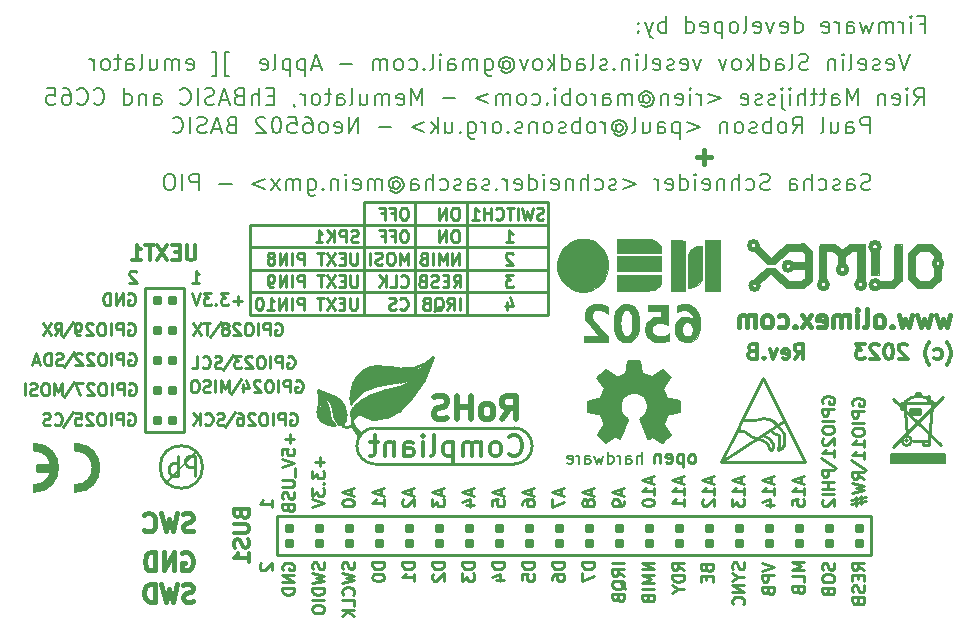
<source format=gbr>
G04 #@! TF.GenerationSoftware,KiCad,Pcbnew,5.1.0-rc2-unknown-036be7d~80~ubuntu16.04.1*
G04 #@! TF.CreationDate,2023-08-29T11:39:43+03:00*
G04 #@! TF.ProjectId,Neo6502_Rev_B,4e656f36-3530-4325-9f52-65765f422e6b,B*
G04 #@! TF.SameCoordinates,Original*
G04 #@! TF.FileFunction,Legend,Bot*
G04 #@! TF.FilePolarity,Positive*
%FSLAX46Y46*%
G04 Gerber Fmt 4.6, Leading zero omitted, Abs format (unit mm)*
G04 Created by KiCad (PCBNEW 5.1.0-rc2-unknown-036be7d~80~ubuntu16.04.1) date 2023-08-29 11:39:43*
%MOMM*%
%LPD*%
G04 APERTURE LIST*
%ADD10C,0.254000*%
%ADD11C,0.203200*%
%ADD12C,0.317500*%
%ADD13C,0.381000*%
%ADD14C,0.010000*%
%ADD15C,0.508000*%
%ADD16C,0.150000*%
%ADD17C,0.127000*%
%ADD18C,0.200000*%
%ADD19C,0.420000*%
%ADD20C,0.370000*%
%ADD21C,0.400000*%
%ADD22C,0.380000*%
%ADD23C,1.000000*%
%ADD24C,0.700000*%
%ADD25C,0.500000*%
%ADD26C,0.100000*%
%ADD27C,0.300000*%
%ADD28C,0.350000*%
%ADD29C,0.180000*%
G04 APERTURE END LIST*
D10*
X144628809Y-85755238D02*
X144483666Y-85803619D01*
X144241761Y-85803619D01*
X144145000Y-85755238D01*
X144096619Y-85706857D01*
X144048238Y-85610095D01*
X144048238Y-85513333D01*
X144096619Y-85416571D01*
X144145000Y-85368190D01*
X144241761Y-85319809D01*
X144435285Y-85271428D01*
X144532047Y-85223047D01*
X144580428Y-85174666D01*
X144628809Y-85077904D01*
X144628809Y-84981142D01*
X144580428Y-84884380D01*
X144532047Y-84836000D01*
X144435285Y-84787619D01*
X144193380Y-84787619D01*
X144048238Y-84836000D01*
X143709571Y-84787619D02*
X143467666Y-85803619D01*
X143274142Y-85077904D01*
X143080619Y-85803619D01*
X142838714Y-84787619D01*
X142451666Y-85803619D02*
X142451666Y-84787619D01*
X142113000Y-84787619D02*
X141532428Y-84787619D01*
X141822714Y-85803619D02*
X141822714Y-84787619D01*
X140613190Y-85706857D02*
X140661571Y-85755238D01*
X140806714Y-85803619D01*
X140903476Y-85803619D01*
X141048619Y-85755238D01*
X141145380Y-85658476D01*
X141193761Y-85561714D01*
X141242142Y-85368190D01*
X141242142Y-85223047D01*
X141193761Y-85029523D01*
X141145380Y-84932761D01*
X141048619Y-84836000D01*
X140903476Y-84787619D01*
X140806714Y-84787619D01*
X140661571Y-84836000D01*
X140613190Y-84884380D01*
X140177761Y-85803619D02*
X140177761Y-84787619D01*
X140177761Y-85271428D02*
X139597190Y-85271428D01*
X139597190Y-85803619D02*
X139597190Y-84787619D01*
X138581190Y-85803619D02*
X139161761Y-85803619D01*
X138871476Y-85803619D02*
X138871476Y-84787619D01*
X138968238Y-84932761D01*
X139065000Y-85029523D01*
X139161761Y-85077904D01*
X137026952Y-91518619D02*
X137365619Y-91034809D01*
X137607523Y-91518619D02*
X137607523Y-90502619D01*
X137220476Y-90502619D01*
X137123714Y-90551000D01*
X137075333Y-90599380D01*
X137026952Y-90696142D01*
X137026952Y-90841285D01*
X137075333Y-90938047D01*
X137123714Y-90986428D01*
X137220476Y-91034809D01*
X137607523Y-91034809D01*
X136591523Y-90986428D02*
X136252857Y-90986428D01*
X136107714Y-91518619D02*
X136591523Y-91518619D01*
X136591523Y-90502619D01*
X136107714Y-90502619D01*
X135720666Y-91470238D02*
X135575523Y-91518619D01*
X135333619Y-91518619D01*
X135236857Y-91470238D01*
X135188476Y-91421857D01*
X135140095Y-91325095D01*
X135140095Y-91228333D01*
X135188476Y-91131571D01*
X135236857Y-91083190D01*
X135333619Y-91034809D01*
X135527142Y-90986428D01*
X135623904Y-90938047D01*
X135672285Y-90889666D01*
X135720666Y-90792904D01*
X135720666Y-90696142D01*
X135672285Y-90599380D01*
X135623904Y-90551000D01*
X135527142Y-90502619D01*
X135285238Y-90502619D01*
X135140095Y-90551000D01*
X134366000Y-90986428D02*
X134220857Y-91034809D01*
X134172476Y-91083190D01*
X134124095Y-91179952D01*
X134124095Y-91325095D01*
X134172476Y-91421857D01*
X134220857Y-91470238D01*
X134317619Y-91518619D01*
X134704666Y-91518619D01*
X134704666Y-90502619D01*
X134366000Y-90502619D01*
X134269238Y-90551000D01*
X134220857Y-90599380D01*
X134172476Y-90696142D01*
X134172476Y-90792904D01*
X134220857Y-90889666D01*
X134269238Y-90938047D01*
X134366000Y-90986428D01*
X134704666Y-90986428D01*
X132503333Y-93326857D02*
X132551714Y-93375238D01*
X132696857Y-93423619D01*
X132793619Y-93423619D01*
X132938761Y-93375238D01*
X133035523Y-93278476D01*
X133083904Y-93181714D01*
X133132285Y-92988190D01*
X133132285Y-92843047D01*
X133083904Y-92649523D01*
X133035523Y-92552761D01*
X132938761Y-92456000D01*
X132793619Y-92407619D01*
X132696857Y-92407619D01*
X132551714Y-92456000D01*
X132503333Y-92504380D01*
X132116285Y-93375238D02*
X131971142Y-93423619D01*
X131729238Y-93423619D01*
X131632476Y-93375238D01*
X131584095Y-93326857D01*
X131535714Y-93230095D01*
X131535714Y-93133333D01*
X131584095Y-93036571D01*
X131632476Y-92988190D01*
X131729238Y-92939809D01*
X131922761Y-92891428D01*
X132019523Y-92843047D01*
X132067904Y-92794666D01*
X132116285Y-92697904D01*
X132116285Y-92601142D01*
X132067904Y-92504380D01*
X132019523Y-92456000D01*
X131922761Y-92407619D01*
X131680857Y-92407619D01*
X131535714Y-92456000D01*
X137565190Y-93423619D02*
X137565190Y-92407619D01*
X136500809Y-93423619D02*
X136839476Y-92939809D01*
X137081380Y-93423619D02*
X137081380Y-92407619D01*
X136694333Y-92407619D01*
X136597571Y-92456000D01*
X136549190Y-92504380D01*
X136500809Y-92601142D01*
X136500809Y-92746285D01*
X136549190Y-92843047D01*
X136597571Y-92891428D01*
X136694333Y-92939809D01*
X137081380Y-92939809D01*
X135388047Y-93520380D02*
X135484809Y-93472000D01*
X135581571Y-93375238D01*
X135726714Y-93230095D01*
X135823476Y-93181714D01*
X135920238Y-93181714D01*
X135871857Y-93423619D02*
X135968619Y-93375238D01*
X136065380Y-93278476D01*
X136113761Y-93084952D01*
X136113761Y-92746285D01*
X136065380Y-92552761D01*
X135968619Y-92456000D01*
X135871857Y-92407619D01*
X135678333Y-92407619D01*
X135581571Y-92456000D01*
X135484809Y-92552761D01*
X135436428Y-92746285D01*
X135436428Y-93084952D01*
X135484809Y-93278476D01*
X135581571Y-93375238D01*
X135678333Y-93423619D01*
X135871857Y-93423619D01*
X134662333Y-92891428D02*
X134517190Y-92939809D01*
X134468809Y-92988190D01*
X134420428Y-93084952D01*
X134420428Y-93230095D01*
X134468809Y-93326857D01*
X134517190Y-93375238D01*
X134613952Y-93423619D01*
X135001000Y-93423619D01*
X135001000Y-92407619D01*
X134662333Y-92407619D01*
X134565571Y-92456000D01*
X134517190Y-92504380D01*
X134468809Y-92601142D01*
X134468809Y-92697904D01*
X134517190Y-92794666D01*
X134565571Y-92843047D01*
X134662333Y-92891428D01*
X135001000Y-92891428D01*
X133168571Y-89613619D02*
X133168571Y-88597619D01*
X132829904Y-89323333D01*
X132491238Y-88597619D01*
X132491238Y-89613619D01*
X131813904Y-88597619D02*
X131620380Y-88597619D01*
X131523619Y-88646000D01*
X131426857Y-88742761D01*
X131378476Y-88936285D01*
X131378476Y-89274952D01*
X131426857Y-89468476D01*
X131523619Y-89565238D01*
X131620380Y-89613619D01*
X131813904Y-89613619D01*
X131910666Y-89565238D01*
X132007428Y-89468476D01*
X132055809Y-89274952D01*
X132055809Y-88936285D01*
X132007428Y-88742761D01*
X131910666Y-88646000D01*
X131813904Y-88597619D01*
X130991428Y-89565238D02*
X130846285Y-89613619D01*
X130604380Y-89613619D01*
X130507619Y-89565238D01*
X130459238Y-89516857D01*
X130410857Y-89420095D01*
X130410857Y-89323333D01*
X130459238Y-89226571D01*
X130507619Y-89178190D01*
X130604380Y-89129809D01*
X130797904Y-89081428D01*
X130894666Y-89033047D01*
X130943047Y-88984666D01*
X130991428Y-88887904D01*
X130991428Y-88791142D01*
X130943047Y-88694380D01*
X130894666Y-88646000D01*
X130797904Y-88597619D01*
X130556000Y-88597619D01*
X130410857Y-88646000D01*
X129975428Y-89613619D02*
X129975428Y-88597619D01*
X137510761Y-89613619D02*
X137510761Y-88597619D01*
X136930190Y-89613619D01*
X136930190Y-88597619D01*
X136446380Y-89613619D02*
X136446380Y-88597619D01*
X136107714Y-89323333D01*
X135769047Y-88597619D01*
X135769047Y-89613619D01*
X135285238Y-89613619D02*
X135285238Y-88597619D01*
X134462761Y-89081428D02*
X134317619Y-89129809D01*
X134269238Y-89178190D01*
X134220857Y-89274952D01*
X134220857Y-89420095D01*
X134269238Y-89516857D01*
X134317619Y-89565238D01*
X134414380Y-89613619D01*
X134801428Y-89613619D01*
X134801428Y-88597619D01*
X134462761Y-88597619D01*
X134366000Y-88646000D01*
X134317619Y-88694380D01*
X134269238Y-88791142D01*
X134269238Y-88887904D01*
X134317619Y-88984666D01*
X134366000Y-89033047D01*
X134462761Y-89081428D01*
X134801428Y-89081428D01*
X132920619Y-86692619D02*
X132727095Y-86692619D01*
X132630333Y-86741000D01*
X132533571Y-86837761D01*
X132485190Y-87031285D01*
X132485190Y-87369952D01*
X132533571Y-87563476D01*
X132630333Y-87660238D01*
X132727095Y-87708619D01*
X132920619Y-87708619D01*
X133017380Y-87660238D01*
X133114142Y-87563476D01*
X133162523Y-87369952D01*
X133162523Y-87031285D01*
X133114142Y-86837761D01*
X133017380Y-86741000D01*
X132920619Y-86692619D01*
X131711095Y-87176428D02*
X132049761Y-87176428D01*
X132049761Y-87708619D02*
X132049761Y-86692619D01*
X131565952Y-86692619D01*
X130840238Y-87176428D02*
X131178904Y-87176428D01*
X131178904Y-87708619D02*
X131178904Y-86692619D01*
X130695095Y-86692619D01*
X137280952Y-86692619D02*
X137087428Y-86692619D01*
X136990666Y-86741000D01*
X136893904Y-86837761D01*
X136845523Y-87031285D01*
X136845523Y-87369952D01*
X136893904Y-87563476D01*
X136990666Y-87660238D01*
X137087428Y-87708619D01*
X137280952Y-87708619D01*
X137377714Y-87660238D01*
X137474476Y-87563476D01*
X137522857Y-87369952D01*
X137522857Y-87031285D01*
X137474476Y-86837761D01*
X137377714Y-86741000D01*
X137280952Y-86692619D01*
X136410095Y-87708619D02*
X136410095Y-86692619D01*
X135829523Y-87708619D01*
X135829523Y-86692619D01*
X132920619Y-84787619D02*
X132727095Y-84787619D01*
X132630333Y-84836000D01*
X132533571Y-84932761D01*
X132485190Y-85126285D01*
X132485190Y-85464952D01*
X132533571Y-85658476D01*
X132630333Y-85755238D01*
X132727095Y-85803619D01*
X132920619Y-85803619D01*
X133017380Y-85755238D01*
X133114142Y-85658476D01*
X133162523Y-85464952D01*
X133162523Y-85126285D01*
X133114142Y-84932761D01*
X133017380Y-84836000D01*
X132920619Y-84787619D01*
X131711095Y-85271428D02*
X132049761Y-85271428D01*
X132049761Y-85803619D02*
X132049761Y-84787619D01*
X131565952Y-84787619D01*
X130840238Y-85271428D02*
X131178904Y-85271428D01*
X131178904Y-85803619D02*
X131178904Y-84787619D01*
X130695095Y-84787619D01*
X137280952Y-84787619D02*
X137087428Y-84787619D01*
X136990666Y-84836000D01*
X136893904Y-84932761D01*
X136845523Y-85126285D01*
X136845523Y-85464952D01*
X136893904Y-85658476D01*
X136990666Y-85755238D01*
X137087428Y-85803619D01*
X137280952Y-85803619D01*
X137377714Y-85755238D01*
X137474476Y-85658476D01*
X137522857Y-85464952D01*
X137522857Y-85126285D01*
X137474476Y-84932761D01*
X137377714Y-84836000D01*
X137280952Y-84787619D01*
X136410095Y-85803619D02*
X136410095Y-84787619D01*
X135829523Y-85803619D01*
X135829523Y-84787619D01*
X128917095Y-87660238D02*
X128771952Y-87708619D01*
X128530047Y-87708619D01*
X128433285Y-87660238D01*
X128384904Y-87611857D01*
X128336523Y-87515095D01*
X128336523Y-87418333D01*
X128384904Y-87321571D01*
X128433285Y-87273190D01*
X128530047Y-87224809D01*
X128723571Y-87176428D01*
X128820333Y-87128047D01*
X128868714Y-87079666D01*
X128917095Y-86982904D01*
X128917095Y-86886142D01*
X128868714Y-86789380D01*
X128820333Y-86741000D01*
X128723571Y-86692619D01*
X128481666Y-86692619D01*
X128336523Y-86741000D01*
X127901095Y-87708619D02*
X127901095Y-86692619D01*
X127514047Y-86692619D01*
X127417285Y-86741000D01*
X127368904Y-86789380D01*
X127320523Y-86886142D01*
X127320523Y-87031285D01*
X127368904Y-87128047D01*
X127417285Y-87176428D01*
X127514047Y-87224809D01*
X127901095Y-87224809D01*
X126885095Y-87708619D02*
X126885095Y-86692619D01*
X126304523Y-87708619D02*
X126739952Y-87128047D01*
X126304523Y-86692619D02*
X126885095Y-87273190D01*
X125336904Y-87708619D02*
X125917476Y-87708619D01*
X125627190Y-87708619D02*
X125627190Y-86692619D01*
X125723952Y-86837761D01*
X125820714Y-86934523D01*
X125917476Y-86982904D01*
X132557761Y-91421857D02*
X132606142Y-91470238D01*
X132751285Y-91518619D01*
X132848047Y-91518619D01*
X132993190Y-91470238D01*
X133089952Y-91373476D01*
X133138333Y-91276714D01*
X133186714Y-91083190D01*
X133186714Y-90938047D01*
X133138333Y-90744523D01*
X133089952Y-90647761D01*
X132993190Y-90551000D01*
X132848047Y-90502619D01*
X132751285Y-90502619D01*
X132606142Y-90551000D01*
X132557761Y-90599380D01*
X131638523Y-91518619D02*
X132122333Y-91518619D01*
X132122333Y-90502619D01*
X131299857Y-91518619D02*
X131299857Y-90502619D01*
X130719285Y-91518619D02*
X131154714Y-90938047D01*
X130719285Y-90502619D02*
X131299857Y-91083190D01*
X141538476Y-92746285D02*
X141538476Y-93423619D01*
X141780380Y-92359238D02*
X142022285Y-93084952D01*
X141393333Y-93084952D01*
X142070666Y-90502619D02*
X141441714Y-90502619D01*
X141780380Y-90889666D01*
X141635238Y-90889666D01*
X141538476Y-90938047D01*
X141490095Y-90986428D01*
X141441714Y-91083190D01*
X141441714Y-91325095D01*
X141490095Y-91421857D01*
X141538476Y-91470238D01*
X141635238Y-91518619D01*
X141925523Y-91518619D01*
X142022285Y-91470238D01*
X142070666Y-91421857D01*
X142022285Y-88694380D02*
X141973904Y-88646000D01*
X141877142Y-88597619D01*
X141635238Y-88597619D01*
X141538476Y-88646000D01*
X141490095Y-88694380D01*
X141441714Y-88791142D01*
X141441714Y-88887904D01*
X141490095Y-89033047D01*
X142070666Y-89613619D01*
X141441714Y-89613619D01*
X141441714Y-87708619D02*
X142022285Y-87708619D01*
X141732000Y-87708619D02*
X141732000Y-86692619D01*
X141828761Y-86837761D01*
X141925523Y-86934523D01*
X142022285Y-86982904D01*
X128844523Y-92407619D02*
X128844523Y-93230095D01*
X128796142Y-93326857D01*
X128747761Y-93375238D01*
X128651000Y-93423619D01*
X128457476Y-93423619D01*
X128360714Y-93375238D01*
X128312333Y-93326857D01*
X128263952Y-93230095D01*
X128263952Y-92407619D01*
X127780142Y-92891428D02*
X127441476Y-92891428D01*
X127296333Y-93423619D02*
X127780142Y-93423619D01*
X127780142Y-92407619D01*
X127296333Y-92407619D01*
X126957666Y-92407619D02*
X126280333Y-93423619D01*
X126280333Y-92407619D02*
X126957666Y-93423619D01*
X126038428Y-92407619D02*
X125457857Y-92407619D01*
X125748142Y-93423619D02*
X125748142Y-92407619D01*
X124345095Y-93423619D02*
X124345095Y-92407619D01*
X123958047Y-92407619D01*
X123861285Y-92456000D01*
X123812904Y-92504380D01*
X123764523Y-92601142D01*
X123764523Y-92746285D01*
X123812904Y-92843047D01*
X123861285Y-92891428D01*
X123958047Y-92939809D01*
X124345095Y-92939809D01*
X123329095Y-93423619D02*
X123329095Y-92407619D01*
X122845285Y-93423619D02*
X122845285Y-92407619D01*
X122264714Y-93423619D01*
X122264714Y-92407619D01*
X121248714Y-93423619D02*
X121829285Y-93423619D01*
X121539000Y-93423619D02*
X121539000Y-92407619D01*
X121635761Y-92552761D01*
X121732523Y-92649523D01*
X121829285Y-92697904D01*
X120619761Y-92407619D02*
X120523000Y-92407619D01*
X120426238Y-92456000D01*
X120377857Y-92504380D01*
X120329476Y-92601142D01*
X120281095Y-92794666D01*
X120281095Y-93036571D01*
X120329476Y-93230095D01*
X120377857Y-93326857D01*
X120426238Y-93375238D01*
X120523000Y-93423619D01*
X120619761Y-93423619D01*
X120716523Y-93375238D01*
X120764904Y-93326857D01*
X120813285Y-93230095D01*
X120861666Y-93036571D01*
X120861666Y-92794666D01*
X120813285Y-92601142D01*
X120764904Y-92504380D01*
X120716523Y-92456000D01*
X120619761Y-92407619D01*
X128868714Y-90502619D02*
X128868714Y-91325095D01*
X128820333Y-91421857D01*
X128771952Y-91470238D01*
X128675190Y-91518619D01*
X128481666Y-91518619D01*
X128384904Y-91470238D01*
X128336523Y-91421857D01*
X128288142Y-91325095D01*
X128288142Y-90502619D01*
X127804333Y-90986428D02*
X127465666Y-90986428D01*
X127320523Y-91518619D02*
X127804333Y-91518619D01*
X127804333Y-90502619D01*
X127320523Y-90502619D01*
X126981857Y-90502619D02*
X126304523Y-91518619D01*
X126304523Y-90502619D02*
X126981857Y-91518619D01*
X126062619Y-90502619D02*
X125482047Y-90502619D01*
X125772333Y-91518619D02*
X125772333Y-90502619D01*
X124369285Y-91518619D02*
X124369285Y-90502619D01*
X123982238Y-90502619D01*
X123885476Y-90551000D01*
X123837095Y-90599380D01*
X123788714Y-90696142D01*
X123788714Y-90841285D01*
X123837095Y-90938047D01*
X123885476Y-90986428D01*
X123982238Y-91034809D01*
X124369285Y-91034809D01*
X123353285Y-91518619D02*
X123353285Y-90502619D01*
X122869476Y-91518619D02*
X122869476Y-90502619D01*
X122288904Y-91518619D01*
X122288904Y-90502619D01*
X121756714Y-91518619D02*
X121563190Y-91518619D01*
X121466428Y-91470238D01*
X121418047Y-91421857D01*
X121321285Y-91276714D01*
X121272904Y-91083190D01*
X121272904Y-90696142D01*
X121321285Y-90599380D01*
X121369666Y-90551000D01*
X121466428Y-90502619D01*
X121659952Y-90502619D01*
X121756714Y-90551000D01*
X121805095Y-90599380D01*
X121853476Y-90696142D01*
X121853476Y-90938047D01*
X121805095Y-91034809D01*
X121756714Y-91083190D01*
X121659952Y-91131571D01*
X121466428Y-91131571D01*
X121369666Y-91083190D01*
X121321285Y-91034809D01*
X121272904Y-90938047D01*
X128868714Y-88597619D02*
X128868714Y-89420095D01*
X128820333Y-89516857D01*
X128771952Y-89565238D01*
X128675190Y-89613619D01*
X128481666Y-89613619D01*
X128384904Y-89565238D01*
X128336523Y-89516857D01*
X128288142Y-89420095D01*
X128288142Y-88597619D01*
X127804333Y-89081428D02*
X127465666Y-89081428D01*
X127320523Y-89613619D02*
X127804333Y-89613619D01*
X127804333Y-88597619D01*
X127320523Y-88597619D01*
X126981857Y-88597619D02*
X126304523Y-89613619D01*
X126304523Y-88597619D02*
X126981857Y-89613619D01*
X126062619Y-88597619D02*
X125482047Y-88597619D01*
X125772333Y-89613619D02*
X125772333Y-88597619D01*
X124369285Y-89613619D02*
X124369285Y-88597619D01*
X123982238Y-88597619D01*
X123885476Y-88646000D01*
X123837095Y-88694380D01*
X123788714Y-88791142D01*
X123788714Y-88936285D01*
X123837095Y-89033047D01*
X123885476Y-89081428D01*
X123982238Y-89129809D01*
X124369285Y-89129809D01*
X123353285Y-89613619D02*
X123353285Y-88597619D01*
X122869476Y-89613619D02*
X122869476Y-88597619D01*
X122288904Y-89613619D01*
X122288904Y-88597619D01*
X121659952Y-89033047D02*
X121756714Y-88984666D01*
X121805095Y-88936285D01*
X121853476Y-88839523D01*
X121853476Y-88791142D01*
X121805095Y-88694380D01*
X121756714Y-88646000D01*
X121659952Y-88597619D01*
X121466428Y-88597619D01*
X121369666Y-88646000D01*
X121321285Y-88694380D01*
X121272904Y-88791142D01*
X121272904Y-88839523D01*
X121321285Y-88936285D01*
X121369666Y-88984666D01*
X121466428Y-89033047D01*
X121659952Y-89033047D01*
X121756714Y-89081428D01*
X121805095Y-89129809D01*
X121853476Y-89226571D01*
X121853476Y-89420095D01*
X121805095Y-89516857D01*
X121756714Y-89565238D01*
X121659952Y-89613619D01*
X121466428Y-89613619D01*
X121369666Y-89565238D01*
X121321285Y-89516857D01*
X121272904Y-89420095D01*
X121272904Y-89226571D01*
X121321285Y-89129809D01*
X121369666Y-89081428D01*
X121466428Y-89033047D01*
X133731000Y-84328000D02*
X133731000Y-93853000D01*
X129413000Y-84328000D02*
X129413000Y-93853000D01*
X138176000Y-84328000D02*
X138176000Y-93853000D01*
X145034000Y-91948000D02*
X119761000Y-91948000D01*
X145034000Y-90043000D02*
X119761000Y-90043000D01*
X145034000Y-88138000D02*
X119761000Y-88138000D01*
X145034000Y-86233000D02*
X119761000Y-86233000D01*
X119761000Y-86233000D02*
X119761000Y-93853000D01*
X145034000Y-84328000D02*
X129413000Y-84328000D01*
X145034000Y-93853000D02*
X145034000Y-84328000D01*
X119761000Y-93853000D02*
X145034000Y-93853000D01*
D11*
X172321824Y-83242452D02*
X172122253Y-83308976D01*
X171789634Y-83308976D01*
X171656586Y-83242452D01*
X171590062Y-83175928D01*
X171523539Y-83042880D01*
X171523539Y-82909833D01*
X171590062Y-82776785D01*
X171656586Y-82710261D01*
X171789634Y-82643738D01*
X172055729Y-82577214D01*
X172188777Y-82510690D01*
X172255300Y-82444166D01*
X172321824Y-82311119D01*
X172321824Y-82178071D01*
X172255300Y-82045023D01*
X172188777Y-81978500D01*
X172055729Y-81911976D01*
X171723110Y-81911976D01*
X171523539Y-81978500D01*
X170326110Y-83308976D02*
X170326110Y-82577214D01*
X170392634Y-82444166D01*
X170525681Y-82377642D01*
X170791777Y-82377642D01*
X170924824Y-82444166D01*
X170326110Y-83242452D02*
X170459158Y-83308976D01*
X170791777Y-83308976D01*
X170924824Y-83242452D01*
X170991348Y-83109404D01*
X170991348Y-82976357D01*
X170924824Y-82843309D01*
X170791777Y-82776785D01*
X170459158Y-82776785D01*
X170326110Y-82710261D01*
X169727396Y-83242452D02*
X169594348Y-83308976D01*
X169328253Y-83308976D01*
X169195205Y-83242452D01*
X169128681Y-83109404D01*
X169128681Y-83042880D01*
X169195205Y-82909833D01*
X169328253Y-82843309D01*
X169527824Y-82843309D01*
X169660872Y-82776785D01*
X169727396Y-82643738D01*
X169727396Y-82577214D01*
X169660872Y-82444166D01*
X169527824Y-82377642D01*
X169328253Y-82377642D01*
X169195205Y-82444166D01*
X167931253Y-83242452D02*
X168064300Y-83308976D01*
X168330396Y-83308976D01*
X168463443Y-83242452D01*
X168529967Y-83175928D01*
X168596491Y-83042880D01*
X168596491Y-82643738D01*
X168529967Y-82510690D01*
X168463443Y-82444166D01*
X168330396Y-82377642D01*
X168064300Y-82377642D01*
X167931253Y-82444166D01*
X167332539Y-83308976D02*
X167332539Y-81911976D01*
X166733824Y-83308976D02*
X166733824Y-82577214D01*
X166800348Y-82444166D01*
X166933396Y-82377642D01*
X167132967Y-82377642D01*
X167266015Y-82444166D01*
X167332539Y-82510690D01*
X165469872Y-83308976D02*
X165469872Y-82577214D01*
X165536396Y-82444166D01*
X165669443Y-82377642D01*
X165935539Y-82377642D01*
X166068586Y-82444166D01*
X165469872Y-83242452D02*
X165602920Y-83308976D01*
X165935539Y-83308976D01*
X166068586Y-83242452D01*
X166135110Y-83109404D01*
X166135110Y-82976357D01*
X166068586Y-82843309D01*
X165935539Y-82776785D01*
X165602920Y-82776785D01*
X165469872Y-82710261D01*
X163806777Y-83242452D02*
X163607205Y-83308976D01*
X163274586Y-83308976D01*
X163141539Y-83242452D01*
X163075015Y-83175928D01*
X163008491Y-83042880D01*
X163008491Y-82909833D01*
X163075015Y-82776785D01*
X163141539Y-82710261D01*
X163274586Y-82643738D01*
X163540681Y-82577214D01*
X163673729Y-82510690D01*
X163740253Y-82444166D01*
X163806777Y-82311119D01*
X163806777Y-82178071D01*
X163740253Y-82045023D01*
X163673729Y-81978500D01*
X163540681Y-81911976D01*
X163208062Y-81911976D01*
X163008491Y-81978500D01*
X161811062Y-83242452D02*
X161944110Y-83308976D01*
X162210205Y-83308976D01*
X162343253Y-83242452D01*
X162409777Y-83175928D01*
X162476300Y-83042880D01*
X162476300Y-82643738D01*
X162409777Y-82510690D01*
X162343253Y-82444166D01*
X162210205Y-82377642D01*
X161944110Y-82377642D01*
X161811062Y-82444166D01*
X161212348Y-83308976D02*
X161212348Y-81911976D01*
X160613634Y-83308976D02*
X160613634Y-82577214D01*
X160680158Y-82444166D01*
X160813205Y-82377642D01*
X161012777Y-82377642D01*
X161145824Y-82444166D01*
X161212348Y-82510690D01*
X159948396Y-82377642D02*
X159948396Y-83308976D01*
X159948396Y-82510690D02*
X159881872Y-82444166D01*
X159748824Y-82377642D01*
X159549253Y-82377642D01*
X159416205Y-82444166D01*
X159349681Y-82577214D01*
X159349681Y-83308976D01*
X158152253Y-83242452D02*
X158285300Y-83308976D01*
X158551396Y-83308976D01*
X158684443Y-83242452D01*
X158750967Y-83109404D01*
X158750967Y-82577214D01*
X158684443Y-82444166D01*
X158551396Y-82377642D01*
X158285300Y-82377642D01*
X158152253Y-82444166D01*
X158085729Y-82577214D01*
X158085729Y-82710261D01*
X158750967Y-82843309D01*
X157487015Y-83308976D02*
X157487015Y-82377642D01*
X157487015Y-81911976D02*
X157553539Y-81978500D01*
X157487015Y-82045023D01*
X157420491Y-81978500D01*
X157487015Y-81911976D01*
X157487015Y-82045023D01*
X156223062Y-83308976D02*
X156223062Y-81911976D01*
X156223062Y-83242452D02*
X156356110Y-83308976D01*
X156622205Y-83308976D01*
X156755253Y-83242452D01*
X156821777Y-83175928D01*
X156888300Y-83042880D01*
X156888300Y-82643738D01*
X156821777Y-82510690D01*
X156755253Y-82444166D01*
X156622205Y-82377642D01*
X156356110Y-82377642D01*
X156223062Y-82444166D01*
X155025634Y-83242452D02*
X155158681Y-83308976D01*
X155424777Y-83308976D01*
X155557824Y-83242452D01*
X155624348Y-83109404D01*
X155624348Y-82577214D01*
X155557824Y-82444166D01*
X155424777Y-82377642D01*
X155158681Y-82377642D01*
X155025634Y-82444166D01*
X154959110Y-82577214D01*
X154959110Y-82710261D01*
X155624348Y-82843309D01*
X154360396Y-83308976D02*
X154360396Y-82377642D01*
X154360396Y-82643738D02*
X154293872Y-82510690D01*
X154227348Y-82444166D01*
X154094300Y-82377642D01*
X153961253Y-82377642D01*
X151366824Y-82377642D02*
X152431205Y-82776785D01*
X151366824Y-83175928D01*
X150768110Y-83242452D02*
X150635062Y-83308976D01*
X150368967Y-83308976D01*
X150235919Y-83242452D01*
X150169396Y-83109404D01*
X150169396Y-83042880D01*
X150235919Y-82909833D01*
X150368967Y-82843309D01*
X150568539Y-82843309D01*
X150701586Y-82776785D01*
X150768110Y-82643738D01*
X150768110Y-82577214D01*
X150701586Y-82444166D01*
X150568539Y-82377642D01*
X150368967Y-82377642D01*
X150235919Y-82444166D01*
X148971967Y-83242452D02*
X149105015Y-83308976D01*
X149371110Y-83308976D01*
X149504158Y-83242452D01*
X149570681Y-83175928D01*
X149637205Y-83042880D01*
X149637205Y-82643738D01*
X149570681Y-82510690D01*
X149504158Y-82444166D01*
X149371110Y-82377642D01*
X149105015Y-82377642D01*
X148971967Y-82444166D01*
X148373253Y-83308976D02*
X148373253Y-81911976D01*
X147774539Y-83308976D02*
X147774539Y-82577214D01*
X147841062Y-82444166D01*
X147974110Y-82377642D01*
X148173681Y-82377642D01*
X148306729Y-82444166D01*
X148373253Y-82510690D01*
X147109300Y-82377642D02*
X147109300Y-83308976D01*
X147109300Y-82510690D02*
X147042777Y-82444166D01*
X146909729Y-82377642D01*
X146710158Y-82377642D01*
X146577110Y-82444166D01*
X146510586Y-82577214D01*
X146510586Y-83308976D01*
X145313158Y-83242452D02*
X145446205Y-83308976D01*
X145712300Y-83308976D01*
X145845348Y-83242452D01*
X145911872Y-83109404D01*
X145911872Y-82577214D01*
X145845348Y-82444166D01*
X145712300Y-82377642D01*
X145446205Y-82377642D01*
X145313158Y-82444166D01*
X145246634Y-82577214D01*
X145246634Y-82710261D01*
X145911872Y-82843309D01*
X144647919Y-83308976D02*
X144647919Y-82377642D01*
X144647919Y-81911976D02*
X144714443Y-81978500D01*
X144647919Y-82045023D01*
X144581396Y-81978500D01*
X144647919Y-81911976D01*
X144647919Y-82045023D01*
X143383967Y-83308976D02*
X143383967Y-81911976D01*
X143383967Y-83242452D02*
X143517015Y-83308976D01*
X143783110Y-83308976D01*
X143916158Y-83242452D01*
X143982681Y-83175928D01*
X144049205Y-83042880D01*
X144049205Y-82643738D01*
X143982681Y-82510690D01*
X143916158Y-82444166D01*
X143783110Y-82377642D01*
X143517015Y-82377642D01*
X143383967Y-82444166D01*
X142186539Y-83242452D02*
X142319586Y-83308976D01*
X142585681Y-83308976D01*
X142718729Y-83242452D01*
X142785253Y-83109404D01*
X142785253Y-82577214D01*
X142718729Y-82444166D01*
X142585681Y-82377642D01*
X142319586Y-82377642D01*
X142186539Y-82444166D01*
X142120015Y-82577214D01*
X142120015Y-82710261D01*
X142785253Y-82843309D01*
X141521300Y-83308976D02*
X141521300Y-82377642D01*
X141521300Y-82643738D02*
X141454777Y-82510690D01*
X141388253Y-82444166D01*
X141255205Y-82377642D01*
X141122158Y-82377642D01*
X140656491Y-83175928D02*
X140589967Y-83242452D01*
X140656491Y-83308976D01*
X140723015Y-83242452D01*
X140656491Y-83175928D01*
X140656491Y-83308976D01*
X140057777Y-83242452D02*
X139924729Y-83308976D01*
X139658634Y-83308976D01*
X139525586Y-83242452D01*
X139459062Y-83109404D01*
X139459062Y-83042880D01*
X139525586Y-82909833D01*
X139658634Y-82843309D01*
X139858205Y-82843309D01*
X139991253Y-82776785D01*
X140057777Y-82643738D01*
X140057777Y-82577214D01*
X139991253Y-82444166D01*
X139858205Y-82377642D01*
X139658634Y-82377642D01*
X139525586Y-82444166D01*
X138261634Y-83308976D02*
X138261634Y-82577214D01*
X138328158Y-82444166D01*
X138461205Y-82377642D01*
X138727300Y-82377642D01*
X138860348Y-82444166D01*
X138261634Y-83242452D02*
X138394681Y-83308976D01*
X138727300Y-83308976D01*
X138860348Y-83242452D01*
X138926872Y-83109404D01*
X138926872Y-82976357D01*
X138860348Y-82843309D01*
X138727300Y-82776785D01*
X138394681Y-82776785D01*
X138261634Y-82710261D01*
X137662920Y-83242452D02*
X137529872Y-83308976D01*
X137263777Y-83308976D01*
X137130729Y-83242452D01*
X137064205Y-83109404D01*
X137064205Y-83042880D01*
X137130729Y-82909833D01*
X137263777Y-82843309D01*
X137463348Y-82843309D01*
X137596396Y-82776785D01*
X137662920Y-82643738D01*
X137662920Y-82577214D01*
X137596396Y-82444166D01*
X137463348Y-82377642D01*
X137263777Y-82377642D01*
X137130729Y-82444166D01*
X135866777Y-83242452D02*
X135999824Y-83308976D01*
X136265920Y-83308976D01*
X136398967Y-83242452D01*
X136465491Y-83175928D01*
X136532015Y-83042880D01*
X136532015Y-82643738D01*
X136465491Y-82510690D01*
X136398967Y-82444166D01*
X136265920Y-82377642D01*
X135999824Y-82377642D01*
X135866777Y-82444166D01*
X135268062Y-83308976D02*
X135268062Y-81911976D01*
X134669348Y-83308976D02*
X134669348Y-82577214D01*
X134735872Y-82444166D01*
X134868920Y-82377642D01*
X135068491Y-82377642D01*
X135201539Y-82444166D01*
X135268062Y-82510690D01*
X133405396Y-83308976D02*
X133405396Y-82577214D01*
X133471919Y-82444166D01*
X133604967Y-82377642D01*
X133871062Y-82377642D01*
X134004110Y-82444166D01*
X133405396Y-83242452D02*
X133538443Y-83308976D01*
X133871062Y-83308976D01*
X134004110Y-83242452D01*
X134070634Y-83109404D01*
X134070634Y-82976357D01*
X134004110Y-82843309D01*
X133871062Y-82776785D01*
X133538443Y-82776785D01*
X133405396Y-82710261D01*
X131875348Y-82643738D02*
X131941872Y-82577214D01*
X132074919Y-82510690D01*
X132207967Y-82510690D01*
X132341015Y-82577214D01*
X132407539Y-82643738D01*
X132474062Y-82776785D01*
X132474062Y-82909833D01*
X132407539Y-83042880D01*
X132341015Y-83109404D01*
X132207967Y-83175928D01*
X132074919Y-83175928D01*
X131941872Y-83109404D01*
X131875348Y-83042880D01*
X131875348Y-82510690D02*
X131875348Y-83042880D01*
X131808824Y-83109404D01*
X131742300Y-83109404D01*
X131609253Y-83042880D01*
X131542729Y-82909833D01*
X131542729Y-82577214D01*
X131675777Y-82377642D01*
X131875348Y-82244595D01*
X132141443Y-82178071D01*
X132407539Y-82244595D01*
X132607110Y-82377642D01*
X132740158Y-82577214D01*
X132806681Y-82843309D01*
X132740158Y-83109404D01*
X132607110Y-83308976D01*
X132407539Y-83442023D01*
X132141443Y-83508547D01*
X131875348Y-83442023D01*
X131675777Y-83308976D01*
X130944015Y-83308976D02*
X130944015Y-82377642D01*
X130944015Y-82510690D02*
X130877491Y-82444166D01*
X130744443Y-82377642D01*
X130544872Y-82377642D01*
X130411824Y-82444166D01*
X130345300Y-82577214D01*
X130345300Y-83308976D01*
X130345300Y-82577214D02*
X130278777Y-82444166D01*
X130145729Y-82377642D01*
X129946158Y-82377642D01*
X129813110Y-82444166D01*
X129746586Y-82577214D01*
X129746586Y-83308976D01*
X128549158Y-83242452D02*
X128682205Y-83308976D01*
X128948300Y-83308976D01*
X129081348Y-83242452D01*
X129147872Y-83109404D01*
X129147872Y-82577214D01*
X129081348Y-82444166D01*
X128948300Y-82377642D01*
X128682205Y-82377642D01*
X128549158Y-82444166D01*
X128482634Y-82577214D01*
X128482634Y-82710261D01*
X129147872Y-82843309D01*
X127883919Y-83308976D02*
X127883919Y-82377642D01*
X127883919Y-81911976D02*
X127950443Y-81978500D01*
X127883919Y-82045023D01*
X127817396Y-81978500D01*
X127883919Y-81911976D01*
X127883919Y-82045023D01*
X127218681Y-82377642D02*
X127218681Y-83308976D01*
X127218681Y-82510690D02*
X127152158Y-82444166D01*
X127019110Y-82377642D01*
X126819539Y-82377642D01*
X126686491Y-82444166D01*
X126619967Y-82577214D01*
X126619967Y-83308976D01*
X125954729Y-83175928D02*
X125888205Y-83242452D01*
X125954729Y-83308976D01*
X126021253Y-83242452D01*
X125954729Y-83175928D01*
X125954729Y-83308976D01*
X124690777Y-82377642D02*
X124690777Y-83508547D01*
X124757300Y-83641595D01*
X124823824Y-83708119D01*
X124956872Y-83774642D01*
X125156443Y-83774642D01*
X125289491Y-83708119D01*
X124690777Y-83242452D02*
X124823824Y-83308976D01*
X125089919Y-83308976D01*
X125222967Y-83242452D01*
X125289491Y-83175928D01*
X125356015Y-83042880D01*
X125356015Y-82643738D01*
X125289491Y-82510690D01*
X125222967Y-82444166D01*
X125089919Y-82377642D01*
X124823824Y-82377642D01*
X124690777Y-82444166D01*
X124025539Y-83308976D02*
X124025539Y-82377642D01*
X124025539Y-82510690D02*
X123959015Y-82444166D01*
X123825967Y-82377642D01*
X123626396Y-82377642D01*
X123493348Y-82444166D01*
X123426824Y-82577214D01*
X123426824Y-83308976D01*
X123426824Y-82577214D02*
X123360300Y-82444166D01*
X123227253Y-82377642D01*
X123027681Y-82377642D01*
X122894634Y-82444166D01*
X122828110Y-82577214D01*
X122828110Y-83308976D01*
X122295919Y-83308976D02*
X121564158Y-82377642D01*
X122295919Y-82377642D02*
X121564158Y-83308976D01*
X121031967Y-82377642D02*
X119967586Y-82776785D01*
X121031967Y-83175928D01*
X118237967Y-82776785D02*
X117173586Y-82776785D01*
X115443967Y-83308976D02*
X115443967Y-81911976D01*
X114911777Y-81911976D01*
X114778729Y-81978500D01*
X114712205Y-82045023D01*
X114645681Y-82178071D01*
X114645681Y-82377642D01*
X114712205Y-82510690D01*
X114778729Y-82577214D01*
X114911777Y-82643738D01*
X115443967Y-82643738D01*
X114046967Y-83308976D02*
X114046967Y-81911976D01*
X113115634Y-81911976D02*
X112849539Y-81911976D01*
X112716491Y-81978500D01*
X112583443Y-82111547D01*
X112516919Y-82377642D01*
X112516919Y-82843309D01*
X112583443Y-83109404D01*
X112716491Y-83242452D01*
X112849539Y-83308976D01*
X113115634Y-83308976D01*
X113248681Y-83242452D01*
X113381729Y-83109404D01*
X113448253Y-82843309D01*
X113448253Y-82377642D01*
X113381729Y-82111547D01*
X113248681Y-81978500D01*
X113115634Y-81911976D01*
X172255300Y-78482976D02*
X172255300Y-77085976D01*
X171723110Y-77085976D01*
X171590062Y-77152500D01*
X171523539Y-77219023D01*
X171457015Y-77352071D01*
X171457015Y-77551642D01*
X171523539Y-77684690D01*
X171590062Y-77751214D01*
X171723110Y-77817738D01*
X172255300Y-77817738D01*
X170259586Y-78482976D02*
X170259586Y-77751214D01*
X170326110Y-77618166D01*
X170459158Y-77551642D01*
X170725253Y-77551642D01*
X170858300Y-77618166D01*
X170259586Y-78416452D02*
X170392634Y-78482976D01*
X170725253Y-78482976D01*
X170858300Y-78416452D01*
X170924824Y-78283404D01*
X170924824Y-78150357D01*
X170858300Y-78017309D01*
X170725253Y-77950785D01*
X170392634Y-77950785D01*
X170259586Y-77884261D01*
X168995634Y-77551642D02*
X168995634Y-78482976D01*
X169594348Y-77551642D02*
X169594348Y-78283404D01*
X169527824Y-78416452D01*
X169394777Y-78482976D01*
X169195205Y-78482976D01*
X169062158Y-78416452D01*
X168995634Y-78349928D01*
X168130824Y-78482976D02*
X168263872Y-78416452D01*
X168330396Y-78283404D01*
X168330396Y-77085976D01*
X165735967Y-78482976D02*
X166201634Y-77817738D01*
X166534253Y-78482976D02*
X166534253Y-77085976D01*
X166002062Y-77085976D01*
X165869015Y-77152500D01*
X165802491Y-77219023D01*
X165735967Y-77352071D01*
X165735967Y-77551642D01*
X165802491Y-77684690D01*
X165869015Y-77751214D01*
X166002062Y-77817738D01*
X166534253Y-77817738D01*
X164937681Y-78482976D02*
X165070729Y-78416452D01*
X165137253Y-78349928D01*
X165203777Y-78216880D01*
X165203777Y-77817738D01*
X165137253Y-77684690D01*
X165070729Y-77618166D01*
X164937681Y-77551642D01*
X164738110Y-77551642D01*
X164605062Y-77618166D01*
X164538539Y-77684690D01*
X164472015Y-77817738D01*
X164472015Y-78216880D01*
X164538539Y-78349928D01*
X164605062Y-78416452D01*
X164738110Y-78482976D01*
X164937681Y-78482976D01*
X163873300Y-78482976D02*
X163873300Y-77085976D01*
X163873300Y-77618166D02*
X163740253Y-77551642D01*
X163474158Y-77551642D01*
X163341110Y-77618166D01*
X163274586Y-77684690D01*
X163208062Y-77817738D01*
X163208062Y-78216880D01*
X163274586Y-78349928D01*
X163341110Y-78416452D01*
X163474158Y-78482976D01*
X163740253Y-78482976D01*
X163873300Y-78416452D01*
X162675872Y-78416452D02*
X162542824Y-78482976D01*
X162276729Y-78482976D01*
X162143681Y-78416452D01*
X162077158Y-78283404D01*
X162077158Y-78216880D01*
X162143681Y-78083833D01*
X162276729Y-78017309D01*
X162476300Y-78017309D01*
X162609348Y-77950785D01*
X162675872Y-77817738D01*
X162675872Y-77751214D01*
X162609348Y-77618166D01*
X162476300Y-77551642D01*
X162276729Y-77551642D01*
X162143681Y-77618166D01*
X161278872Y-78482976D02*
X161411920Y-78416452D01*
X161478443Y-78349928D01*
X161544967Y-78216880D01*
X161544967Y-77817738D01*
X161478443Y-77684690D01*
X161411920Y-77618166D01*
X161278872Y-77551642D01*
X161079300Y-77551642D01*
X160946253Y-77618166D01*
X160879729Y-77684690D01*
X160813205Y-77817738D01*
X160813205Y-78216880D01*
X160879729Y-78349928D01*
X160946253Y-78416452D01*
X161079300Y-78482976D01*
X161278872Y-78482976D01*
X160214491Y-77551642D02*
X160214491Y-78482976D01*
X160214491Y-77684690D02*
X160147967Y-77618166D01*
X160014920Y-77551642D01*
X159815348Y-77551642D01*
X159682300Y-77618166D01*
X159615777Y-77751214D01*
X159615777Y-78482976D01*
X156821777Y-77551642D02*
X157886158Y-77950785D01*
X156821777Y-78349928D01*
X156156539Y-77551642D02*
X156156539Y-78948642D01*
X156156539Y-77618166D02*
X156023491Y-77551642D01*
X155757396Y-77551642D01*
X155624348Y-77618166D01*
X155557824Y-77684690D01*
X155491300Y-77817738D01*
X155491300Y-78216880D01*
X155557824Y-78349928D01*
X155624348Y-78416452D01*
X155757396Y-78482976D01*
X156023491Y-78482976D01*
X156156539Y-78416452D01*
X154293872Y-78482976D02*
X154293872Y-77751214D01*
X154360396Y-77618166D01*
X154493443Y-77551642D01*
X154759539Y-77551642D01*
X154892586Y-77618166D01*
X154293872Y-78416452D02*
X154426920Y-78482976D01*
X154759539Y-78482976D01*
X154892586Y-78416452D01*
X154959110Y-78283404D01*
X154959110Y-78150357D01*
X154892586Y-78017309D01*
X154759539Y-77950785D01*
X154426920Y-77950785D01*
X154293872Y-77884261D01*
X153029920Y-77551642D02*
X153029920Y-78482976D01*
X153628634Y-77551642D02*
X153628634Y-78283404D01*
X153562110Y-78416452D01*
X153429062Y-78482976D01*
X153229491Y-78482976D01*
X153096443Y-78416452D01*
X153029920Y-78349928D01*
X152165110Y-78482976D02*
X152298158Y-78416452D01*
X152364681Y-78283404D01*
X152364681Y-77085976D01*
X150768110Y-77817738D02*
X150834634Y-77751214D01*
X150967681Y-77684690D01*
X151100729Y-77684690D01*
X151233777Y-77751214D01*
X151300300Y-77817738D01*
X151366824Y-77950785D01*
X151366824Y-78083833D01*
X151300300Y-78216880D01*
X151233777Y-78283404D01*
X151100729Y-78349928D01*
X150967681Y-78349928D01*
X150834634Y-78283404D01*
X150768110Y-78216880D01*
X150768110Y-77684690D02*
X150768110Y-78216880D01*
X150701586Y-78283404D01*
X150635062Y-78283404D01*
X150502015Y-78216880D01*
X150435491Y-78083833D01*
X150435491Y-77751214D01*
X150568539Y-77551642D01*
X150768110Y-77418595D01*
X151034205Y-77352071D01*
X151300300Y-77418595D01*
X151499872Y-77551642D01*
X151632920Y-77751214D01*
X151699443Y-78017309D01*
X151632920Y-78283404D01*
X151499872Y-78482976D01*
X151300300Y-78616023D01*
X151034205Y-78682547D01*
X150768110Y-78616023D01*
X150568539Y-78482976D01*
X149836777Y-78482976D02*
X149836777Y-77551642D01*
X149836777Y-77817738D02*
X149770253Y-77684690D01*
X149703729Y-77618166D01*
X149570681Y-77551642D01*
X149437634Y-77551642D01*
X148772396Y-78482976D02*
X148905443Y-78416452D01*
X148971967Y-78349928D01*
X149038491Y-78216880D01*
X149038491Y-77817738D01*
X148971967Y-77684690D01*
X148905443Y-77618166D01*
X148772396Y-77551642D01*
X148572824Y-77551642D01*
X148439777Y-77618166D01*
X148373253Y-77684690D01*
X148306729Y-77817738D01*
X148306729Y-78216880D01*
X148373253Y-78349928D01*
X148439777Y-78416452D01*
X148572824Y-78482976D01*
X148772396Y-78482976D01*
X147708015Y-78482976D02*
X147708015Y-77085976D01*
X147708015Y-77618166D02*
X147574967Y-77551642D01*
X147308872Y-77551642D01*
X147175824Y-77618166D01*
X147109300Y-77684690D01*
X147042777Y-77817738D01*
X147042777Y-78216880D01*
X147109300Y-78349928D01*
X147175824Y-78416452D01*
X147308872Y-78482976D01*
X147574967Y-78482976D01*
X147708015Y-78416452D01*
X146510586Y-78416452D02*
X146377539Y-78482976D01*
X146111443Y-78482976D01*
X145978396Y-78416452D01*
X145911872Y-78283404D01*
X145911872Y-78216880D01*
X145978396Y-78083833D01*
X146111443Y-78017309D01*
X146311015Y-78017309D01*
X146444062Y-77950785D01*
X146510586Y-77817738D01*
X146510586Y-77751214D01*
X146444062Y-77618166D01*
X146311015Y-77551642D01*
X146111443Y-77551642D01*
X145978396Y-77618166D01*
X145113586Y-78482976D02*
X145246634Y-78416452D01*
X145313158Y-78349928D01*
X145379681Y-78216880D01*
X145379681Y-77817738D01*
X145313158Y-77684690D01*
X145246634Y-77618166D01*
X145113586Y-77551642D01*
X144914015Y-77551642D01*
X144780967Y-77618166D01*
X144714443Y-77684690D01*
X144647920Y-77817738D01*
X144647920Y-78216880D01*
X144714443Y-78349928D01*
X144780967Y-78416452D01*
X144914015Y-78482976D01*
X145113586Y-78482976D01*
X144049205Y-77551642D02*
X144049205Y-78482976D01*
X144049205Y-77684690D02*
X143982681Y-77618166D01*
X143849634Y-77551642D01*
X143650062Y-77551642D01*
X143517015Y-77618166D01*
X143450491Y-77751214D01*
X143450491Y-78482976D01*
X142851777Y-78416452D02*
X142718729Y-78482976D01*
X142452634Y-78482976D01*
X142319586Y-78416452D01*
X142253062Y-78283404D01*
X142253062Y-78216880D01*
X142319586Y-78083833D01*
X142452634Y-78017309D01*
X142652205Y-78017309D01*
X142785253Y-77950785D01*
X142851777Y-77817738D01*
X142851777Y-77751214D01*
X142785253Y-77618166D01*
X142652205Y-77551642D01*
X142452634Y-77551642D01*
X142319586Y-77618166D01*
X141654348Y-78349928D02*
X141587824Y-78416452D01*
X141654348Y-78482976D01*
X141720872Y-78416452D01*
X141654348Y-78349928D01*
X141654348Y-78482976D01*
X140789539Y-78482976D02*
X140922586Y-78416452D01*
X140989110Y-78349928D01*
X141055634Y-78216880D01*
X141055634Y-77817738D01*
X140989110Y-77684690D01*
X140922586Y-77618166D01*
X140789539Y-77551642D01*
X140589967Y-77551642D01*
X140456920Y-77618166D01*
X140390396Y-77684690D01*
X140323872Y-77817738D01*
X140323872Y-78216880D01*
X140390396Y-78349928D01*
X140456920Y-78416452D01*
X140589967Y-78482976D01*
X140789539Y-78482976D01*
X139725158Y-78482976D02*
X139725158Y-77551642D01*
X139725158Y-77817738D02*
X139658634Y-77684690D01*
X139592110Y-77618166D01*
X139459062Y-77551642D01*
X139326015Y-77551642D01*
X138261634Y-77551642D02*
X138261634Y-78682547D01*
X138328158Y-78815595D01*
X138394681Y-78882119D01*
X138527729Y-78948642D01*
X138727300Y-78948642D01*
X138860348Y-78882119D01*
X138261634Y-78416452D02*
X138394681Y-78482976D01*
X138660777Y-78482976D01*
X138793824Y-78416452D01*
X138860348Y-78349928D01*
X138926872Y-78216880D01*
X138926872Y-77817738D01*
X138860348Y-77684690D01*
X138793824Y-77618166D01*
X138660777Y-77551642D01*
X138394681Y-77551642D01*
X138261634Y-77618166D01*
X137596396Y-78349928D02*
X137529872Y-78416452D01*
X137596396Y-78482976D01*
X137662920Y-78416452D01*
X137596396Y-78349928D01*
X137596396Y-78482976D01*
X136332443Y-77551642D02*
X136332443Y-78482976D01*
X136931158Y-77551642D02*
X136931158Y-78283404D01*
X136864634Y-78416452D01*
X136731586Y-78482976D01*
X136532015Y-78482976D01*
X136398967Y-78416452D01*
X136332443Y-78349928D01*
X135667205Y-78482976D02*
X135667205Y-77085976D01*
X135534158Y-77950785D02*
X135135015Y-78482976D01*
X135135015Y-77551642D02*
X135667205Y-78083833D01*
X134536300Y-77551642D02*
X133471920Y-77950785D01*
X134536300Y-78349928D01*
X131742300Y-77950785D02*
X130677920Y-77950785D01*
X128948300Y-78482976D02*
X128948300Y-77085976D01*
X128150015Y-78482976D01*
X128150015Y-77085976D01*
X126952586Y-78416452D02*
X127085634Y-78482976D01*
X127351729Y-78482976D01*
X127484777Y-78416452D01*
X127551300Y-78283404D01*
X127551300Y-77751214D01*
X127484777Y-77618166D01*
X127351729Y-77551642D01*
X127085634Y-77551642D01*
X126952586Y-77618166D01*
X126886062Y-77751214D01*
X126886062Y-77884261D01*
X127551300Y-78017309D01*
X126087777Y-78482976D02*
X126220824Y-78416452D01*
X126287348Y-78349928D01*
X126353872Y-78216880D01*
X126353872Y-77817738D01*
X126287348Y-77684690D01*
X126220824Y-77618166D01*
X126087777Y-77551642D01*
X125888205Y-77551642D01*
X125755158Y-77618166D01*
X125688634Y-77684690D01*
X125622110Y-77817738D01*
X125622110Y-78216880D01*
X125688634Y-78349928D01*
X125755158Y-78416452D01*
X125888205Y-78482976D01*
X126087777Y-78482976D01*
X124424681Y-77085976D02*
X124690777Y-77085976D01*
X124823824Y-77152500D01*
X124890348Y-77219023D01*
X125023396Y-77418595D01*
X125089920Y-77684690D01*
X125089920Y-78216880D01*
X125023396Y-78349928D01*
X124956872Y-78416452D01*
X124823824Y-78482976D01*
X124557729Y-78482976D01*
X124424681Y-78416452D01*
X124358158Y-78349928D01*
X124291634Y-78216880D01*
X124291634Y-77884261D01*
X124358158Y-77751214D01*
X124424681Y-77684690D01*
X124557729Y-77618166D01*
X124823824Y-77618166D01*
X124956872Y-77684690D01*
X125023396Y-77751214D01*
X125089920Y-77884261D01*
X123027681Y-77085976D02*
X123692920Y-77085976D01*
X123759443Y-77751214D01*
X123692920Y-77684690D01*
X123559872Y-77618166D01*
X123227253Y-77618166D01*
X123094205Y-77684690D01*
X123027681Y-77751214D01*
X122961158Y-77884261D01*
X122961158Y-78216880D01*
X123027681Y-78349928D01*
X123094205Y-78416452D01*
X123227253Y-78482976D01*
X123559872Y-78482976D01*
X123692920Y-78416452D01*
X123759443Y-78349928D01*
X122096348Y-77085976D02*
X121963300Y-77085976D01*
X121830253Y-77152500D01*
X121763729Y-77219023D01*
X121697205Y-77352071D01*
X121630681Y-77618166D01*
X121630681Y-77950785D01*
X121697205Y-78216880D01*
X121763729Y-78349928D01*
X121830253Y-78416452D01*
X121963300Y-78482976D01*
X122096348Y-78482976D01*
X122229396Y-78416452D01*
X122295920Y-78349928D01*
X122362443Y-78216880D01*
X122428967Y-77950785D01*
X122428967Y-77618166D01*
X122362443Y-77352071D01*
X122295920Y-77219023D01*
X122229396Y-77152500D01*
X122096348Y-77085976D01*
X121098491Y-77219023D02*
X121031967Y-77152500D01*
X120898920Y-77085976D01*
X120566300Y-77085976D01*
X120433253Y-77152500D01*
X120366729Y-77219023D01*
X120300205Y-77352071D01*
X120300205Y-77485119D01*
X120366729Y-77684690D01*
X121165015Y-78482976D01*
X120300205Y-78482976D01*
X118171443Y-77751214D02*
X117971872Y-77817738D01*
X117905348Y-77884261D01*
X117838824Y-78017309D01*
X117838824Y-78216880D01*
X117905348Y-78349928D01*
X117971872Y-78416452D01*
X118104920Y-78482976D01*
X118637110Y-78482976D01*
X118637110Y-77085976D01*
X118171443Y-77085976D01*
X118038396Y-77152500D01*
X117971872Y-77219023D01*
X117905348Y-77352071D01*
X117905348Y-77485119D01*
X117971872Y-77618166D01*
X118038396Y-77684690D01*
X118171443Y-77751214D01*
X118637110Y-77751214D01*
X117306634Y-78083833D02*
X116641396Y-78083833D01*
X117439681Y-78482976D02*
X116974015Y-77085976D01*
X116508348Y-78482976D01*
X116109205Y-78416452D02*
X115909634Y-78482976D01*
X115577015Y-78482976D01*
X115443967Y-78416452D01*
X115377443Y-78349928D01*
X115310920Y-78216880D01*
X115310920Y-78083833D01*
X115377443Y-77950785D01*
X115443967Y-77884261D01*
X115577015Y-77817738D01*
X115843110Y-77751214D01*
X115976158Y-77684690D01*
X116042681Y-77618166D01*
X116109205Y-77485119D01*
X116109205Y-77352071D01*
X116042681Y-77219023D01*
X115976158Y-77152500D01*
X115843110Y-77085976D01*
X115510491Y-77085976D01*
X115310920Y-77152500D01*
X114712205Y-78482976D02*
X114712205Y-77085976D01*
X113248681Y-78349928D02*
X113315205Y-78416452D01*
X113514777Y-78482976D01*
X113647824Y-78482976D01*
X113847396Y-78416452D01*
X113980443Y-78283404D01*
X114046967Y-78150357D01*
X114113491Y-77884261D01*
X114113491Y-77684690D01*
X114046967Y-77418595D01*
X113980443Y-77285547D01*
X113847396Y-77152500D01*
X113647824Y-77085976D01*
X113514777Y-77085976D01*
X113315205Y-77152500D01*
X113248681Y-77219023D01*
X176029015Y-76069976D02*
X176494681Y-75404738D01*
X176827300Y-76069976D02*
X176827300Y-74672976D01*
X176295110Y-74672976D01*
X176162062Y-74739500D01*
X176095539Y-74806023D01*
X176029015Y-74939071D01*
X176029015Y-75138642D01*
X176095539Y-75271690D01*
X176162062Y-75338214D01*
X176295110Y-75404738D01*
X176827300Y-75404738D01*
X175430300Y-76069976D02*
X175430300Y-75138642D01*
X175430300Y-74672976D02*
X175496824Y-74739500D01*
X175430300Y-74806023D01*
X175363777Y-74739500D01*
X175430300Y-74672976D01*
X175430300Y-74806023D01*
X174232872Y-76003452D02*
X174365920Y-76069976D01*
X174632015Y-76069976D01*
X174765062Y-76003452D01*
X174831586Y-75870404D01*
X174831586Y-75338214D01*
X174765062Y-75205166D01*
X174632015Y-75138642D01*
X174365920Y-75138642D01*
X174232872Y-75205166D01*
X174166348Y-75338214D01*
X174166348Y-75471261D01*
X174831586Y-75604309D01*
X173567634Y-75138642D02*
X173567634Y-76069976D01*
X173567634Y-75271690D02*
X173501110Y-75205166D01*
X173368062Y-75138642D01*
X173168491Y-75138642D01*
X173035443Y-75205166D01*
X172968920Y-75338214D01*
X172968920Y-76069976D01*
X171239300Y-76069976D02*
X171239300Y-74672976D01*
X170773634Y-75670833D01*
X170307967Y-74672976D01*
X170307967Y-76069976D01*
X169044015Y-76069976D02*
X169044015Y-75338214D01*
X169110539Y-75205166D01*
X169243586Y-75138642D01*
X169509681Y-75138642D01*
X169642729Y-75205166D01*
X169044015Y-76003452D02*
X169177062Y-76069976D01*
X169509681Y-76069976D01*
X169642729Y-76003452D01*
X169709253Y-75870404D01*
X169709253Y-75737357D01*
X169642729Y-75604309D01*
X169509681Y-75537785D01*
X169177062Y-75537785D01*
X169044015Y-75471261D01*
X168578348Y-75138642D02*
X168046158Y-75138642D01*
X168378777Y-74672976D02*
X168378777Y-75870404D01*
X168312253Y-76003452D01*
X168179205Y-76069976D01*
X168046158Y-76069976D01*
X167780062Y-75138642D02*
X167247872Y-75138642D01*
X167580491Y-74672976D02*
X167580491Y-75870404D01*
X167513967Y-76003452D01*
X167380920Y-76069976D01*
X167247872Y-76069976D01*
X166782205Y-76069976D02*
X166782205Y-74672976D01*
X166183491Y-76069976D02*
X166183491Y-75338214D01*
X166250015Y-75205166D01*
X166383062Y-75138642D01*
X166582634Y-75138642D01*
X166715681Y-75205166D01*
X166782205Y-75271690D01*
X165518253Y-76069976D02*
X165518253Y-75138642D01*
X165518253Y-74672976D02*
X165584777Y-74739500D01*
X165518253Y-74806023D01*
X165451729Y-74739500D01*
X165518253Y-74672976D01*
X165518253Y-74806023D01*
X164853015Y-75138642D02*
X164853015Y-76336071D01*
X164919539Y-76469119D01*
X165052586Y-76535642D01*
X165119110Y-76535642D01*
X164853015Y-74672976D02*
X164919539Y-74739500D01*
X164853015Y-74806023D01*
X164786491Y-74739500D01*
X164853015Y-74672976D01*
X164853015Y-74806023D01*
X164254300Y-76003452D02*
X164121253Y-76069976D01*
X163855158Y-76069976D01*
X163722110Y-76003452D01*
X163655586Y-75870404D01*
X163655586Y-75803880D01*
X163722110Y-75670833D01*
X163855158Y-75604309D01*
X164054729Y-75604309D01*
X164187777Y-75537785D01*
X164254300Y-75404738D01*
X164254300Y-75338214D01*
X164187777Y-75205166D01*
X164054729Y-75138642D01*
X163855158Y-75138642D01*
X163722110Y-75205166D01*
X163123396Y-76003452D02*
X162990348Y-76069976D01*
X162724253Y-76069976D01*
X162591205Y-76003452D01*
X162524681Y-75870404D01*
X162524681Y-75803880D01*
X162591205Y-75670833D01*
X162724253Y-75604309D01*
X162923824Y-75604309D01*
X163056872Y-75537785D01*
X163123396Y-75404738D01*
X163123396Y-75338214D01*
X163056872Y-75205166D01*
X162923824Y-75138642D01*
X162724253Y-75138642D01*
X162591205Y-75205166D01*
X161393777Y-76003452D02*
X161526824Y-76069976D01*
X161792920Y-76069976D01*
X161925967Y-76003452D01*
X161992491Y-75870404D01*
X161992491Y-75338214D01*
X161925967Y-75205166D01*
X161792920Y-75138642D01*
X161526824Y-75138642D01*
X161393777Y-75205166D01*
X161327253Y-75338214D01*
X161327253Y-75471261D01*
X161992491Y-75604309D01*
X158599777Y-75138642D02*
X159664158Y-75537785D01*
X158599777Y-75936928D01*
X157934539Y-76069976D02*
X157934539Y-75138642D01*
X157934539Y-75404738D02*
X157868015Y-75271690D01*
X157801491Y-75205166D01*
X157668443Y-75138642D01*
X157535396Y-75138642D01*
X157069729Y-76069976D02*
X157069729Y-75138642D01*
X157069729Y-74672976D02*
X157136253Y-74739500D01*
X157069729Y-74806023D01*
X157003205Y-74739500D01*
X157069729Y-74672976D01*
X157069729Y-74806023D01*
X155872300Y-76003452D02*
X156005348Y-76069976D01*
X156271443Y-76069976D01*
X156404491Y-76003452D01*
X156471015Y-75870404D01*
X156471015Y-75338214D01*
X156404491Y-75205166D01*
X156271443Y-75138642D01*
X156005348Y-75138642D01*
X155872300Y-75205166D01*
X155805777Y-75338214D01*
X155805777Y-75471261D01*
X156471015Y-75604309D01*
X155207062Y-75138642D02*
X155207062Y-76069976D01*
X155207062Y-75271690D02*
X155140539Y-75205166D01*
X155007491Y-75138642D01*
X154807920Y-75138642D01*
X154674872Y-75205166D01*
X154608348Y-75338214D01*
X154608348Y-76069976D01*
X153078300Y-75404738D02*
X153144824Y-75338214D01*
X153277872Y-75271690D01*
X153410920Y-75271690D01*
X153543967Y-75338214D01*
X153610491Y-75404738D01*
X153677015Y-75537785D01*
X153677015Y-75670833D01*
X153610491Y-75803880D01*
X153543967Y-75870404D01*
X153410920Y-75936928D01*
X153277872Y-75936928D01*
X153144824Y-75870404D01*
X153078300Y-75803880D01*
X153078300Y-75271690D02*
X153078300Y-75803880D01*
X153011777Y-75870404D01*
X152945253Y-75870404D01*
X152812205Y-75803880D01*
X152745681Y-75670833D01*
X152745681Y-75338214D01*
X152878729Y-75138642D01*
X153078300Y-75005595D01*
X153344396Y-74939071D01*
X153610491Y-75005595D01*
X153810062Y-75138642D01*
X153943110Y-75338214D01*
X154009634Y-75604309D01*
X153943110Y-75870404D01*
X153810062Y-76069976D01*
X153610491Y-76203023D01*
X153344396Y-76269547D01*
X153078300Y-76203023D01*
X152878729Y-76069976D01*
X152146967Y-76069976D02*
X152146967Y-75138642D01*
X152146967Y-75271690D02*
X152080443Y-75205166D01*
X151947396Y-75138642D01*
X151747824Y-75138642D01*
X151614777Y-75205166D01*
X151548253Y-75338214D01*
X151548253Y-76069976D01*
X151548253Y-75338214D02*
X151481729Y-75205166D01*
X151348681Y-75138642D01*
X151149110Y-75138642D01*
X151016062Y-75205166D01*
X150949539Y-75338214D01*
X150949539Y-76069976D01*
X149685586Y-76069976D02*
X149685586Y-75338214D01*
X149752110Y-75205166D01*
X149885158Y-75138642D01*
X150151253Y-75138642D01*
X150284300Y-75205166D01*
X149685586Y-76003452D02*
X149818634Y-76069976D01*
X150151253Y-76069976D01*
X150284300Y-76003452D01*
X150350824Y-75870404D01*
X150350824Y-75737357D01*
X150284300Y-75604309D01*
X150151253Y-75537785D01*
X149818634Y-75537785D01*
X149685586Y-75471261D01*
X149020348Y-76069976D02*
X149020348Y-75138642D01*
X149020348Y-75404738D02*
X148953824Y-75271690D01*
X148887300Y-75205166D01*
X148754253Y-75138642D01*
X148621205Y-75138642D01*
X147955967Y-76069976D02*
X148089015Y-76003452D01*
X148155539Y-75936928D01*
X148222062Y-75803880D01*
X148222062Y-75404738D01*
X148155539Y-75271690D01*
X148089015Y-75205166D01*
X147955967Y-75138642D01*
X147756396Y-75138642D01*
X147623348Y-75205166D01*
X147556824Y-75271690D01*
X147490300Y-75404738D01*
X147490300Y-75803880D01*
X147556824Y-75936928D01*
X147623348Y-76003452D01*
X147756396Y-76069976D01*
X147955967Y-76069976D01*
X146891586Y-76069976D02*
X146891586Y-74672976D01*
X146891586Y-75205166D02*
X146758539Y-75138642D01*
X146492443Y-75138642D01*
X146359396Y-75205166D01*
X146292872Y-75271690D01*
X146226348Y-75404738D01*
X146226348Y-75803880D01*
X146292872Y-75936928D01*
X146359396Y-76003452D01*
X146492443Y-76069976D01*
X146758539Y-76069976D01*
X146891586Y-76003452D01*
X145627634Y-76069976D02*
X145627634Y-75138642D01*
X145627634Y-74672976D02*
X145694158Y-74739500D01*
X145627634Y-74806023D01*
X145561110Y-74739500D01*
X145627634Y-74672976D01*
X145627634Y-74806023D01*
X144962396Y-75936928D02*
X144895872Y-76003452D01*
X144962396Y-76069976D01*
X145028920Y-76003452D01*
X144962396Y-75936928D01*
X144962396Y-76069976D01*
X143698443Y-76003452D02*
X143831491Y-76069976D01*
X144097586Y-76069976D01*
X144230634Y-76003452D01*
X144297158Y-75936928D01*
X144363681Y-75803880D01*
X144363681Y-75404738D01*
X144297158Y-75271690D01*
X144230634Y-75205166D01*
X144097586Y-75138642D01*
X143831491Y-75138642D01*
X143698443Y-75205166D01*
X142900158Y-76069976D02*
X143033205Y-76003452D01*
X143099729Y-75936928D01*
X143166253Y-75803880D01*
X143166253Y-75404738D01*
X143099729Y-75271690D01*
X143033205Y-75205166D01*
X142900158Y-75138642D01*
X142700586Y-75138642D01*
X142567539Y-75205166D01*
X142501015Y-75271690D01*
X142434491Y-75404738D01*
X142434491Y-75803880D01*
X142501015Y-75936928D01*
X142567539Y-76003452D01*
X142700586Y-76069976D01*
X142900158Y-76069976D01*
X141835777Y-76069976D02*
X141835777Y-75138642D01*
X141835777Y-75271690D02*
X141769253Y-75205166D01*
X141636205Y-75138642D01*
X141436634Y-75138642D01*
X141303586Y-75205166D01*
X141237062Y-75338214D01*
X141237062Y-76069976D01*
X141237062Y-75338214D02*
X141170539Y-75205166D01*
X141037491Y-75138642D01*
X140837920Y-75138642D01*
X140704872Y-75205166D01*
X140638348Y-75338214D01*
X140638348Y-76069976D01*
X139973110Y-75138642D02*
X138908729Y-75537785D01*
X139973110Y-75936928D01*
X137179110Y-75537785D02*
X136114729Y-75537785D01*
X134385110Y-76069976D02*
X134385110Y-74672976D01*
X133919443Y-75670833D01*
X133453777Y-74672976D01*
X133453777Y-76069976D01*
X132256348Y-76003452D02*
X132389396Y-76069976D01*
X132655491Y-76069976D01*
X132788539Y-76003452D01*
X132855062Y-75870404D01*
X132855062Y-75338214D01*
X132788539Y-75205166D01*
X132655491Y-75138642D01*
X132389396Y-75138642D01*
X132256348Y-75205166D01*
X132189824Y-75338214D01*
X132189824Y-75471261D01*
X132855062Y-75604309D01*
X131591110Y-76069976D02*
X131591110Y-75138642D01*
X131591110Y-75271690D02*
X131524586Y-75205166D01*
X131391539Y-75138642D01*
X131191967Y-75138642D01*
X131058919Y-75205166D01*
X130992396Y-75338214D01*
X130992396Y-76069976D01*
X130992396Y-75338214D02*
X130925872Y-75205166D01*
X130792824Y-75138642D01*
X130593253Y-75138642D01*
X130460205Y-75205166D01*
X130393681Y-75338214D01*
X130393681Y-76069976D01*
X129129729Y-75138642D02*
X129129729Y-76069976D01*
X129728443Y-75138642D02*
X129728443Y-75870404D01*
X129661919Y-76003452D01*
X129528872Y-76069976D01*
X129329300Y-76069976D01*
X129196253Y-76003452D01*
X129129729Y-75936928D01*
X128264919Y-76069976D02*
X128397967Y-76003452D01*
X128464491Y-75870404D01*
X128464491Y-74672976D01*
X127134015Y-76069976D02*
X127134015Y-75338214D01*
X127200539Y-75205166D01*
X127333586Y-75138642D01*
X127599681Y-75138642D01*
X127732729Y-75205166D01*
X127134015Y-76003452D02*
X127267062Y-76069976D01*
X127599681Y-76069976D01*
X127732729Y-76003452D01*
X127799253Y-75870404D01*
X127799253Y-75737357D01*
X127732729Y-75604309D01*
X127599681Y-75537785D01*
X127267062Y-75537785D01*
X127134015Y-75471261D01*
X126668348Y-75138642D02*
X126136158Y-75138642D01*
X126468777Y-74672976D02*
X126468777Y-75870404D01*
X126402253Y-76003452D01*
X126269205Y-76069976D01*
X126136158Y-76069976D01*
X125470919Y-76069976D02*
X125603967Y-76003452D01*
X125670491Y-75936928D01*
X125737015Y-75803880D01*
X125737015Y-75404738D01*
X125670491Y-75271690D01*
X125603967Y-75205166D01*
X125470919Y-75138642D01*
X125271348Y-75138642D01*
X125138300Y-75205166D01*
X125071777Y-75271690D01*
X125005253Y-75404738D01*
X125005253Y-75803880D01*
X125071777Y-75936928D01*
X125138300Y-76003452D01*
X125271348Y-76069976D01*
X125470919Y-76069976D01*
X124406539Y-76069976D02*
X124406539Y-75138642D01*
X124406539Y-75404738D02*
X124340015Y-75271690D01*
X124273491Y-75205166D01*
X124140443Y-75138642D01*
X124007396Y-75138642D01*
X123475205Y-76003452D02*
X123475205Y-76069976D01*
X123541729Y-76203023D01*
X123608253Y-76269547D01*
X121812110Y-75338214D02*
X121346443Y-75338214D01*
X121146872Y-76069976D02*
X121812110Y-76069976D01*
X121812110Y-74672976D01*
X121146872Y-74672976D01*
X120548158Y-76069976D02*
X120548158Y-74672976D01*
X119949443Y-76069976D02*
X119949443Y-75338214D01*
X120015967Y-75205166D01*
X120149015Y-75138642D01*
X120348586Y-75138642D01*
X120481634Y-75205166D01*
X120548158Y-75271690D01*
X118818539Y-75338214D02*
X118618967Y-75404738D01*
X118552443Y-75471261D01*
X118485919Y-75604309D01*
X118485919Y-75803880D01*
X118552443Y-75936928D01*
X118618967Y-76003452D01*
X118752015Y-76069976D01*
X119284205Y-76069976D01*
X119284205Y-74672976D01*
X118818539Y-74672976D01*
X118685491Y-74739500D01*
X118618967Y-74806023D01*
X118552443Y-74939071D01*
X118552443Y-75072119D01*
X118618967Y-75205166D01*
X118685491Y-75271690D01*
X118818539Y-75338214D01*
X119284205Y-75338214D01*
X117953729Y-75670833D02*
X117288491Y-75670833D01*
X118086777Y-76069976D02*
X117621110Y-74672976D01*
X117155443Y-76069976D01*
X116756300Y-76003452D02*
X116556729Y-76069976D01*
X116224110Y-76069976D01*
X116091062Y-76003452D01*
X116024539Y-75936928D01*
X115958015Y-75803880D01*
X115958015Y-75670833D01*
X116024539Y-75537785D01*
X116091062Y-75471261D01*
X116224110Y-75404738D01*
X116490205Y-75338214D01*
X116623253Y-75271690D01*
X116689777Y-75205166D01*
X116756300Y-75072119D01*
X116756300Y-74939071D01*
X116689777Y-74806023D01*
X116623253Y-74739500D01*
X116490205Y-74672976D01*
X116157586Y-74672976D01*
X115958015Y-74739500D01*
X115359300Y-76069976D02*
X115359300Y-74672976D01*
X113895777Y-75936928D02*
X113962300Y-76003452D01*
X114161872Y-76069976D01*
X114294919Y-76069976D01*
X114494491Y-76003452D01*
X114627539Y-75870404D01*
X114694062Y-75737357D01*
X114760586Y-75471261D01*
X114760586Y-75271690D01*
X114694062Y-75005595D01*
X114627539Y-74872547D01*
X114494491Y-74739500D01*
X114294919Y-74672976D01*
X114161872Y-74672976D01*
X113962300Y-74739500D01*
X113895777Y-74806023D01*
X111633967Y-76069976D02*
X111633967Y-75338214D01*
X111700491Y-75205166D01*
X111833539Y-75138642D01*
X112099634Y-75138642D01*
X112232681Y-75205166D01*
X111633967Y-76003452D02*
X111767015Y-76069976D01*
X112099634Y-76069976D01*
X112232681Y-76003452D01*
X112299205Y-75870404D01*
X112299205Y-75737357D01*
X112232681Y-75604309D01*
X112099634Y-75537785D01*
X111767015Y-75537785D01*
X111633967Y-75471261D01*
X110968729Y-75138642D02*
X110968729Y-76069976D01*
X110968729Y-75271690D02*
X110902205Y-75205166D01*
X110769158Y-75138642D01*
X110569586Y-75138642D01*
X110436539Y-75205166D01*
X110370015Y-75338214D01*
X110370015Y-76069976D01*
X109106062Y-76069976D02*
X109106062Y-74672976D01*
X109106062Y-76003452D02*
X109239110Y-76069976D01*
X109505205Y-76069976D01*
X109638253Y-76003452D01*
X109704777Y-75936928D01*
X109771300Y-75803880D01*
X109771300Y-75404738D01*
X109704777Y-75271690D01*
X109638253Y-75205166D01*
X109505205Y-75138642D01*
X109239110Y-75138642D01*
X109106062Y-75205166D01*
X106578158Y-75936928D02*
X106644681Y-76003452D01*
X106844253Y-76069976D01*
X106977300Y-76069976D01*
X107176872Y-76003452D01*
X107309919Y-75870404D01*
X107376443Y-75737357D01*
X107442967Y-75471261D01*
X107442967Y-75271690D01*
X107376443Y-75005595D01*
X107309919Y-74872547D01*
X107176872Y-74739500D01*
X106977300Y-74672976D01*
X106844253Y-74672976D01*
X106644681Y-74739500D01*
X106578158Y-74806023D01*
X105181158Y-75936928D02*
X105247681Y-76003452D01*
X105447253Y-76069976D01*
X105580300Y-76069976D01*
X105779872Y-76003452D01*
X105912919Y-75870404D01*
X105979443Y-75737357D01*
X106045967Y-75471261D01*
X106045967Y-75271690D01*
X105979443Y-75005595D01*
X105912919Y-74872547D01*
X105779872Y-74739500D01*
X105580300Y-74672976D01*
X105447253Y-74672976D01*
X105247681Y-74739500D01*
X105181158Y-74806023D01*
X103983729Y-74672976D02*
X104249824Y-74672976D01*
X104382872Y-74739500D01*
X104449396Y-74806023D01*
X104582443Y-75005595D01*
X104648967Y-75271690D01*
X104648967Y-75803880D01*
X104582443Y-75936928D01*
X104515919Y-76003452D01*
X104382872Y-76069976D01*
X104116777Y-76069976D01*
X103983729Y-76003452D01*
X103917205Y-75936928D01*
X103850681Y-75803880D01*
X103850681Y-75471261D01*
X103917205Y-75338214D01*
X103983729Y-75271690D01*
X104116777Y-75205166D01*
X104382872Y-75205166D01*
X104515919Y-75271690D01*
X104582443Y-75338214D01*
X104648967Y-75471261D01*
X102586729Y-74672976D02*
X103251967Y-74672976D01*
X103318491Y-75338214D01*
X103251967Y-75271690D01*
X103118919Y-75205166D01*
X102786300Y-75205166D01*
X102653253Y-75271690D01*
X102586729Y-75338214D01*
X102520205Y-75471261D01*
X102520205Y-75803880D01*
X102586729Y-75936928D01*
X102653253Y-76003452D01*
X102786300Y-76069976D01*
X103118919Y-76069976D01*
X103251967Y-76003452D01*
X103318491Y-75936928D01*
X175629872Y-71751976D02*
X175164205Y-73148976D01*
X174698539Y-71751976D01*
X173700681Y-73082452D02*
X173833729Y-73148976D01*
X174099824Y-73148976D01*
X174232872Y-73082452D01*
X174299396Y-72949404D01*
X174299396Y-72417214D01*
X174232872Y-72284166D01*
X174099824Y-72217642D01*
X173833729Y-72217642D01*
X173700681Y-72284166D01*
X173634158Y-72417214D01*
X173634158Y-72550261D01*
X174299396Y-72683309D01*
X173101967Y-73082452D02*
X172968920Y-73148976D01*
X172702824Y-73148976D01*
X172569777Y-73082452D01*
X172503253Y-72949404D01*
X172503253Y-72882880D01*
X172569777Y-72749833D01*
X172702824Y-72683309D01*
X172902396Y-72683309D01*
X173035443Y-72616785D01*
X173101967Y-72483738D01*
X173101967Y-72417214D01*
X173035443Y-72284166D01*
X172902396Y-72217642D01*
X172702824Y-72217642D01*
X172569777Y-72284166D01*
X171372348Y-73082452D02*
X171505396Y-73148976D01*
X171771491Y-73148976D01*
X171904539Y-73082452D01*
X171971062Y-72949404D01*
X171971062Y-72417214D01*
X171904539Y-72284166D01*
X171771491Y-72217642D01*
X171505396Y-72217642D01*
X171372348Y-72284166D01*
X171305824Y-72417214D01*
X171305824Y-72550261D01*
X171971062Y-72683309D01*
X170507539Y-73148976D02*
X170640586Y-73082452D01*
X170707110Y-72949404D01*
X170707110Y-71751976D01*
X169975348Y-73148976D02*
X169975348Y-72217642D01*
X169975348Y-71751976D02*
X170041872Y-71818500D01*
X169975348Y-71885023D01*
X169908824Y-71818500D01*
X169975348Y-71751976D01*
X169975348Y-71885023D01*
X169310110Y-72217642D02*
X169310110Y-73148976D01*
X169310110Y-72350690D02*
X169243586Y-72284166D01*
X169110539Y-72217642D01*
X168910967Y-72217642D01*
X168777920Y-72284166D01*
X168711396Y-72417214D01*
X168711396Y-73148976D01*
X167048300Y-73082452D02*
X166848729Y-73148976D01*
X166516110Y-73148976D01*
X166383062Y-73082452D01*
X166316539Y-73015928D01*
X166250015Y-72882880D01*
X166250015Y-72749833D01*
X166316539Y-72616785D01*
X166383062Y-72550261D01*
X166516110Y-72483738D01*
X166782205Y-72417214D01*
X166915253Y-72350690D01*
X166981777Y-72284166D01*
X167048300Y-72151119D01*
X167048300Y-72018071D01*
X166981777Y-71885023D01*
X166915253Y-71818500D01*
X166782205Y-71751976D01*
X166449586Y-71751976D01*
X166250015Y-71818500D01*
X165451729Y-73148976D02*
X165584777Y-73082452D01*
X165651300Y-72949404D01*
X165651300Y-71751976D01*
X164320824Y-73148976D02*
X164320824Y-72417214D01*
X164387348Y-72284166D01*
X164520396Y-72217642D01*
X164786491Y-72217642D01*
X164919539Y-72284166D01*
X164320824Y-73082452D02*
X164453872Y-73148976D01*
X164786491Y-73148976D01*
X164919539Y-73082452D01*
X164986062Y-72949404D01*
X164986062Y-72816357D01*
X164919539Y-72683309D01*
X164786491Y-72616785D01*
X164453872Y-72616785D01*
X164320824Y-72550261D01*
X163056872Y-73148976D02*
X163056872Y-71751976D01*
X163056872Y-73082452D02*
X163189920Y-73148976D01*
X163456015Y-73148976D01*
X163589062Y-73082452D01*
X163655586Y-73015928D01*
X163722110Y-72882880D01*
X163722110Y-72483738D01*
X163655586Y-72350690D01*
X163589062Y-72284166D01*
X163456015Y-72217642D01*
X163189920Y-72217642D01*
X163056872Y-72284166D01*
X162391634Y-73148976D02*
X162391634Y-71751976D01*
X162258586Y-72616785D02*
X161859443Y-73148976D01*
X161859443Y-72217642D02*
X162391634Y-72749833D01*
X161061158Y-73148976D02*
X161194205Y-73082452D01*
X161260729Y-73015928D01*
X161327253Y-72882880D01*
X161327253Y-72483738D01*
X161260729Y-72350690D01*
X161194205Y-72284166D01*
X161061158Y-72217642D01*
X160861586Y-72217642D01*
X160728539Y-72284166D01*
X160662015Y-72350690D01*
X160595491Y-72483738D01*
X160595491Y-72882880D01*
X160662015Y-73015928D01*
X160728539Y-73082452D01*
X160861586Y-73148976D01*
X161061158Y-73148976D01*
X160129824Y-72217642D02*
X159797205Y-73148976D01*
X159464586Y-72217642D01*
X158001062Y-72217642D02*
X157668443Y-73148976D01*
X157335824Y-72217642D01*
X156271443Y-73082452D02*
X156404491Y-73148976D01*
X156670586Y-73148976D01*
X156803634Y-73082452D01*
X156870158Y-72949404D01*
X156870158Y-72417214D01*
X156803634Y-72284166D01*
X156670586Y-72217642D01*
X156404491Y-72217642D01*
X156271443Y-72284166D01*
X156204920Y-72417214D01*
X156204920Y-72550261D01*
X156870158Y-72683309D01*
X155672729Y-73082452D02*
X155539681Y-73148976D01*
X155273586Y-73148976D01*
X155140539Y-73082452D01*
X155074015Y-72949404D01*
X155074015Y-72882880D01*
X155140539Y-72749833D01*
X155273586Y-72683309D01*
X155473158Y-72683309D01*
X155606205Y-72616785D01*
X155672729Y-72483738D01*
X155672729Y-72417214D01*
X155606205Y-72284166D01*
X155473158Y-72217642D01*
X155273586Y-72217642D01*
X155140539Y-72284166D01*
X153943110Y-73082452D02*
X154076158Y-73148976D01*
X154342253Y-73148976D01*
X154475300Y-73082452D01*
X154541824Y-72949404D01*
X154541824Y-72417214D01*
X154475300Y-72284166D01*
X154342253Y-72217642D01*
X154076158Y-72217642D01*
X153943110Y-72284166D01*
X153876586Y-72417214D01*
X153876586Y-72550261D01*
X154541824Y-72683309D01*
X153078300Y-73148976D02*
X153211348Y-73082452D01*
X153277872Y-72949404D01*
X153277872Y-71751976D01*
X152546110Y-73148976D02*
X152546110Y-72217642D01*
X152546110Y-71751976D02*
X152612634Y-71818500D01*
X152546110Y-71885023D01*
X152479586Y-71818500D01*
X152546110Y-71751976D01*
X152546110Y-71885023D01*
X151880872Y-72217642D02*
X151880872Y-73148976D01*
X151880872Y-72350690D02*
X151814348Y-72284166D01*
X151681300Y-72217642D01*
X151481729Y-72217642D01*
X151348681Y-72284166D01*
X151282158Y-72417214D01*
X151282158Y-73148976D01*
X150616920Y-73015928D02*
X150550396Y-73082452D01*
X150616920Y-73148976D01*
X150683443Y-73082452D01*
X150616920Y-73015928D01*
X150616920Y-73148976D01*
X150018205Y-73082452D02*
X149885158Y-73148976D01*
X149619062Y-73148976D01*
X149486015Y-73082452D01*
X149419491Y-72949404D01*
X149419491Y-72882880D01*
X149486015Y-72749833D01*
X149619062Y-72683309D01*
X149818634Y-72683309D01*
X149951681Y-72616785D01*
X150018205Y-72483738D01*
X150018205Y-72417214D01*
X149951681Y-72284166D01*
X149818634Y-72217642D01*
X149619062Y-72217642D01*
X149486015Y-72284166D01*
X148621205Y-73148976D02*
X148754253Y-73082452D01*
X148820777Y-72949404D01*
X148820777Y-71751976D01*
X147490300Y-73148976D02*
X147490300Y-72417214D01*
X147556824Y-72284166D01*
X147689872Y-72217642D01*
X147955967Y-72217642D01*
X148089015Y-72284166D01*
X147490300Y-73082452D02*
X147623348Y-73148976D01*
X147955967Y-73148976D01*
X148089015Y-73082452D01*
X148155539Y-72949404D01*
X148155539Y-72816357D01*
X148089015Y-72683309D01*
X147955967Y-72616785D01*
X147623348Y-72616785D01*
X147490300Y-72550261D01*
X146226348Y-73148976D02*
X146226348Y-71751976D01*
X146226348Y-73082452D02*
X146359396Y-73148976D01*
X146625491Y-73148976D01*
X146758539Y-73082452D01*
X146825062Y-73015928D01*
X146891586Y-72882880D01*
X146891586Y-72483738D01*
X146825062Y-72350690D01*
X146758539Y-72284166D01*
X146625491Y-72217642D01*
X146359396Y-72217642D01*
X146226348Y-72284166D01*
X145561110Y-73148976D02*
X145561110Y-71751976D01*
X145428062Y-72616785D02*
X145028920Y-73148976D01*
X145028920Y-72217642D02*
X145561110Y-72749833D01*
X144230634Y-73148976D02*
X144363681Y-73082452D01*
X144430205Y-73015928D01*
X144496729Y-72882880D01*
X144496729Y-72483738D01*
X144430205Y-72350690D01*
X144363681Y-72284166D01*
X144230634Y-72217642D01*
X144031062Y-72217642D01*
X143898015Y-72284166D01*
X143831491Y-72350690D01*
X143764967Y-72483738D01*
X143764967Y-72882880D01*
X143831491Y-73015928D01*
X143898015Y-73082452D01*
X144031062Y-73148976D01*
X144230634Y-73148976D01*
X143299300Y-72217642D02*
X142966681Y-73148976D01*
X142634062Y-72217642D01*
X141237062Y-72483738D02*
X141303586Y-72417214D01*
X141436634Y-72350690D01*
X141569681Y-72350690D01*
X141702729Y-72417214D01*
X141769253Y-72483738D01*
X141835777Y-72616785D01*
X141835777Y-72749833D01*
X141769253Y-72882880D01*
X141702729Y-72949404D01*
X141569681Y-73015928D01*
X141436634Y-73015928D01*
X141303586Y-72949404D01*
X141237062Y-72882880D01*
X141237062Y-72350690D02*
X141237062Y-72882880D01*
X141170539Y-72949404D01*
X141104015Y-72949404D01*
X140970967Y-72882880D01*
X140904443Y-72749833D01*
X140904443Y-72417214D01*
X141037491Y-72217642D01*
X141237062Y-72084595D01*
X141503158Y-72018071D01*
X141769253Y-72084595D01*
X141968824Y-72217642D01*
X142101872Y-72417214D01*
X142168396Y-72683309D01*
X142101872Y-72949404D01*
X141968824Y-73148976D01*
X141769253Y-73282023D01*
X141503158Y-73348547D01*
X141237062Y-73282023D01*
X141037491Y-73148976D01*
X139707015Y-72217642D02*
X139707015Y-73348547D01*
X139773539Y-73481595D01*
X139840062Y-73548119D01*
X139973110Y-73614642D01*
X140172681Y-73614642D01*
X140305729Y-73548119D01*
X139707015Y-73082452D02*
X139840062Y-73148976D01*
X140106158Y-73148976D01*
X140239205Y-73082452D01*
X140305729Y-73015928D01*
X140372253Y-72882880D01*
X140372253Y-72483738D01*
X140305729Y-72350690D01*
X140239205Y-72284166D01*
X140106158Y-72217642D01*
X139840062Y-72217642D01*
X139707015Y-72284166D01*
X139041777Y-73148976D02*
X139041777Y-72217642D01*
X139041777Y-72350690D02*
X138975253Y-72284166D01*
X138842205Y-72217642D01*
X138642634Y-72217642D01*
X138509586Y-72284166D01*
X138443062Y-72417214D01*
X138443062Y-73148976D01*
X138443062Y-72417214D02*
X138376539Y-72284166D01*
X138243491Y-72217642D01*
X138043920Y-72217642D01*
X137910872Y-72284166D01*
X137844348Y-72417214D01*
X137844348Y-73148976D01*
X136580396Y-73148976D02*
X136580396Y-72417214D01*
X136646920Y-72284166D01*
X136779967Y-72217642D01*
X137046062Y-72217642D01*
X137179110Y-72284166D01*
X136580396Y-73082452D02*
X136713443Y-73148976D01*
X137046062Y-73148976D01*
X137179110Y-73082452D01*
X137245634Y-72949404D01*
X137245634Y-72816357D01*
X137179110Y-72683309D01*
X137046062Y-72616785D01*
X136713443Y-72616785D01*
X136580396Y-72550261D01*
X135915158Y-73148976D02*
X135915158Y-72217642D01*
X135915158Y-71751976D02*
X135981681Y-71818500D01*
X135915158Y-71885023D01*
X135848634Y-71818500D01*
X135915158Y-71751976D01*
X135915158Y-71885023D01*
X135050348Y-73148976D02*
X135183396Y-73082452D01*
X135249920Y-72949404D01*
X135249920Y-71751976D01*
X134518158Y-73015928D02*
X134451634Y-73082452D01*
X134518158Y-73148976D01*
X134584681Y-73082452D01*
X134518158Y-73015928D01*
X134518158Y-73148976D01*
X133254205Y-73082452D02*
X133387253Y-73148976D01*
X133653348Y-73148976D01*
X133786396Y-73082452D01*
X133852919Y-73015928D01*
X133919443Y-72882880D01*
X133919443Y-72483738D01*
X133852919Y-72350690D01*
X133786396Y-72284166D01*
X133653348Y-72217642D01*
X133387253Y-72217642D01*
X133254205Y-72284166D01*
X132455919Y-73148976D02*
X132588967Y-73082452D01*
X132655491Y-73015928D01*
X132722015Y-72882880D01*
X132722015Y-72483738D01*
X132655491Y-72350690D01*
X132588967Y-72284166D01*
X132455919Y-72217642D01*
X132256348Y-72217642D01*
X132123300Y-72284166D01*
X132056777Y-72350690D01*
X131990253Y-72483738D01*
X131990253Y-72882880D01*
X132056777Y-73015928D01*
X132123300Y-73082452D01*
X132256348Y-73148976D01*
X132455919Y-73148976D01*
X131391539Y-73148976D02*
X131391539Y-72217642D01*
X131391539Y-72350690D02*
X131325015Y-72284166D01*
X131191967Y-72217642D01*
X130992396Y-72217642D01*
X130859348Y-72284166D01*
X130792824Y-72417214D01*
X130792824Y-73148976D01*
X130792824Y-72417214D02*
X130726300Y-72284166D01*
X130593253Y-72217642D01*
X130393681Y-72217642D01*
X130260634Y-72284166D01*
X130194110Y-72417214D01*
X130194110Y-73148976D01*
X128464491Y-72616785D02*
X127400110Y-72616785D01*
X125737015Y-72749833D02*
X125071777Y-72749833D01*
X125870062Y-73148976D02*
X125404396Y-71751976D01*
X124938729Y-73148976D01*
X124473062Y-72217642D02*
X124473062Y-73614642D01*
X124473062Y-72284166D02*
X124340015Y-72217642D01*
X124073920Y-72217642D01*
X123940872Y-72284166D01*
X123874348Y-72350690D01*
X123807824Y-72483738D01*
X123807824Y-72882880D01*
X123874348Y-73015928D01*
X123940872Y-73082452D01*
X124073920Y-73148976D01*
X124340015Y-73148976D01*
X124473062Y-73082452D01*
X123209110Y-72217642D02*
X123209110Y-73614642D01*
X123209110Y-72284166D02*
X123076062Y-72217642D01*
X122809967Y-72217642D01*
X122676919Y-72284166D01*
X122610396Y-72350690D01*
X122543872Y-72483738D01*
X122543872Y-72882880D01*
X122610396Y-73015928D01*
X122676919Y-73082452D01*
X122809967Y-73148976D01*
X123076062Y-73148976D01*
X123209110Y-73082452D01*
X121745586Y-73148976D02*
X121878634Y-73082452D01*
X121945158Y-72949404D01*
X121945158Y-71751976D01*
X120681205Y-73082452D02*
X120814253Y-73148976D01*
X121080348Y-73148976D01*
X121213396Y-73082452D01*
X121279919Y-72949404D01*
X121279919Y-72417214D01*
X121213396Y-72284166D01*
X121080348Y-72217642D01*
X120814253Y-72217642D01*
X120681205Y-72284166D01*
X120614681Y-72417214D01*
X120614681Y-72550261D01*
X121279919Y-72683309D01*
X118020253Y-73614642D02*
X117687634Y-73614642D01*
X117687634Y-71618928D01*
X118020253Y-71618928D01*
X116556729Y-73614642D02*
X116889348Y-73614642D01*
X116889348Y-71618928D01*
X116556729Y-71618928D01*
X114427967Y-73082452D02*
X114561015Y-73148976D01*
X114827110Y-73148976D01*
X114960158Y-73082452D01*
X115026681Y-72949404D01*
X115026681Y-72417214D01*
X114960158Y-72284166D01*
X114827110Y-72217642D01*
X114561015Y-72217642D01*
X114427967Y-72284166D01*
X114361443Y-72417214D01*
X114361443Y-72550261D01*
X115026681Y-72683309D01*
X113762729Y-73148976D02*
X113762729Y-72217642D01*
X113762729Y-72350690D02*
X113696205Y-72284166D01*
X113563158Y-72217642D01*
X113363586Y-72217642D01*
X113230539Y-72284166D01*
X113164015Y-72417214D01*
X113164015Y-73148976D01*
X113164015Y-72417214D02*
X113097491Y-72284166D01*
X112964443Y-72217642D01*
X112764872Y-72217642D01*
X112631824Y-72284166D01*
X112565300Y-72417214D01*
X112565300Y-73148976D01*
X111301348Y-72217642D02*
X111301348Y-73148976D01*
X111900062Y-72217642D02*
X111900062Y-72949404D01*
X111833539Y-73082452D01*
X111700491Y-73148976D01*
X111500920Y-73148976D01*
X111367872Y-73082452D01*
X111301348Y-73015928D01*
X110436539Y-73148976D02*
X110569586Y-73082452D01*
X110636110Y-72949404D01*
X110636110Y-71751976D01*
X109305634Y-73148976D02*
X109305634Y-72417214D01*
X109372158Y-72284166D01*
X109505205Y-72217642D01*
X109771300Y-72217642D01*
X109904348Y-72284166D01*
X109305634Y-73082452D02*
X109438681Y-73148976D01*
X109771300Y-73148976D01*
X109904348Y-73082452D01*
X109970872Y-72949404D01*
X109970872Y-72816357D01*
X109904348Y-72683309D01*
X109771300Y-72616785D01*
X109438681Y-72616785D01*
X109305634Y-72550261D01*
X108839967Y-72217642D02*
X108307777Y-72217642D01*
X108640396Y-71751976D02*
X108640396Y-72949404D01*
X108573872Y-73082452D01*
X108440824Y-73148976D01*
X108307777Y-73148976D01*
X107642539Y-73148976D02*
X107775586Y-73082452D01*
X107842110Y-73015928D01*
X107908634Y-72882880D01*
X107908634Y-72483738D01*
X107842110Y-72350690D01*
X107775586Y-72284166D01*
X107642539Y-72217642D01*
X107442967Y-72217642D01*
X107309920Y-72284166D01*
X107243396Y-72350690D01*
X107176872Y-72483738D01*
X107176872Y-72882880D01*
X107243396Y-73015928D01*
X107309920Y-73082452D01*
X107442967Y-73148976D01*
X107642539Y-73148976D01*
X106578158Y-73148976D02*
X106578158Y-72217642D01*
X106578158Y-72483738D02*
X106511634Y-72350690D01*
X106445110Y-72284166D01*
X106312062Y-72217642D01*
X106179015Y-72217642D01*
X176488634Y-69242214D02*
X176954300Y-69242214D01*
X176954300Y-69973976D02*
X176954300Y-68576976D01*
X176289062Y-68576976D01*
X175756872Y-69973976D02*
X175756872Y-69042642D01*
X175756872Y-68576976D02*
X175823396Y-68643500D01*
X175756872Y-68710023D01*
X175690348Y-68643500D01*
X175756872Y-68576976D01*
X175756872Y-68710023D01*
X175091634Y-69973976D02*
X175091634Y-69042642D01*
X175091634Y-69308738D02*
X175025110Y-69175690D01*
X174958586Y-69109166D01*
X174825539Y-69042642D01*
X174692491Y-69042642D01*
X174226824Y-69973976D02*
X174226824Y-69042642D01*
X174226824Y-69175690D02*
X174160300Y-69109166D01*
X174027253Y-69042642D01*
X173827681Y-69042642D01*
X173694634Y-69109166D01*
X173628110Y-69242214D01*
X173628110Y-69973976D01*
X173628110Y-69242214D02*
X173561586Y-69109166D01*
X173428539Y-69042642D01*
X173228967Y-69042642D01*
X173095920Y-69109166D01*
X173029396Y-69242214D01*
X173029396Y-69973976D01*
X172497205Y-69042642D02*
X172231110Y-69973976D01*
X171965015Y-69308738D01*
X171698920Y-69973976D01*
X171432824Y-69042642D01*
X170301920Y-69973976D02*
X170301920Y-69242214D01*
X170368443Y-69109166D01*
X170501491Y-69042642D01*
X170767586Y-69042642D01*
X170900634Y-69109166D01*
X170301920Y-69907452D02*
X170434967Y-69973976D01*
X170767586Y-69973976D01*
X170900634Y-69907452D01*
X170967158Y-69774404D01*
X170967158Y-69641357D01*
X170900634Y-69508309D01*
X170767586Y-69441785D01*
X170434967Y-69441785D01*
X170301920Y-69375261D01*
X169636681Y-69973976D02*
X169636681Y-69042642D01*
X169636681Y-69308738D02*
X169570158Y-69175690D01*
X169503634Y-69109166D01*
X169370586Y-69042642D01*
X169237539Y-69042642D01*
X168239681Y-69907452D02*
X168372729Y-69973976D01*
X168638824Y-69973976D01*
X168771872Y-69907452D01*
X168838396Y-69774404D01*
X168838396Y-69242214D01*
X168771872Y-69109166D01*
X168638824Y-69042642D01*
X168372729Y-69042642D01*
X168239681Y-69109166D01*
X168173158Y-69242214D01*
X168173158Y-69375261D01*
X168838396Y-69508309D01*
X165911348Y-69973976D02*
X165911348Y-68576976D01*
X165911348Y-69907452D02*
X166044396Y-69973976D01*
X166310491Y-69973976D01*
X166443539Y-69907452D01*
X166510062Y-69840928D01*
X166576586Y-69707880D01*
X166576586Y-69308738D01*
X166510062Y-69175690D01*
X166443539Y-69109166D01*
X166310491Y-69042642D01*
X166044396Y-69042642D01*
X165911348Y-69109166D01*
X164713920Y-69907452D02*
X164846967Y-69973976D01*
X165113062Y-69973976D01*
X165246110Y-69907452D01*
X165312634Y-69774404D01*
X165312634Y-69242214D01*
X165246110Y-69109166D01*
X165113062Y-69042642D01*
X164846967Y-69042642D01*
X164713920Y-69109166D01*
X164647396Y-69242214D01*
X164647396Y-69375261D01*
X165312634Y-69508309D01*
X164181729Y-69042642D02*
X163849110Y-69973976D01*
X163516491Y-69042642D01*
X162452110Y-69907452D02*
X162585158Y-69973976D01*
X162851253Y-69973976D01*
X162984300Y-69907452D01*
X163050824Y-69774404D01*
X163050824Y-69242214D01*
X162984300Y-69109166D01*
X162851253Y-69042642D01*
X162585158Y-69042642D01*
X162452110Y-69109166D01*
X162385586Y-69242214D01*
X162385586Y-69375261D01*
X163050824Y-69508309D01*
X161587300Y-69973976D02*
X161720348Y-69907452D01*
X161786872Y-69774404D01*
X161786872Y-68576976D01*
X160855539Y-69973976D02*
X160988586Y-69907452D01*
X161055110Y-69840928D01*
X161121634Y-69707880D01*
X161121634Y-69308738D01*
X161055110Y-69175690D01*
X160988586Y-69109166D01*
X160855539Y-69042642D01*
X160655967Y-69042642D01*
X160522920Y-69109166D01*
X160456396Y-69175690D01*
X160389872Y-69308738D01*
X160389872Y-69707880D01*
X160456396Y-69840928D01*
X160522920Y-69907452D01*
X160655967Y-69973976D01*
X160855539Y-69973976D01*
X159791158Y-69042642D02*
X159791158Y-70439642D01*
X159791158Y-69109166D02*
X159658110Y-69042642D01*
X159392015Y-69042642D01*
X159258967Y-69109166D01*
X159192443Y-69175690D01*
X159125920Y-69308738D01*
X159125920Y-69707880D01*
X159192443Y-69840928D01*
X159258967Y-69907452D01*
X159392015Y-69973976D01*
X159658110Y-69973976D01*
X159791158Y-69907452D01*
X157995015Y-69907452D02*
X158128062Y-69973976D01*
X158394158Y-69973976D01*
X158527205Y-69907452D01*
X158593729Y-69774404D01*
X158593729Y-69242214D01*
X158527205Y-69109166D01*
X158394158Y-69042642D01*
X158128062Y-69042642D01*
X157995015Y-69109166D01*
X157928491Y-69242214D01*
X157928491Y-69375261D01*
X158593729Y-69508309D01*
X156731062Y-69973976D02*
X156731062Y-68576976D01*
X156731062Y-69907452D02*
X156864110Y-69973976D01*
X157130205Y-69973976D01*
X157263253Y-69907452D01*
X157329777Y-69840928D01*
X157396300Y-69707880D01*
X157396300Y-69308738D01*
X157329777Y-69175690D01*
X157263253Y-69109166D01*
X157130205Y-69042642D01*
X156864110Y-69042642D01*
X156731062Y-69109166D01*
X155001443Y-69973976D02*
X155001443Y-68576976D01*
X155001443Y-69109166D02*
X154868396Y-69042642D01*
X154602300Y-69042642D01*
X154469253Y-69109166D01*
X154402729Y-69175690D01*
X154336205Y-69308738D01*
X154336205Y-69707880D01*
X154402729Y-69840928D01*
X154469253Y-69907452D01*
X154602300Y-69973976D01*
X154868396Y-69973976D01*
X155001443Y-69907452D01*
X153870539Y-69042642D02*
X153537920Y-69973976D01*
X153205300Y-69042642D02*
X153537920Y-69973976D01*
X153670967Y-70306595D01*
X153737491Y-70373119D01*
X153870539Y-70439642D01*
X152673110Y-69840928D02*
X152606586Y-69907452D01*
X152673110Y-69973976D01*
X152739634Y-69907452D01*
X152673110Y-69840928D01*
X152673110Y-69973976D01*
X152673110Y-69109166D02*
X152606586Y-69175690D01*
X152673110Y-69242214D01*
X152739634Y-69175690D01*
X152673110Y-69109166D01*
X152673110Y-69242214D01*
D10*
X166412333Y-107629476D02*
X166412333Y-108113285D01*
X166702619Y-107532714D02*
X165686619Y-107871380D01*
X166702619Y-108210047D01*
X166702619Y-109080904D02*
X166702619Y-108500333D01*
X166702619Y-108790619D02*
X165686619Y-108790619D01*
X165831761Y-108693857D01*
X165928523Y-108597095D01*
X165976904Y-108500333D01*
X165686619Y-110000142D02*
X165686619Y-109516333D01*
X166170428Y-109467952D01*
X166122047Y-109516333D01*
X166073666Y-109613095D01*
X166073666Y-109855000D01*
X166122047Y-109951761D01*
X166170428Y-110000142D01*
X166267190Y-110048523D01*
X166509095Y-110048523D01*
X166605857Y-110000142D01*
X166654238Y-109951761D01*
X166702619Y-109855000D01*
X166702619Y-109613095D01*
X166654238Y-109516333D01*
X166605857Y-109467952D01*
X143552333Y-108621285D02*
X143552333Y-109105095D01*
X143842619Y-108524523D02*
X142826619Y-108863190D01*
X143842619Y-109201857D01*
X142826619Y-109975952D02*
X142826619Y-109782428D01*
X142875000Y-109685666D01*
X142923380Y-109637285D01*
X143068523Y-109540523D01*
X143262047Y-109492142D01*
X143649095Y-109492142D01*
X143745857Y-109540523D01*
X143794238Y-109588904D01*
X143842619Y-109685666D01*
X143842619Y-109879190D01*
X143794238Y-109975952D01*
X143745857Y-110024333D01*
X143649095Y-110072714D01*
X143407190Y-110072714D01*
X143310428Y-110024333D01*
X143262047Y-109975952D01*
X143213666Y-109879190D01*
X143213666Y-109685666D01*
X143262047Y-109588904D01*
X143310428Y-109540523D01*
X143407190Y-109492142D01*
X135932333Y-108621285D02*
X135932333Y-109105095D01*
X136222619Y-108524523D02*
X135206619Y-108863190D01*
X136222619Y-109201857D01*
X135206619Y-109443761D02*
X135206619Y-110072714D01*
X135593666Y-109734047D01*
X135593666Y-109879190D01*
X135642047Y-109975952D01*
X135690428Y-110024333D01*
X135787190Y-110072714D01*
X136029095Y-110072714D01*
X136125857Y-110024333D01*
X136174238Y-109975952D01*
X136222619Y-109879190D01*
X136222619Y-109588904D01*
X136174238Y-109492142D01*
X136125857Y-109443761D01*
X130852333Y-108621285D02*
X130852333Y-109105095D01*
X131142619Y-108524523D02*
X130126619Y-108863190D01*
X131142619Y-109201857D01*
X131142619Y-110072714D02*
X131142619Y-109492142D01*
X131142619Y-109782428D02*
X130126619Y-109782428D01*
X130271761Y-109685666D01*
X130368523Y-109588904D01*
X130416904Y-109492142D01*
X141012333Y-108621285D02*
X141012333Y-109105095D01*
X141302619Y-108524523D02*
X140286619Y-108863190D01*
X141302619Y-109201857D01*
X140286619Y-110024333D02*
X140286619Y-109540523D01*
X140770428Y-109492142D01*
X140722047Y-109540523D01*
X140673666Y-109637285D01*
X140673666Y-109879190D01*
X140722047Y-109975952D01*
X140770428Y-110024333D01*
X140867190Y-110072714D01*
X141109095Y-110072714D01*
X141205857Y-110024333D01*
X141254238Y-109975952D01*
X141302619Y-109879190D01*
X141302619Y-109637285D01*
X141254238Y-109540523D01*
X141205857Y-109492142D01*
X170815000Y-101491142D02*
X170766619Y-101394380D01*
X170766619Y-101249238D01*
X170815000Y-101104095D01*
X170911761Y-101007333D01*
X171008523Y-100958952D01*
X171202047Y-100910571D01*
X171347190Y-100910571D01*
X171540714Y-100958952D01*
X171637476Y-101007333D01*
X171734238Y-101104095D01*
X171782619Y-101249238D01*
X171782619Y-101346000D01*
X171734238Y-101491142D01*
X171685857Y-101539523D01*
X171347190Y-101539523D01*
X171347190Y-101346000D01*
X171782619Y-101974952D02*
X170766619Y-101974952D01*
X170766619Y-102362000D01*
X170815000Y-102458761D01*
X170863380Y-102507142D01*
X170960142Y-102555523D01*
X171105285Y-102555523D01*
X171202047Y-102507142D01*
X171250428Y-102458761D01*
X171298809Y-102362000D01*
X171298809Y-101974952D01*
X171782619Y-102990952D02*
X170766619Y-102990952D01*
X170766619Y-103668285D02*
X170766619Y-103861809D01*
X170815000Y-103958571D01*
X170911761Y-104055333D01*
X171105285Y-104103714D01*
X171443952Y-104103714D01*
X171637476Y-104055333D01*
X171734238Y-103958571D01*
X171782619Y-103861809D01*
X171782619Y-103668285D01*
X171734238Y-103571523D01*
X171637476Y-103474761D01*
X171443952Y-103426380D01*
X171105285Y-103426380D01*
X170911761Y-103474761D01*
X170815000Y-103571523D01*
X170766619Y-103668285D01*
X171782619Y-105071333D02*
X171782619Y-104490761D01*
X171782619Y-104781047D02*
X170766619Y-104781047D01*
X170911761Y-104684285D01*
X171008523Y-104587523D01*
X171056904Y-104490761D01*
X171782619Y-106038952D02*
X171782619Y-105458380D01*
X171782619Y-105748666D02*
X170766619Y-105748666D01*
X170911761Y-105651904D01*
X171008523Y-105555142D01*
X171056904Y-105458380D01*
X170669857Y-106135714D02*
X171976142Y-107006571D01*
X171782619Y-107732285D02*
X171298809Y-107393619D01*
X171782619Y-107151714D02*
X170766619Y-107151714D01*
X170766619Y-107538761D01*
X170815000Y-107635523D01*
X170863380Y-107683904D01*
X170960142Y-107732285D01*
X171105285Y-107732285D01*
X171202047Y-107683904D01*
X171250428Y-107635523D01*
X171298809Y-107538761D01*
X171298809Y-107151714D01*
X170766619Y-108070952D02*
X171782619Y-108312857D01*
X171056904Y-108506380D01*
X171782619Y-108699904D01*
X170766619Y-108941809D01*
X171105285Y-109280476D02*
X171105285Y-110006190D01*
X170669857Y-109570761D02*
X171976142Y-109280476D01*
X171540714Y-109909428D02*
X171540714Y-109183714D01*
X171976142Y-109619142D02*
X170669857Y-109909428D01*
X133392333Y-108621285D02*
X133392333Y-109105095D01*
X133682619Y-108524523D02*
X132666619Y-108863190D01*
X133682619Y-109201857D01*
X132763380Y-109492142D02*
X132715000Y-109540523D01*
X132666619Y-109637285D01*
X132666619Y-109879190D01*
X132715000Y-109975952D01*
X132763380Y-110024333D01*
X132860142Y-110072714D01*
X132956904Y-110072714D01*
X133102047Y-110024333D01*
X133682619Y-109443761D01*
X133682619Y-110072714D01*
X138472333Y-108621285D02*
X138472333Y-109105095D01*
X138762619Y-108524523D02*
X137746619Y-108863190D01*
X138762619Y-109201857D01*
X138085285Y-109975952D02*
X138762619Y-109975952D01*
X137698238Y-109734047D02*
X138423952Y-109492142D01*
X138423952Y-110121095D01*
X163872333Y-107629476D02*
X163872333Y-108113285D01*
X164162619Y-107532714D02*
X163146619Y-107871380D01*
X164162619Y-108210047D01*
X164162619Y-109080904D02*
X164162619Y-108500333D01*
X164162619Y-108790619D02*
X163146619Y-108790619D01*
X163291761Y-108693857D01*
X163388523Y-108597095D01*
X163436904Y-108500333D01*
X163485285Y-109951761D02*
X164162619Y-109951761D01*
X163098238Y-109709857D02*
X163823952Y-109467952D01*
X163823952Y-110096904D01*
X148632333Y-108621285D02*
X148632333Y-109105095D01*
X148922619Y-108524523D02*
X147906619Y-108863190D01*
X148922619Y-109201857D01*
X148342047Y-109685666D02*
X148293666Y-109588904D01*
X148245285Y-109540523D01*
X148148523Y-109492142D01*
X148100142Y-109492142D01*
X148003380Y-109540523D01*
X147955000Y-109588904D01*
X147906619Y-109685666D01*
X147906619Y-109879190D01*
X147955000Y-109975952D01*
X148003380Y-110024333D01*
X148100142Y-110072714D01*
X148148523Y-110072714D01*
X148245285Y-110024333D01*
X148293666Y-109975952D01*
X148342047Y-109879190D01*
X148342047Y-109685666D01*
X148390428Y-109588904D01*
X148438809Y-109540523D01*
X148535571Y-109492142D01*
X148729095Y-109492142D01*
X148825857Y-109540523D01*
X148874238Y-109588904D01*
X148922619Y-109685666D01*
X148922619Y-109879190D01*
X148874238Y-109975952D01*
X148825857Y-110024333D01*
X148729095Y-110072714D01*
X148535571Y-110072714D01*
X148438809Y-110024333D01*
X148390428Y-109975952D01*
X148342047Y-109879190D01*
X153712333Y-107629476D02*
X153712333Y-108113285D01*
X154002619Y-107532714D02*
X152986619Y-107871380D01*
X154002619Y-108210047D01*
X154002619Y-109080904D02*
X154002619Y-108500333D01*
X154002619Y-108790619D02*
X152986619Y-108790619D01*
X153131761Y-108693857D01*
X153228523Y-108597095D01*
X153276904Y-108500333D01*
X152986619Y-109709857D02*
X152986619Y-109806619D01*
X153035000Y-109903380D01*
X153083380Y-109951761D01*
X153180142Y-110000142D01*
X153373666Y-110048523D01*
X153615571Y-110048523D01*
X153809095Y-110000142D01*
X153905857Y-109951761D01*
X153954238Y-109903380D01*
X154002619Y-109806619D01*
X154002619Y-109709857D01*
X153954238Y-109613095D01*
X153905857Y-109564714D01*
X153809095Y-109516333D01*
X153615571Y-109467952D01*
X153373666Y-109467952D01*
X153180142Y-109516333D01*
X153083380Y-109564714D01*
X153035000Y-109613095D01*
X152986619Y-109709857D01*
X128312333Y-108621285D02*
X128312333Y-109105095D01*
X128602619Y-108524523D02*
X127586619Y-108863190D01*
X128602619Y-109201857D01*
X127586619Y-109734047D02*
X127586619Y-109830809D01*
X127635000Y-109927571D01*
X127683380Y-109975952D01*
X127780142Y-110024333D01*
X127973666Y-110072714D01*
X128215571Y-110072714D01*
X128409095Y-110024333D01*
X128505857Y-109975952D01*
X128554238Y-109927571D01*
X128602619Y-109830809D01*
X128602619Y-109734047D01*
X128554238Y-109637285D01*
X128505857Y-109588904D01*
X128409095Y-109540523D01*
X128215571Y-109492142D01*
X127973666Y-109492142D01*
X127780142Y-109540523D01*
X127683380Y-109588904D01*
X127635000Y-109637285D01*
X127586619Y-109734047D01*
X158792333Y-107629476D02*
X158792333Y-108113285D01*
X159082619Y-107532714D02*
X158066619Y-107871380D01*
X159082619Y-108210047D01*
X159082619Y-109080904D02*
X159082619Y-108500333D01*
X159082619Y-108790619D02*
X158066619Y-108790619D01*
X158211761Y-108693857D01*
X158308523Y-108597095D01*
X158356904Y-108500333D01*
X158163380Y-109467952D02*
X158115000Y-109516333D01*
X158066619Y-109613095D01*
X158066619Y-109855000D01*
X158115000Y-109951761D01*
X158163380Y-110000142D01*
X158260142Y-110048523D01*
X158356904Y-110048523D01*
X158502047Y-110000142D01*
X159082619Y-109419571D01*
X159082619Y-110048523D01*
X146092333Y-108621285D02*
X146092333Y-109105095D01*
X146382619Y-108524523D02*
X145366619Y-108863190D01*
X146382619Y-109201857D01*
X145366619Y-109443761D02*
X145366619Y-110121095D01*
X146382619Y-109685666D01*
X156252333Y-107629476D02*
X156252333Y-108113285D01*
X156542619Y-107532714D02*
X155526619Y-107871380D01*
X156542619Y-108210047D01*
X156542619Y-109080904D02*
X156542619Y-108500333D01*
X156542619Y-108790619D02*
X155526619Y-108790619D01*
X155671761Y-108693857D01*
X155768523Y-108597095D01*
X155816904Y-108500333D01*
X156542619Y-110048523D02*
X156542619Y-109467952D01*
X156542619Y-109758238D02*
X155526619Y-109758238D01*
X155671761Y-109661476D01*
X155768523Y-109564714D01*
X155816904Y-109467952D01*
X151172333Y-108621285D02*
X151172333Y-109105095D01*
X151462619Y-108524523D02*
X150446619Y-108863190D01*
X151462619Y-109201857D01*
X151462619Y-109588904D02*
X151462619Y-109782428D01*
X151414238Y-109879190D01*
X151365857Y-109927571D01*
X151220714Y-110024333D01*
X151027190Y-110072714D01*
X150640142Y-110072714D01*
X150543380Y-110024333D01*
X150495000Y-109975952D01*
X150446619Y-109879190D01*
X150446619Y-109685666D01*
X150495000Y-109588904D01*
X150543380Y-109540523D01*
X150640142Y-109492142D01*
X150882047Y-109492142D01*
X150978809Y-109540523D01*
X151027190Y-109588904D01*
X151075571Y-109685666D01*
X151075571Y-109879190D01*
X151027190Y-109975952D01*
X150978809Y-110024333D01*
X150882047Y-110072714D01*
X161332333Y-107629476D02*
X161332333Y-108113285D01*
X161622619Y-107532714D02*
X160606619Y-107871380D01*
X161622619Y-108210047D01*
X161622619Y-109080904D02*
X161622619Y-108500333D01*
X161622619Y-108790619D02*
X160606619Y-108790619D01*
X160751761Y-108693857D01*
X160848523Y-108597095D01*
X160896904Y-108500333D01*
X160606619Y-109419571D02*
X160606619Y-110048523D01*
X160993666Y-109709857D01*
X160993666Y-109855000D01*
X161042047Y-109951761D01*
X161090428Y-110000142D01*
X161187190Y-110048523D01*
X161429095Y-110048523D01*
X161525857Y-110000142D01*
X161574238Y-109951761D01*
X161622619Y-109855000D01*
X161622619Y-109564714D01*
X161574238Y-109467952D01*
X161525857Y-109419571D01*
X168275000Y-101321809D02*
X168226619Y-101225047D01*
X168226619Y-101079904D01*
X168275000Y-100934761D01*
X168371761Y-100838000D01*
X168468523Y-100789619D01*
X168662047Y-100741238D01*
X168807190Y-100741238D01*
X169000714Y-100789619D01*
X169097476Y-100838000D01*
X169194238Y-100934761D01*
X169242619Y-101079904D01*
X169242619Y-101176666D01*
X169194238Y-101321809D01*
X169145857Y-101370190D01*
X168807190Y-101370190D01*
X168807190Y-101176666D01*
X169242619Y-101805619D02*
X168226619Y-101805619D01*
X168226619Y-102192666D01*
X168275000Y-102289428D01*
X168323380Y-102337809D01*
X168420142Y-102386190D01*
X168565285Y-102386190D01*
X168662047Y-102337809D01*
X168710428Y-102289428D01*
X168758809Y-102192666D01*
X168758809Y-101805619D01*
X169242619Y-102821619D02*
X168226619Y-102821619D01*
X168226619Y-103498952D02*
X168226619Y-103692476D01*
X168275000Y-103789238D01*
X168371761Y-103886000D01*
X168565285Y-103934380D01*
X168903952Y-103934380D01*
X169097476Y-103886000D01*
X169194238Y-103789238D01*
X169242619Y-103692476D01*
X169242619Y-103498952D01*
X169194238Y-103402190D01*
X169097476Y-103305428D01*
X168903952Y-103257047D01*
X168565285Y-103257047D01*
X168371761Y-103305428D01*
X168275000Y-103402190D01*
X168226619Y-103498952D01*
X168323380Y-104321428D02*
X168275000Y-104369809D01*
X168226619Y-104466571D01*
X168226619Y-104708476D01*
X168275000Y-104805238D01*
X168323380Y-104853619D01*
X168420142Y-104902000D01*
X168516904Y-104902000D01*
X168662047Y-104853619D01*
X169242619Y-104273047D01*
X169242619Y-104902000D01*
X169242619Y-105869619D02*
X169242619Y-105289047D01*
X169242619Y-105579333D02*
X168226619Y-105579333D01*
X168371761Y-105482571D01*
X168468523Y-105385809D01*
X168516904Y-105289047D01*
X168129857Y-105966380D02*
X169436142Y-106837238D01*
X169242619Y-106982380D02*
X168226619Y-106982380D01*
X168226619Y-107369428D01*
X168275000Y-107466190D01*
X168323380Y-107514571D01*
X168420142Y-107562952D01*
X168565285Y-107562952D01*
X168662047Y-107514571D01*
X168710428Y-107466190D01*
X168758809Y-107369428D01*
X168758809Y-106982380D01*
X169242619Y-107998380D02*
X168226619Y-107998380D01*
X168710428Y-107998380D02*
X168710428Y-108578952D01*
X169242619Y-108578952D02*
X168226619Y-108578952D01*
X169242619Y-109062761D02*
X168226619Y-109062761D01*
X168323380Y-109498190D02*
X168275000Y-109546571D01*
X168226619Y-109643333D01*
X168226619Y-109885238D01*
X168275000Y-109982000D01*
X168323380Y-110030380D01*
X168420142Y-110078761D01*
X168516904Y-110078761D01*
X168662047Y-110030380D01*
X169242619Y-109449809D01*
X169242619Y-110078761D01*
X169194238Y-114874523D02*
X169242619Y-115019666D01*
X169242619Y-115261571D01*
X169194238Y-115358333D01*
X169145857Y-115406714D01*
X169049095Y-115455095D01*
X168952333Y-115455095D01*
X168855571Y-115406714D01*
X168807190Y-115358333D01*
X168758809Y-115261571D01*
X168710428Y-115068047D01*
X168662047Y-114971285D01*
X168613666Y-114922904D01*
X168516904Y-114874523D01*
X168420142Y-114874523D01*
X168323380Y-114922904D01*
X168275000Y-114971285D01*
X168226619Y-115068047D01*
X168226619Y-115309952D01*
X168275000Y-115455095D01*
X168226619Y-116084047D02*
X168226619Y-116277571D01*
X168275000Y-116374333D01*
X168371761Y-116471095D01*
X168565285Y-116519476D01*
X168903952Y-116519476D01*
X169097476Y-116471095D01*
X169194238Y-116374333D01*
X169242619Y-116277571D01*
X169242619Y-116084047D01*
X169194238Y-115987285D01*
X169097476Y-115890523D01*
X168903952Y-115842142D01*
X168565285Y-115842142D01*
X168371761Y-115890523D01*
X168275000Y-115987285D01*
X168226619Y-116084047D01*
X168710428Y-117293571D02*
X168758809Y-117438714D01*
X168807190Y-117487095D01*
X168903952Y-117535476D01*
X169049095Y-117535476D01*
X169145857Y-117487095D01*
X169194238Y-117438714D01*
X169242619Y-117341952D01*
X169242619Y-116954904D01*
X168226619Y-116954904D01*
X168226619Y-117293571D01*
X168275000Y-117390333D01*
X168323380Y-117438714D01*
X168420142Y-117487095D01*
X168516904Y-117487095D01*
X168613666Y-117438714D01*
X168662047Y-117390333D01*
X168710428Y-117293571D01*
X168710428Y-116954904D01*
X161574238Y-114820095D02*
X161622619Y-114965238D01*
X161622619Y-115207142D01*
X161574238Y-115303904D01*
X161525857Y-115352285D01*
X161429095Y-115400666D01*
X161332333Y-115400666D01*
X161235571Y-115352285D01*
X161187190Y-115303904D01*
X161138809Y-115207142D01*
X161090428Y-115013619D01*
X161042047Y-114916857D01*
X160993666Y-114868476D01*
X160896904Y-114820095D01*
X160800142Y-114820095D01*
X160703380Y-114868476D01*
X160655000Y-114916857D01*
X160606619Y-115013619D01*
X160606619Y-115255523D01*
X160655000Y-115400666D01*
X161138809Y-116029619D02*
X161622619Y-116029619D01*
X160606619Y-115690952D02*
X161138809Y-116029619D01*
X160606619Y-116368285D01*
X161622619Y-116706952D02*
X160606619Y-116706952D01*
X161622619Y-117287523D01*
X160606619Y-117287523D01*
X161525857Y-118351904D02*
X161574238Y-118303523D01*
X161622619Y-118158380D01*
X161622619Y-118061619D01*
X161574238Y-117916476D01*
X161477476Y-117819714D01*
X161380714Y-117771333D01*
X161187190Y-117722952D01*
X161042047Y-117722952D01*
X160848523Y-117771333D01*
X160751761Y-117819714D01*
X160655000Y-117916476D01*
X160606619Y-118061619D01*
X160606619Y-118158380D01*
X160655000Y-118303523D01*
X160703380Y-118351904D01*
X156542619Y-115449047D02*
X156058809Y-115110380D01*
X156542619Y-114868476D02*
X155526619Y-114868476D01*
X155526619Y-115255523D01*
X155575000Y-115352285D01*
X155623380Y-115400666D01*
X155720142Y-115449047D01*
X155865285Y-115449047D01*
X155962047Y-115400666D01*
X156010428Y-115352285D01*
X156058809Y-115255523D01*
X156058809Y-114868476D01*
X156542619Y-115884476D02*
X155526619Y-115884476D01*
X155526619Y-116126380D01*
X155575000Y-116271523D01*
X155671761Y-116368285D01*
X155768523Y-116416666D01*
X155962047Y-116465047D01*
X156107190Y-116465047D01*
X156300714Y-116416666D01*
X156397476Y-116368285D01*
X156494238Y-116271523D01*
X156542619Y-116126380D01*
X156542619Y-115884476D01*
X156058809Y-117094000D02*
X156542619Y-117094000D01*
X155526619Y-116755333D02*
X156058809Y-117094000D01*
X155526619Y-117432666D01*
X166702619Y-114820095D02*
X165686619Y-114820095D01*
X166412333Y-115158761D01*
X165686619Y-115497428D01*
X166702619Y-115497428D01*
X166702619Y-116465047D02*
X166702619Y-115981238D01*
X165686619Y-115981238D01*
X166170428Y-117142380D02*
X166218809Y-117287523D01*
X166267190Y-117335904D01*
X166363952Y-117384285D01*
X166509095Y-117384285D01*
X166605857Y-117335904D01*
X166654238Y-117287523D01*
X166702619Y-117190761D01*
X166702619Y-116803714D01*
X165686619Y-116803714D01*
X165686619Y-117142380D01*
X165735000Y-117239142D01*
X165783380Y-117287523D01*
X165880142Y-117335904D01*
X165976904Y-117335904D01*
X166073666Y-117287523D01*
X166122047Y-117239142D01*
X166170428Y-117142380D01*
X166170428Y-116803714D01*
X158423428Y-115309952D02*
X158471809Y-115455095D01*
X158520190Y-115503476D01*
X158616952Y-115551857D01*
X158762095Y-115551857D01*
X158858857Y-115503476D01*
X158907238Y-115455095D01*
X158955619Y-115358333D01*
X158955619Y-114971285D01*
X157939619Y-114971285D01*
X157939619Y-115309952D01*
X157988000Y-115406714D01*
X158036380Y-115455095D01*
X158133142Y-115503476D01*
X158229904Y-115503476D01*
X158326666Y-115455095D01*
X158375047Y-115406714D01*
X158423428Y-115309952D01*
X158423428Y-114971285D01*
X158423428Y-115987285D02*
X158423428Y-116325952D01*
X158955619Y-116471095D02*
X158955619Y-115987285D01*
X157939619Y-115987285D01*
X157939619Y-116471095D01*
X151462619Y-114910809D02*
X150446619Y-114910809D01*
X151462619Y-115975190D02*
X150978809Y-115636523D01*
X151462619Y-115394619D02*
X150446619Y-115394619D01*
X150446619Y-115781666D01*
X150495000Y-115878428D01*
X150543380Y-115926809D01*
X150640142Y-115975190D01*
X150785285Y-115975190D01*
X150882047Y-115926809D01*
X150930428Y-115878428D01*
X150978809Y-115781666D01*
X150978809Y-115394619D01*
X151559380Y-117087952D02*
X151511000Y-116991190D01*
X151414238Y-116894428D01*
X151269095Y-116749285D01*
X151220714Y-116652523D01*
X151220714Y-116555761D01*
X151462619Y-116604142D02*
X151414238Y-116507380D01*
X151317476Y-116410619D01*
X151123952Y-116362238D01*
X150785285Y-116362238D01*
X150591761Y-116410619D01*
X150495000Y-116507380D01*
X150446619Y-116604142D01*
X150446619Y-116797666D01*
X150495000Y-116894428D01*
X150591761Y-116991190D01*
X150785285Y-117039571D01*
X151123952Y-117039571D01*
X151317476Y-116991190D01*
X151414238Y-116894428D01*
X151462619Y-116797666D01*
X151462619Y-116604142D01*
X150930428Y-117813666D02*
X150978809Y-117958809D01*
X151027190Y-118007190D01*
X151123952Y-118055571D01*
X151269095Y-118055571D01*
X151365857Y-118007190D01*
X151414238Y-117958809D01*
X151462619Y-117862047D01*
X151462619Y-117475000D01*
X150446619Y-117475000D01*
X150446619Y-117813666D01*
X150495000Y-117910428D01*
X150543380Y-117958809D01*
X150640142Y-118007190D01*
X150736904Y-118007190D01*
X150833666Y-117958809D01*
X150882047Y-117910428D01*
X150930428Y-117813666D01*
X150930428Y-117475000D01*
X163146619Y-114850333D02*
X164162619Y-115189000D01*
X163146619Y-115527666D01*
X164162619Y-115866333D02*
X163146619Y-115866333D01*
X163146619Y-116253380D01*
X163195000Y-116350142D01*
X163243380Y-116398523D01*
X163340142Y-116446904D01*
X163485285Y-116446904D01*
X163582047Y-116398523D01*
X163630428Y-116350142D01*
X163678809Y-116253380D01*
X163678809Y-115866333D01*
X163630428Y-117221000D02*
X163678809Y-117366142D01*
X163727190Y-117414523D01*
X163823952Y-117462904D01*
X163969095Y-117462904D01*
X164065857Y-117414523D01*
X164114238Y-117366142D01*
X164162619Y-117269380D01*
X164162619Y-116882333D01*
X163146619Y-116882333D01*
X163146619Y-117221000D01*
X163195000Y-117317761D01*
X163243380Y-117366142D01*
X163340142Y-117414523D01*
X163436904Y-117414523D01*
X163533666Y-117366142D01*
X163582047Y-117317761D01*
X163630428Y-117221000D01*
X163630428Y-116882333D01*
X154002619Y-114838238D02*
X152986619Y-114838238D01*
X154002619Y-115418809D01*
X152986619Y-115418809D01*
X154002619Y-115902619D02*
X152986619Y-115902619D01*
X153712333Y-116241285D01*
X152986619Y-116579952D01*
X154002619Y-116579952D01*
X154002619Y-117063761D02*
X152986619Y-117063761D01*
X153470428Y-117886238D02*
X153518809Y-118031380D01*
X153567190Y-118079761D01*
X153663952Y-118128142D01*
X153809095Y-118128142D01*
X153905857Y-118079761D01*
X153954238Y-118031380D01*
X154002619Y-117934619D01*
X154002619Y-117547571D01*
X152986619Y-117547571D01*
X152986619Y-117886238D01*
X153035000Y-117983000D01*
X153083380Y-118031380D01*
X153180142Y-118079761D01*
X153276904Y-118079761D01*
X153373666Y-118031380D01*
X153422047Y-117983000D01*
X153470428Y-117886238D01*
X153470428Y-117547571D01*
X171782619Y-115449047D02*
X171298809Y-115110380D01*
X171782619Y-114868476D02*
X170766619Y-114868476D01*
X170766619Y-115255523D01*
X170815000Y-115352285D01*
X170863380Y-115400666D01*
X170960142Y-115449047D01*
X171105285Y-115449047D01*
X171202047Y-115400666D01*
X171250428Y-115352285D01*
X171298809Y-115255523D01*
X171298809Y-114868476D01*
X171250428Y-115884476D02*
X171250428Y-116223142D01*
X171782619Y-116368285D02*
X171782619Y-115884476D01*
X170766619Y-115884476D01*
X170766619Y-116368285D01*
X171734238Y-116755333D02*
X171782619Y-116900476D01*
X171782619Y-117142380D01*
X171734238Y-117239142D01*
X171685857Y-117287523D01*
X171589095Y-117335904D01*
X171492333Y-117335904D01*
X171395571Y-117287523D01*
X171347190Y-117239142D01*
X171298809Y-117142380D01*
X171250428Y-116948857D01*
X171202047Y-116852095D01*
X171153666Y-116803714D01*
X171056904Y-116755333D01*
X170960142Y-116755333D01*
X170863380Y-116803714D01*
X170815000Y-116852095D01*
X170766619Y-116948857D01*
X170766619Y-117190761D01*
X170815000Y-117335904D01*
X171250428Y-118110000D02*
X171298809Y-118255142D01*
X171347190Y-118303523D01*
X171443952Y-118351904D01*
X171589095Y-118351904D01*
X171685857Y-118303523D01*
X171734238Y-118255142D01*
X171782619Y-118158380D01*
X171782619Y-117771333D01*
X170766619Y-117771333D01*
X170766619Y-118110000D01*
X170815000Y-118206761D01*
X170863380Y-118255142D01*
X170960142Y-118303523D01*
X171056904Y-118303523D01*
X171153666Y-118255142D01*
X171202047Y-118206761D01*
X171250428Y-118110000D01*
X171250428Y-117771333D01*
X128554238Y-114795904D02*
X128602619Y-114941047D01*
X128602619Y-115182952D01*
X128554238Y-115279714D01*
X128505857Y-115328095D01*
X128409095Y-115376476D01*
X128312333Y-115376476D01*
X128215571Y-115328095D01*
X128167190Y-115279714D01*
X128118809Y-115182952D01*
X128070428Y-114989428D01*
X128022047Y-114892666D01*
X127973666Y-114844285D01*
X127876904Y-114795904D01*
X127780142Y-114795904D01*
X127683380Y-114844285D01*
X127635000Y-114892666D01*
X127586619Y-114989428D01*
X127586619Y-115231333D01*
X127635000Y-115376476D01*
X127586619Y-115715142D02*
X128602619Y-115957047D01*
X127876904Y-116150571D01*
X128602619Y-116344095D01*
X127586619Y-116586000D01*
X128505857Y-117553619D02*
X128554238Y-117505238D01*
X128602619Y-117360095D01*
X128602619Y-117263333D01*
X128554238Y-117118190D01*
X128457476Y-117021428D01*
X128360714Y-116973047D01*
X128167190Y-116924666D01*
X128022047Y-116924666D01*
X127828523Y-116973047D01*
X127731761Y-117021428D01*
X127635000Y-117118190D01*
X127586619Y-117263333D01*
X127586619Y-117360095D01*
X127635000Y-117505238D01*
X127683380Y-117553619D01*
X128602619Y-118472857D02*
X128602619Y-117989047D01*
X127586619Y-117989047D01*
X128602619Y-118811523D02*
X127586619Y-118811523D01*
X128602619Y-119392095D02*
X128022047Y-118956666D01*
X127586619Y-119392095D02*
X128167190Y-118811523D01*
X146382619Y-114820095D02*
X145366619Y-114820095D01*
X145366619Y-115062000D01*
X145415000Y-115207142D01*
X145511761Y-115303904D01*
X145608523Y-115352285D01*
X145802047Y-115400666D01*
X145947190Y-115400666D01*
X146140714Y-115352285D01*
X146237476Y-115303904D01*
X146334238Y-115207142D01*
X146382619Y-115062000D01*
X146382619Y-114820095D01*
X145366619Y-116271523D02*
X145366619Y-116078000D01*
X145415000Y-115981238D01*
X145463380Y-115932857D01*
X145608523Y-115836095D01*
X145802047Y-115787714D01*
X146189095Y-115787714D01*
X146285857Y-115836095D01*
X146334238Y-115884476D01*
X146382619Y-115981238D01*
X146382619Y-116174761D01*
X146334238Y-116271523D01*
X146285857Y-116319904D01*
X146189095Y-116368285D01*
X145947190Y-116368285D01*
X145850428Y-116319904D01*
X145802047Y-116271523D01*
X145753666Y-116174761D01*
X145753666Y-115981238D01*
X145802047Y-115884476D01*
X145850428Y-115836095D01*
X145947190Y-115787714D01*
X148922619Y-114820095D02*
X147906619Y-114820095D01*
X147906619Y-115062000D01*
X147955000Y-115207142D01*
X148051761Y-115303904D01*
X148148523Y-115352285D01*
X148342047Y-115400666D01*
X148487190Y-115400666D01*
X148680714Y-115352285D01*
X148777476Y-115303904D01*
X148874238Y-115207142D01*
X148922619Y-115062000D01*
X148922619Y-114820095D01*
X147906619Y-115739333D02*
X147906619Y-116416666D01*
X148922619Y-115981238D01*
X141302619Y-114820095D02*
X140286619Y-114820095D01*
X140286619Y-115062000D01*
X140335000Y-115207142D01*
X140431761Y-115303904D01*
X140528523Y-115352285D01*
X140722047Y-115400666D01*
X140867190Y-115400666D01*
X141060714Y-115352285D01*
X141157476Y-115303904D01*
X141254238Y-115207142D01*
X141302619Y-115062000D01*
X141302619Y-114820095D01*
X140625285Y-116271523D02*
X141302619Y-116271523D01*
X140238238Y-116029619D02*
X140963952Y-115787714D01*
X140963952Y-116416666D01*
X143842619Y-114820095D02*
X142826619Y-114820095D01*
X142826619Y-115062000D01*
X142875000Y-115207142D01*
X142971761Y-115303904D01*
X143068523Y-115352285D01*
X143262047Y-115400666D01*
X143407190Y-115400666D01*
X143600714Y-115352285D01*
X143697476Y-115303904D01*
X143794238Y-115207142D01*
X143842619Y-115062000D01*
X143842619Y-114820095D01*
X142826619Y-116319904D02*
X142826619Y-115836095D01*
X143310428Y-115787714D01*
X143262047Y-115836095D01*
X143213666Y-115932857D01*
X143213666Y-116174761D01*
X143262047Y-116271523D01*
X143310428Y-116319904D01*
X143407190Y-116368285D01*
X143649095Y-116368285D01*
X143745857Y-116319904D01*
X143794238Y-116271523D01*
X143842619Y-116174761D01*
X143842619Y-115932857D01*
X143794238Y-115836095D01*
X143745857Y-115787714D01*
X138762619Y-114820095D02*
X137746619Y-114820095D01*
X137746619Y-115062000D01*
X137795000Y-115207142D01*
X137891761Y-115303904D01*
X137988523Y-115352285D01*
X138182047Y-115400666D01*
X138327190Y-115400666D01*
X138520714Y-115352285D01*
X138617476Y-115303904D01*
X138714238Y-115207142D01*
X138762619Y-115062000D01*
X138762619Y-114820095D01*
X137746619Y-115739333D02*
X137746619Y-116368285D01*
X138133666Y-116029619D01*
X138133666Y-116174761D01*
X138182047Y-116271523D01*
X138230428Y-116319904D01*
X138327190Y-116368285D01*
X138569095Y-116368285D01*
X138665857Y-116319904D01*
X138714238Y-116271523D01*
X138762619Y-116174761D01*
X138762619Y-115884476D01*
X138714238Y-115787714D01*
X138665857Y-115739333D01*
X136222619Y-114820095D02*
X135206619Y-114820095D01*
X135206619Y-115062000D01*
X135255000Y-115207142D01*
X135351761Y-115303904D01*
X135448523Y-115352285D01*
X135642047Y-115400666D01*
X135787190Y-115400666D01*
X135980714Y-115352285D01*
X136077476Y-115303904D01*
X136174238Y-115207142D01*
X136222619Y-115062000D01*
X136222619Y-114820095D01*
X135303380Y-115787714D02*
X135255000Y-115836095D01*
X135206619Y-115932857D01*
X135206619Y-116174761D01*
X135255000Y-116271523D01*
X135303380Y-116319904D01*
X135400142Y-116368285D01*
X135496904Y-116368285D01*
X135642047Y-116319904D01*
X136222619Y-115739333D01*
X136222619Y-116368285D01*
X133682619Y-114820095D02*
X132666619Y-114820095D01*
X132666619Y-115062000D01*
X132715000Y-115207142D01*
X132811761Y-115303904D01*
X132908523Y-115352285D01*
X133102047Y-115400666D01*
X133247190Y-115400666D01*
X133440714Y-115352285D01*
X133537476Y-115303904D01*
X133634238Y-115207142D01*
X133682619Y-115062000D01*
X133682619Y-114820095D01*
X133682619Y-116368285D02*
X133682619Y-115787714D01*
X133682619Y-116078000D02*
X132666619Y-116078000D01*
X132811761Y-115981238D01*
X132908523Y-115884476D01*
X132956904Y-115787714D01*
X131142619Y-114820095D02*
X130126619Y-114820095D01*
X130126619Y-115062000D01*
X130175000Y-115207142D01*
X130271761Y-115303904D01*
X130368523Y-115352285D01*
X130562047Y-115400666D01*
X130707190Y-115400666D01*
X130900714Y-115352285D01*
X130997476Y-115303904D01*
X131094238Y-115207142D01*
X131142619Y-115062000D01*
X131142619Y-114820095D01*
X130126619Y-116029619D02*
X130126619Y-116126380D01*
X130175000Y-116223142D01*
X130223380Y-116271523D01*
X130320142Y-116319904D01*
X130513666Y-116368285D01*
X130755571Y-116368285D01*
X130949095Y-116319904D01*
X131045857Y-116271523D01*
X131094238Y-116223142D01*
X131142619Y-116126380D01*
X131142619Y-116029619D01*
X131094238Y-115932857D01*
X131045857Y-115884476D01*
X130949095Y-115836095D01*
X130755571Y-115787714D01*
X130513666Y-115787714D01*
X130320142Y-115836095D01*
X130223380Y-115884476D01*
X130175000Y-115932857D01*
X130126619Y-116029619D01*
X126014238Y-114814047D02*
X126062619Y-114959190D01*
X126062619Y-115201095D01*
X126014238Y-115297857D01*
X125965857Y-115346238D01*
X125869095Y-115394619D01*
X125772333Y-115394619D01*
X125675571Y-115346238D01*
X125627190Y-115297857D01*
X125578809Y-115201095D01*
X125530428Y-115007571D01*
X125482047Y-114910809D01*
X125433666Y-114862428D01*
X125336904Y-114814047D01*
X125240142Y-114814047D01*
X125143380Y-114862428D01*
X125095000Y-114910809D01*
X125046619Y-115007571D01*
X125046619Y-115249476D01*
X125095000Y-115394619D01*
X125046619Y-115733285D02*
X126062619Y-115975190D01*
X125336904Y-116168714D01*
X126062619Y-116362238D01*
X125046619Y-116604142D01*
X126062619Y-116991190D02*
X125046619Y-116991190D01*
X125046619Y-117233095D01*
X125095000Y-117378238D01*
X125191761Y-117475000D01*
X125288523Y-117523380D01*
X125482047Y-117571761D01*
X125627190Y-117571761D01*
X125820714Y-117523380D01*
X125917476Y-117475000D01*
X126014238Y-117378238D01*
X126062619Y-117233095D01*
X126062619Y-116991190D01*
X126062619Y-118007190D02*
X125046619Y-118007190D01*
X125046619Y-118684523D02*
X125046619Y-118878047D01*
X125095000Y-118974809D01*
X125191761Y-119071571D01*
X125385285Y-119119952D01*
X125723952Y-119119952D01*
X125917476Y-119071571D01*
X126014238Y-118974809D01*
X126062619Y-118878047D01*
X126062619Y-118684523D01*
X126014238Y-118587761D01*
X125917476Y-118491000D01*
X125723952Y-118442619D01*
X125385285Y-118442619D01*
X125191761Y-118491000D01*
X125095000Y-118587761D01*
X125046619Y-118684523D01*
X125675571Y-105918000D02*
X125675571Y-106692095D01*
X126062619Y-106305047D02*
X125288523Y-106305047D01*
X125046619Y-107079142D02*
X125046619Y-107708095D01*
X125433666Y-107369428D01*
X125433666Y-107514571D01*
X125482047Y-107611333D01*
X125530428Y-107659714D01*
X125627190Y-107708095D01*
X125869095Y-107708095D01*
X125965857Y-107659714D01*
X126014238Y-107611333D01*
X126062619Y-107514571D01*
X126062619Y-107224285D01*
X126014238Y-107127523D01*
X125965857Y-107079142D01*
X125965857Y-108143523D02*
X126014238Y-108191904D01*
X126062619Y-108143523D01*
X126014238Y-108095142D01*
X125965857Y-108143523D01*
X126062619Y-108143523D01*
X125046619Y-108530571D02*
X125046619Y-109159523D01*
X125433666Y-108820857D01*
X125433666Y-108966000D01*
X125482047Y-109062761D01*
X125530428Y-109111142D01*
X125627190Y-109159523D01*
X125869095Y-109159523D01*
X125965857Y-109111142D01*
X126014238Y-109062761D01*
X126062619Y-108966000D01*
X126062619Y-108675714D01*
X126014238Y-108578952D01*
X125965857Y-108530571D01*
X125046619Y-109449809D02*
X126062619Y-109788476D01*
X125046619Y-110127142D01*
X123135571Y-103970666D02*
X123135571Y-104744761D01*
X123522619Y-104357714D02*
X122748523Y-104357714D01*
X122506619Y-105712380D02*
X122506619Y-105228571D01*
X122990428Y-105180190D01*
X122942047Y-105228571D01*
X122893666Y-105325333D01*
X122893666Y-105567238D01*
X122942047Y-105664000D01*
X122990428Y-105712380D01*
X123087190Y-105760761D01*
X123329095Y-105760761D01*
X123425857Y-105712380D01*
X123474238Y-105664000D01*
X123522619Y-105567238D01*
X123522619Y-105325333D01*
X123474238Y-105228571D01*
X123425857Y-105180190D01*
X122506619Y-106051047D02*
X123522619Y-106389714D01*
X122506619Y-106728380D01*
X123619380Y-106825142D02*
X123619380Y-107599238D01*
X122506619Y-107841142D02*
X123329095Y-107841142D01*
X123425857Y-107889523D01*
X123474238Y-107937904D01*
X123522619Y-108034666D01*
X123522619Y-108228190D01*
X123474238Y-108324952D01*
X123425857Y-108373333D01*
X123329095Y-108421714D01*
X122506619Y-108421714D01*
X123474238Y-108857142D02*
X123522619Y-109002285D01*
X123522619Y-109244190D01*
X123474238Y-109340952D01*
X123425857Y-109389333D01*
X123329095Y-109437714D01*
X123232333Y-109437714D01*
X123135571Y-109389333D01*
X123087190Y-109340952D01*
X123038809Y-109244190D01*
X122990428Y-109050666D01*
X122942047Y-108953904D01*
X122893666Y-108905523D01*
X122796904Y-108857142D01*
X122700142Y-108857142D01*
X122603380Y-108905523D01*
X122555000Y-108953904D01*
X122506619Y-109050666D01*
X122506619Y-109292571D01*
X122555000Y-109437714D01*
X122990428Y-110211809D02*
X123038809Y-110356952D01*
X123087190Y-110405333D01*
X123183952Y-110453714D01*
X123329095Y-110453714D01*
X123425857Y-110405333D01*
X123474238Y-110356952D01*
X123522619Y-110260190D01*
X123522619Y-109873142D01*
X122506619Y-109873142D01*
X122506619Y-110211809D01*
X122555000Y-110308571D01*
X122603380Y-110356952D01*
X122700142Y-110405333D01*
X122796904Y-110405333D01*
X122893666Y-110356952D01*
X122942047Y-110308571D01*
X122990428Y-110211809D01*
X122990428Y-109873142D01*
X122555000Y-115430904D02*
X122506619Y-115334142D01*
X122506619Y-115189000D01*
X122555000Y-115043857D01*
X122651761Y-114947095D01*
X122748523Y-114898714D01*
X122942047Y-114850333D01*
X123087190Y-114850333D01*
X123280714Y-114898714D01*
X123377476Y-114947095D01*
X123474238Y-115043857D01*
X123522619Y-115189000D01*
X123522619Y-115285761D01*
X123474238Y-115430904D01*
X123425857Y-115479285D01*
X123087190Y-115479285D01*
X123087190Y-115285761D01*
X123522619Y-115914714D02*
X122506619Y-115914714D01*
X123522619Y-116495285D01*
X122506619Y-116495285D01*
X123522619Y-116979095D02*
X122506619Y-116979095D01*
X122506619Y-117221000D01*
X122555000Y-117366142D01*
X122651761Y-117462904D01*
X122748523Y-117511285D01*
X122942047Y-117559666D01*
X123087190Y-117559666D01*
X123280714Y-117511285D01*
X123377476Y-117462904D01*
X123474238Y-117366142D01*
X123522619Y-117221000D01*
X123522619Y-116979095D01*
X121617619Y-110145285D02*
X121617619Y-109564714D01*
X121617619Y-109855000D02*
X120601619Y-109855000D01*
X120746761Y-109758238D01*
X120843523Y-109661476D01*
X120891904Y-109564714D01*
D12*
X119035285Y-110737952D02*
X119095761Y-110919380D01*
X119156238Y-110979857D01*
X119277190Y-111040333D01*
X119458619Y-111040333D01*
X119579571Y-110979857D01*
X119640047Y-110919380D01*
X119700523Y-110798428D01*
X119700523Y-110314619D01*
X118430523Y-110314619D01*
X118430523Y-110737952D01*
X118491000Y-110858904D01*
X118551476Y-110919380D01*
X118672428Y-110979857D01*
X118793380Y-110979857D01*
X118914333Y-110919380D01*
X118974809Y-110858904D01*
X119035285Y-110737952D01*
X119035285Y-110314619D01*
X118430523Y-111584619D02*
X119458619Y-111584619D01*
X119579571Y-111645095D01*
X119640047Y-111705571D01*
X119700523Y-111826523D01*
X119700523Y-112068428D01*
X119640047Y-112189380D01*
X119579571Y-112249857D01*
X119458619Y-112310333D01*
X118430523Y-112310333D01*
X119640047Y-112854619D02*
X119700523Y-113036047D01*
X119700523Y-113338428D01*
X119640047Y-113459380D01*
X119579571Y-113519857D01*
X119458619Y-113580333D01*
X119337666Y-113580333D01*
X119216714Y-113519857D01*
X119156238Y-113459380D01*
X119095761Y-113338428D01*
X119035285Y-113096523D01*
X118974809Y-112975571D01*
X118914333Y-112915095D01*
X118793380Y-112854619D01*
X118672428Y-112854619D01*
X118551476Y-112915095D01*
X118491000Y-112975571D01*
X118430523Y-113096523D01*
X118430523Y-113398904D01*
X118491000Y-113580333D01*
X119700523Y-114789857D02*
X119700523Y-114064142D01*
X119700523Y-114427000D02*
X118430523Y-114427000D01*
X118611952Y-114306047D01*
X118732904Y-114185095D01*
X118793380Y-114064142D01*
D10*
X122047000Y-110871000D02*
X172339000Y-110871000D01*
X172339000Y-114173000D02*
X172339000Y-110871000D01*
X120698380Y-114898714D02*
X120650000Y-114947095D01*
X120601619Y-115043857D01*
X120601619Y-115285761D01*
X120650000Y-115382523D01*
X120698380Y-115430904D01*
X120795142Y-115479285D01*
X120891904Y-115479285D01*
X121037047Y-115430904D01*
X121617619Y-114850333D01*
X121617619Y-115479285D01*
X122047000Y-114173000D02*
X172339000Y-114173000D01*
X122047000Y-114173000D02*
X122047000Y-110871000D01*
X109486095Y-102235000D02*
X109582857Y-102186619D01*
X109728000Y-102186619D01*
X109873142Y-102235000D01*
X109969904Y-102331761D01*
X110018285Y-102428523D01*
X110066666Y-102622047D01*
X110066666Y-102767190D01*
X110018285Y-102960714D01*
X109969904Y-103057476D01*
X109873142Y-103154238D01*
X109728000Y-103202619D01*
X109631238Y-103202619D01*
X109486095Y-103154238D01*
X109437714Y-103105857D01*
X109437714Y-102767190D01*
X109631238Y-102767190D01*
X109002285Y-103202619D02*
X109002285Y-102186619D01*
X108615238Y-102186619D01*
X108518476Y-102235000D01*
X108470095Y-102283380D01*
X108421714Y-102380142D01*
X108421714Y-102525285D01*
X108470095Y-102622047D01*
X108518476Y-102670428D01*
X108615238Y-102718809D01*
X109002285Y-102718809D01*
X107986285Y-103202619D02*
X107986285Y-102186619D01*
X107308952Y-102186619D02*
X107115428Y-102186619D01*
X107018666Y-102235000D01*
X106921904Y-102331761D01*
X106873523Y-102525285D01*
X106873523Y-102863952D01*
X106921904Y-103057476D01*
X107018666Y-103154238D01*
X107115428Y-103202619D01*
X107308952Y-103202619D01*
X107405714Y-103154238D01*
X107502476Y-103057476D01*
X107550857Y-102863952D01*
X107550857Y-102525285D01*
X107502476Y-102331761D01*
X107405714Y-102235000D01*
X107308952Y-102186619D01*
X106486476Y-102283380D02*
X106438095Y-102235000D01*
X106341333Y-102186619D01*
X106099428Y-102186619D01*
X106002666Y-102235000D01*
X105954285Y-102283380D01*
X105905904Y-102380142D01*
X105905904Y-102476904D01*
X105954285Y-102622047D01*
X106534857Y-103202619D01*
X105905904Y-103202619D01*
X104986666Y-102186619D02*
X105470476Y-102186619D01*
X105518857Y-102670428D01*
X105470476Y-102622047D01*
X105373714Y-102573666D01*
X105131809Y-102573666D01*
X105035047Y-102622047D01*
X104986666Y-102670428D01*
X104938285Y-102767190D01*
X104938285Y-103009095D01*
X104986666Y-103105857D01*
X105035047Y-103154238D01*
X105131809Y-103202619D01*
X105373714Y-103202619D01*
X105470476Y-103154238D01*
X105518857Y-103105857D01*
X104841523Y-102089857D02*
X103970666Y-103396142D01*
X103244952Y-103105857D02*
X103293333Y-103154238D01*
X103438476Y-103202619D01*
X103535238Y-103202619D01*
X103680380Y-103154238D01*
X103777142Y-103057476D01*
X103825523Y-102960714D01*
X103873904Y-102767190D01*
X103873904Y-102622047D01*
X103825523Y-102428523D01*
X103777142Y-102331761D01*
X103680380Y-102235000D01*
X103535238Y-102186619D01*
X103438476Y-102186619D01*
X103293333Y-102235000D01*
X103244952Y-102283380D01*
X102857904Y-103154238D02*
X102712761Y-103202619D01*
X102470857Y-103202619D01*
X102374095Y-103154238D01*
X102325714Y-103105857D01*
X102277333Y-103009095D01*
X102277333Y-102912333D01*
X102325714Y-102815571D01*
X102374095Y-102767190D01*
X102470857Y-102718809D01*
X102664380Y-102670428D01*
X102761142Y-102622047D01*
X102809523Y-102573666D01*
X102857904Y-102476904D01*
X102857904Y-102380142D01*
X102809523Y-102283380D01*
X102761142Y-102235000D01*
X102664380Y-102186619D01*
X102422476Y-102186619D01*
X102277333Y-102235000D01*
X109570761Y-99695000D02*
X109667523Y-99646619D01*
X109812666Y-99646619D01*
X109957809Y-99695000D01*
X110054571Y-99791761D01*
X110102952Y-99888523D01*
X110151333Y-100082047D01*
X110151333Y-100227190D01*
X110102952Y-100420714D01*
X110054571Y-100517476D01*
X109957809Y-100614238D01*
X109812666Y-100662619D01*
X109715904Y-100662619D01*
X109570761Y-100614238D01*
X109522380Y-100565857D01*
X109522380Y-100227190D01*
X109715904Y-100227190D01*
X109086952Y-100662619D02*
X109086952Y-99646619D01*
X108699904Y-99646619D01*
X108603142Y-99695000D01*
X108554761Y-99743380D01*
X108506380Y-99840142D01*
X108506380Y-99985285D01*
X108554761Y-100082047D01*
X108603142Y-100130428D01*
X108699904Y-100178809D01*
X109086952Y-100178809D01*
X108070952Y-100662619D02*
X108070952Y-99646619D01*
X107393619Y-99646619D02*
X107200095Y-99646619D01*
X107103333Y-99695000D01*
X107006571Y-99791761D01*
X106958190Y-99985285D01*
X106958190Y-100323952D01*
X107006571Y-100517476D01*
X107103333Y-100614238D01*
X107200095Y-100662619D01*
X107393619Y-100662619D01*
X107490380Y-100614238D01*
X107587142Y-100517476D01*
X107635523Y-100323952D01*
X107635523Y-99985285D01*
X107587142Y-99791761D01*
X107490380Y-99695000D01*
X107393619Y-99646619D01*
X106571142Y-99743380D02*
X106522761Y-99695000D01*
X106426000Y-99646619D01*
X106184095Y-99646619D01*
X106087333Y-99695000D01*
X106038952Y-99743380D01*
X105990571Y-99840142D01*
X105990571Y-99936904D01*
X106038952Y-100082047D01*
X106619523Y-100662619D01*
X105990571Y-100662619D01*
X105651904Y-99646619D02*
X104974571Y-99646619D01*
X105410000Y-100662619D01*
X104926190Y-99549857D02*
X104055333Y-100856142D01*
X103910190Y-100662619D02*
X103910190Y-99646619D01*
X103571523Y-100372333D01*
X103232857Y-99646619D01*
X103232857Y-100662619D01*
X102555523Y-99646619D02*
X102362000Y-99646619D01*
X102265238Y-99695000D01*
X102168476Y-99791761D01*
X102120095Y-99985285D01*
X102120095Y-100323952D01*
X102168476Y-100517476D01*
X102265238Y-100614238D01*
X102362000Y-100662619D01*
X102555523Y-100662619D01*
X102652285Y-100614238D01*
X102749047Y-100517476D01*
X102797428Y-100323952D01*
X102797428Y-99985285D01*
X102749047Y-99791761D01*
X102652285Y-99695000D01*
X102555523Y-99646619D01*
X101733047Y-100614238D02*
X101587904Y-100662619D01*
X101346000Y-100662619D01*
X101249238Y-100614238D01*
X101200857Y-100565857D01*
X101152476Y-100469095D01*
X101152476Y-100372333D01*
X101200857Y-100275571D01*
X101249238Y-100227190D01*
X101346000Y-100178809D01*
X101539523Y-100130428D01*
X101636285Y-100082047D01*
X101684666Y-100033666D01*
X101733047Y-99936904D01*
X101733047Y-99840142D01*
X101684666Y-99743380D01*
X101636285Y-99695000D01*
X101539523Y-99646619D01*
X101297619Y-99646619D01*
X101152476Y-99695000D01*
X100717047Y-100662619D02*
X100717047Y-99646619D01*
X109540523Y-97155000D02*
X109637285Y-97106619D01*
X109782428Y-97106619D01*
X109927571Y-97155000D01*
X110024333Y-97251761D01*
X110072714Y-97348523D01*
X110121095Y-97542047D01*
X110121095Y-97687190D01*
X110072714Y-97880714D01*
X110024333Y-97977476D01*
X109927571Y-98074238D01*
X109782428Y-98122619D01*
X109685666Y-98122619D01*
X109540523Y-98074238D01*
X109492142Y-98025857D01*
X109492142Y-97687190D01*
X109685666Y-97687190D01*
X109056714Y-98122619D02*
X109056714Y-97106619D01*
X108669666Y-97106619D01*
X108572904Y-97155000D01*
X108524523Y-97203380D01*
X108476142Y-97300142D01*
X108476142Y-97445285D01*
X108524523Y-97542047D01*
X108572904Y-97590428D01*
X108669666Y-97638809D01*
X109056714Y-97638809D01*
X108040714Y-98122619D02*
X108040714Y-97106619D01*
X107363380Y-97106619D02*
X107169857Y-97106619D01*
X107073095Y-97155000D01*
X106976333Y-97251761D01*
X106927952Y-97445285D01*
X106927952Y-97783952D01*
X106976333Y-97977476D01*
X107073095Y-98074238D01*
X107169857Y-98122619D01*
X107363380Y-98122619D01*
X107460142Y-98074238D01*
X107556904Y-97977476D01*
X107605285Y-97783952D01*
X107605285Y-97445285D01*
X107556904Y-97251761D01*
X107460142Y-97155000D01*
X107363380Y-97106619D01*
X106540904Y-97203380D02*
X106492523Y-97155000D01*
X106395761Y-97106619D01*
X106153857Y-97106619D01*
X106057095Y-97155000D01*
X106008714Y-97203380D01*
X105960333Y-97300142D01*
X105960333Y-97396904D01*
X106008714Y-97542047D01*
X106589285Y-98122619D01*
X105960333Y-98122619D01*
X105573285Y-97203380D02*
X105524904Y-97155000D01*
X105428142Y-97106619D01*
X105186238Y-97106619D01*
X105089476Y-97155000D01*
X105041095Y-97203380D01*
X104992714Y-97300142D01*
X104992714Y-97396904D01*
X105041095Y-97542047D01*
X105621666Y-98122619D01*
X104992714Y-98122619D01*
X104895952Y-97009857D02*
X104025095Y-98316142D01*
X103928333Y-98074238D02*
X103783190Y-98122619D01*
X103541285Y-98122619D01*
X103444523Y-98074238D01*
X103396142Y-98025857D01*
X103347761Y-97929095D01*
X103347761Y-97832333D01*
X103396142Y-97735571D01*
X103444523Y-97687190D01*
X103541285Y-97638809D01*
X103734809Y-97590428D01*
X103831571Y-97542047D01*
X103879952Y-97493666D01*
X103928333Y-97396904D01*
X103928333Y-97300142D01*
X103879952Y-97203380D01*
X103831571Y-97155000D01*
X103734809Y-97106619D01*
X103492904Y-97106619D01*
X103347761Y-97155000D01*
X102912333Y-98122619D02*
X102912333Y-97106619D01*
X102670428Y-97106619D01*
X102525285Y-97155000D01*
X102428523Y-97251761D01*
X102380142Y-97348523D01*
X102331761Y-97542047D01*
X102331761Y-97687190D01*
X102380142Y-97880714D01*
X102428523Y-97977476D01*
X102525285Y-98074238D01*
X102670428Y-98122619D01*
X102912333Y-98122619D01*
X101944714Y-97832333D02*
X101460904Y-97832333D01*
X102041476Y-98122619D02*
X101702809Y-97106619D01*
X101364142Y-98122619D01*
X123202095Y-102235000D02*
X123298857Y-102186619D01*
X123444000Y-102186619D01*
X123589142Y-102235000D01*
X123685904Y-102331761D01*
X123734285Y-102428523D01*
X123782666Y-102622047D01*
X123782666Y-102767190D01*
X123734285Y-102960714D01*
X123685904Y-103057476D01*
X123589142Y-103154238D01*
X123444000Y-103202619D01*
X123347238Y-103202619D01*
X123202095Y-103154238D01*
X123153714Y-103105857D01*
X123153714Y-102767190D01*
X123347238Y-102767190D01*
X122718285Y-103202619D02*
X122718285Y-102186619D01*
X122331238Y-102186619D01*
X122234476Y-102235000D01*
X122186095Y-102283380D01*
X122137714Y-102380142D01*
X122137714Y-102525285D01*
X122186095Y-102622047D01*
X122234476Y-102670428D01*
X122331238Y-102718809D01*
X122718285Y-102718809D01*
X121702285Y-103202619D02*
X121702285Y-102186619D01*
X121024952Y-102186619D02*
X120831428Y-102186619D01*
X120734666Y-102235000D01*
X120637904Y-102331761D01*
X120589523Y-102525285D01*
X120589523Y-102863952D01*
X120637904Y-103057476D01*
X120734666Y-103154238D01*
X120831428Y-103202619D01*
X121024952Y-103202619D01*
X121121714Y-103154238D01*
X121218476Y-103057476D01*
X121266857Y-102863952D01*
X121266857Y-102525285D01*
X121218476Y-102331761D01*
X121121714Y-102235000D01*
X121024952Y-102186619D01*
X120202476Y-102283380D02*
X120154095Y-102235000D01*
X120057333Y-102186619D01*
X119815428Y-102186619D01*
X119718666Y-102235000D01*
X119670285Y-102283380D01*
X119621904Y-102380142D01*
X119621904Y-102476904D01*
X119670285Y-102622047D01*
X120250857Y-103202619D01*
X119621904Y-103202619D01*
X118751047Y-102186619D02*
X118944571Y-102186619D01*
X119041333Y-102235000D01*
X119089714Y-102283380D01*
X119186476Y-102428523D01*
X119234857Y-102622047D01*
X119234857Y-103009095D01*
X119186476Y-103105857D01*
X119138095Y-103154238D01*
X119041333Y-103202619D01*
X118847809Y-103202619D01*
X118751047Y-103154238D01*
X118702666Y-103105857D01*
X118654285Y-103009095D01*
X118654285Y-102767190D01*
X118702666Y-102670428D01*
X118751047Y-102622047D01*
X118847809Y-102573666D01*
X119041333Y-102573666D01*
X119138095Y-102622047D01*
X119186476Y-102670428D01*
X119234857Y-102767190D01*
X118557523Y-102089857D02*
X117686666Y-103396142D01*
X117589904Y-103154238D02*
X117444761Y-103202619D01*
X117202857Y-103202619D01*
X117106095Y-103154238D01*
X117057714Y-103105857D01*
X117009333Y-103009095D01*
X117009333Y-102912333D01*
X117057714Y-102815571D01*
X117106095Y-102767190D01*
X117202857Y-102718809D01*
X117396380Y-102670428D01*
X117493142Y-102622047D01*
X117541523Y-102573666D01*
X117589904Y-102476904D01*
X117589904Y-102380142D01*
X117541523Y-102283380D01*
X117493142Y-102235000D01*
X117396380Y-102186619D01*
X117154476Y-102186619D01*
X117009333Y-102235000D01*
X115993333Y-103105857D02*
X116041714Y-103154238D01*
X116186857Y-103202619D01*
X116283619Y-103202619D01*
X116428761Y-103154238D01*
X116525523Y-103057476D01*
X116573904Y-102960714D01*
X116622285Y-102767190D01*
X116622285Y-102622047D01*
X116573904Y-102428523D01*
X116525523Y-102331761D01*
X116428761Y-102235000D01*
X116283619Y-102186619D01*
X116186857Y-102186619D01*
X116041714Y-102235000D01*
X115993333Y-102283380D01*
X115557904Y-103202619D02*
X115557904Y-102186619D01*
X114977333Y-103202619D02*
X115412761Y-102622047D01*
X114977333Y-102186619D02*
X115557904Y-102767190D01*
X109486095Y-92075000D02*
X109582857Y-92026619D01*
X109728000Y-92026619D01*
X109873142Y-92075000D01*
X109969904Y-92171761D01*
X110018285Y-92268523D01*
X110066666Y-92462047D01*
X110066666Y-92607190D01*
X110018285Y-92800714D01*
X109969904Y-92897476D01*
X109873142Y-92994238D01*
X109728000Y-93042619D01*
X109631238Y-93042619D01*
X109486095Y-92994238D01*
X109437714Y-92945857D01*
X109437714Y-92607190D01*
X109631238Y-92607190D01*
X109002285Y-93042619D02*
X109002285Y-92026619D01*
X108421714Y-93042619D01*
X108421714Y-92026619D01*
X107937904Y-93042619D02*
X107937904Y-92026619D01*
X107696000Y-92026619D01*
X107550857Y-92075000D01*
X107454095Y-92171761D01*
X107405714Y-92268523D01*
X107357333Y-92462047D01*
X107357333Y-92607190D01*
X107405714Y-92800714D01*
X107454095Y-92897476D01*
X107550857Y-92994238D01*
X107696000Y-93042619D01*
X107937904Y-93042619D01*
X119126000Y-92655571D02*
X118351904Y-92655571D01*
X118738952Y-93042619D02*
X118738952Y-92268523D01*
X117964857Y-92026619D02*
X117335904Y-92026619D01*
X117674571Y-92413666D01*
X117529428Y-92413666D01*
X117432666Y-92462047D01*
X117384285Y-92510428D01*
X117335904Y-92607190D01*
X117335904Y-92849095D01*
X117384285Y-92945857D01*
X117432666Y-92994238D01*
X117529428Y-93042619D01*
X117819714Y-93042619D01*
X117916476Y-92994238D01*
X117964857Y-92945857D01*
X116900476Y-92945857D02*
X116852095Y-92994238D01*
X116900476Y-93042619D01*
X116948857Y-92994238D01*
X116900476Y-92945857D01*
X116900476Y-93042619D01*
X116513428Y-92026619D02*
X115884476Y-92026619D01*
X116223142Y-92413666D01*
X116078000Y-92413666D01*
X115981238Y-92462047D01*
X115932857Y-92510428D01*
X115884476Y-92607190D01*
X115884476Y-92849095D01*
X115932857Y-92945857D01*
X115981238Y-92994238D01*
X116078000Y-93042619D01*
X116368285Y-93042619D01*
X116465047Y-92994238D01*
X116513428Y-92945857D01*
X115594190Y-92026619D02*
X115255523Y-93042619D01*
X114916857Y-92026619D01*
X123667761Y-99441000D02*
X123764523Y-99392619D01*
X123909666Y-99392619D01*
X124054809Y-99441000D01*
X124151571Y-99537761D01*
X124199952Y-99634523D01*
X124248333Y-99828047D01*
X124248333Y-99973190D01*
X124199952Y-100166714D01*
X124151571Y-100263476D01*
X124054809Y-100360238D01*
X123909666Y-100408619D01*
X123812904Y-100408619D01*
X123667761Y-100360238D01*
X123619380Y-100311857D01*
X123619380Y-99973190D01*
X123812904Y-99973190D01*
X123183952Y-100408619D02*
X123183952Y-99392619D01*
X122796904Y-99392619D01*
X122700142Y-99441000D01*
X122651761Y-99489380D01*
X122603380Y-99586142D01*
X122603380Y-99731285D01*
X122651761Y-99828047D01*
X122700142Y-99876428D01*
X122796904Y-99924809D01*
X123183952Y-99924809D01*
X122167952Y-100408619D02*
X122167952Y-99392619D01*
X121490619Y-99392619D02*
X121297095Y-99392619D01*
X121200333Y-99441000D01*
X121103571Y-99537761D01*
X121055190Y-99731285D01*
X121055190Y-100069952D01*
X121103571Y-100263476D01*
X121200333Y-100360238D01*
X121297095Y-100408619D01*
X121490619Y-100408619D01*
X121587380Y-100360238D01*
X121684142Y-100263476D01*
X121732523Y-100069952D01*
X121732523Y-99731285D01*
X121684142Y-99537761D01*
X121587380Y-99441000D01*
X121490619Y-99392619D01*
X120668142Y-99489380D02*
X120619761Y-99441000D01*
X120523000Y-99392619D01*
X120281095Y-99392619D01*
X120184333Y-99441000D01*
X120135952Y-99489380D01*
X120087571Y-99586142D01*
X120087571Y-99682904D01*
X120135952Y-99828047D01*
X120716523Y-100408619D01*
X120087571Y-100408619D01*
X119216714Y-99731285D02*
X119216714Y-100408619D01*
X119458619Y-99344238D02*
X119700523Y-100069952D01*
X119071571Y-100069952D01*
X119023190Y-99295857D02*
X118152333Y-100602142D01*
X118007190Y-100408619D02*
X118007190Y-99392619D01*
X117668523Y-100118333D01*
X117329857Y-99392619D01*
X117329857Y-100408619D01*
X116846047Y-100408619D02*
X116846047Y-99392619D01*
X116410619Y-100360238D02*
X116265476Y-100408619D01*
X116023571Y-100408619D01*
X115926809Y-100360238D01*
X115878428Y-100311857D01*
X115830047Y-100215095D01*
X115830047Y-100118333D01*
X115878428Y-100021571D01*
X115926809Y-99973190D01*
X116023571Y-99924809D01*
X116217095Y-99876428D01*
X116313857Y-99828047D01*
X116362238Y-99779666D01*
X116410619Y-99682904D01*
X116410619Y-99586142D01*
X116362238Y-99489380D01*
X116313857Y-99441000D01*
X116217095Y-99392619D01*
X115975190Y-99392619D01*
X115830047Y-99441000D01*
X115201095Y-99392619D02*
X115007571Y-99392619D01*
X114910809Y-99441000D01*
X114814047Y-99537761D01*
X114765666Y-99731285D01*
X114765666Y-100069952D01*
X114814047Y-100263476D01*
X114910809Y-100360238D01*
X115007571Y-100408619D01*
X115201095Y-100408619D01*
X115297857Y-100360238D01*
X115394619Y-100263476D01*
X115443000Y-100069952D01*
X115443000Y-99731285D01*
X115394619Y-99537761D01*
X115297857Y-99441000D01*
X115201095Y-99392619D01*
X122978333Y-97409000D02*
X123075095Y-97360619D01*
X123220238Y-97360619D01*
X123365380Y-97409000D01*
X123462142Y-97505761D01*
X123510523Y-97602523D01*
X123558904Y-97796047D01*
X123558904Y-97941190D01*
X123510523Y-98134714D01*
X123462142Y-98231476D01*
X123365380Y-98328238D01*
X123220238Y-98376619D01*
X123123476Y-98376619D01*
X122978333Y-98328238D01*
X122929952Y-98279857D01*
X122929952Y-97941190D01*
X123123476Y-97941190D01*
X122494523Y-98376619D02*
X122494523Y-97360619D01*
X122107476Y-97360619D01*
X122010714Y-97409000D01*
X121962333Y-97457380D01*
X121913952Y-97554142D01*
X121913952Y-97699285D01*
X121962333Y-97796047D01*
X122010714Y-97844428D01*
X122107476Y-97892809D01*
X122494523Y-97892809D01*
X121478523Y-98376619D02*
X121478523Y-97360619D01*
X120801190Y-97360619D02*
X120607666Y-97360619D01*
X120510904Y-97409000D01*
X120414142Y-97505761D01*
X120365761Y-97699285D01*
X120365761Y-98037952D01*
X120414142Y-98231476D01*
X120510904Y-98328238D01*
X120607666Y-98376619D01*
X120801190Y-98376619D01*
X120897952Y-98328238D01*
X120994714Y-98231476D01*
X121043095Y-98037952D01*
X121043095Y-97699285D01*
X120994714Y-97505761D01*
X120897952Y-97409000D01*
X120801190Y-97360619D01*
X119978714Y-97457380D02*
X119930333Y-97409000D01*
X119833571Y-97360619D01*
X119591666Y-97360619D01*
X119494904Y-97409000D01*
X119446523Y-97457380D01*
X119398142Y-97554142D01*
X119398142Y-97650904D01*
X119446523Y-97796047D01*
X120027095Y-98376619D01*
X119398142Y-98376619D01*
X119059476Y-97360619D02*
X118430523Y-97360619D01*
X118769190Y-97747666D01*
X118624047Y-97747666D01*
X118527285Y-97796047D01*
X118478904Y-97844428D01*
X118430523Y-97941190D01*
X118430523Y-98183095D01*
X118478904Y-98279857D01*
X118527285Y-98328238D01*
X118624047Y-98376619D01*
X118914333Y-98376619D01*
X119011095Y-98328238D01*
X119059476Y-98279857D01*
X118333761Y-97263857D02*
X117462904Y-98570142D01*
X117366142Y-98328238D02*
X117221000Y-98376619D01*
X116979095Y-98376619D01*
X116882333Y-98328238D01*
X116833952Y-98279857D01*
X116785571Y-98183095D01*
X116785571Y-98086333D01*
X116833952Y-97989571D01*
X116882333Y-97941190D01*
X116979095Y-97892809D01*
X117172619Y-97844428D01*
X117269380Y-97796047D01*
X117317761Y-97747666D01*
X117366142Y-97650904D01*
X117366142Y-97554142D01*
X117317761Y-97457380D01*
X117269380Y-97409000D01*
X117172619Y-97360619D01*
X116930714Y-97360619D01*
X116785571Y-97409000D01*
X115769571Y-98279857D02*
X115817952Y-98328238D01*
X115963095Y-98376619D01*
X116059857Y-98376619D01*
X116205000Y-98328238D01*
X116301761Y-98231476D01*
X116350142Y-98134714D01*
X116398523Y-97941190D01*
X116398523Y-97796047D01*
X116350142Y-97602523D01*
X116301761Y-97505761D01*
X116205000Y-97409000D01*
X116059857Y-97360619D01*
X115963095Y-97360619D01*
X115817952Y-97409000D01*
X115769571Y-97457380D01*
X114850333Y-98376619D02*
X115334142Y-98376619D01*
X115334142Y-97360619D01*
X109486095Y-94615000D02*
X109582857Y-94566619D01*
X109728000Y-94566619D01*
X109873142Y-94615000D01*
X109969904Y-94711761D01*
X110018285Y-94808523D01*
X110066666Y-95002047D01*
X110066666Y-95147190D01*
X110018285Y-95340714D01*
X109969904Y-95437476D01*
X109873142Y-95534238D01*
X109728000Y-95582619D01*
X109631238Y-95582619D01*
X109486095Y-95534238D01*
X109437714Y-95485857D01*
X109437714Y-95147190D01*
X109631238Y-95147190D01*
X109002285Y-95582619D02*
X109002285Y-94566619D01*
X108615238Y-94566619D01*
X108518476Y-94615000D01*
X108470095Y-94663380D01*
X108421714Y-94760142D01*
X108421714Y-94905285D01*
X108470095Y-95002047D01*
X108518476Y-95050428D01*
X108615238Y-95098809D01*
X109002285Y-95098809D01*
X107986285Y-95582619D02*
X107986285Y-94566619D01*
X107308952Y-94566619D02*
X107115428Y-94566619D01*
X107018666Y-94615000D01*
X106921904Y-94711761D01*
X106873523Y-94905285D01*
X106873523Y-95243952D01*
X106921904Y-95437476D01*
X107018666Y-95534238D01*
X107115428Y-95582619D01*
X107308952Y-95582619D01*
X107405714Y-95534238D01*
X107502476Y-95437476D01*
X107550857Y-95243952D01*
X107550857Y-94905285D01*
X107502476Y-94711761D01*
X107405714Y-94615000D01*
X107308952Y-94566619D01*
X106486476Y-94663380D02*
X106438095Y-94615000D01*
X106341333Y-94566619D01*
X106099428Y-94566619D01*
X106002666Y-94615000D01*
X105954285Y-94663380D01*
X105905904Y-94760142D01*
X105905904Y-94856904D01*
X105954285Y-95002047D01*
X106534857Y-95582619D01*
X105905904Y-95582619D01*
X105422095Y-95582619D02*
X105228571Y-95582619D01*
X105131809Y-95534238D01*
X105083428Y-95485857D01*
X104986666Y-95340714D01*
X104938285Y-95147190D01*
X104938285Y-94760142D01*
X104986666Y-94663380D01*
X105035047Y-94615000D01*
X105131809Y-94566619D01*
X105325333Y-94566619D01*
X105422095Y-94615000D01*
X105470476Y-94663380D01*
X105518857Y-94760142D01*
X105518857Y-95002047D01*
X105470476Y-95098809D01*
X105422095Y-95147190D01*
X105325333Y-95195571D01*
X105131809Y-95195571D01*
X105035047Y-95147190D01*
X104986666Y-95098809D01*
X104938285Y-95002047D01*
X104841523Y-94469857D02*
X103970666Y-95776142D01*
X103244952Y-95582619D02*
X103583619Y-95098809D01*
X103825523Y-95582619D02*
X103825523Y-94566619D01*
X103438476Y-94566619D01*
X103341714Y-94615000D01*
X103293333Y-94663380D01*
X103244952Y-94760142D01*
X103244952Y-94905285D01*
X103293333Y-95002047D01*
X103341714Y-95050428D01*
X103438476Y-95098809D01*
X103825523Y-95098809D01*
X102906285Y-94566619D02*
X102228952Y-95582619D01*
X102228952Y-94566619D02*
X102906285Y-95582619D01*
X121938142Y-94615000D02*
X122034904Y-94566619D01*
X122180047Y-94566619D01*
X122325190Y-94615000D01*
X122421952Y-94711761D01*
X122470333Y-94808523D01*
X122518714Y-95002047D01*
X122518714Y-95147190D01*
X122470333Y-95340714D01*
X122421952Y-95437476D01*
X122325190Y-95534238D01*
X122180047Y-95582619D01*
X122083285Y-95582619D01*
X121938142Y-95534238D01*
X121889761Y-95485857D01*
X121889761Y-95147190D01*
X122083285Y-95147190D01*
X121454333Y-95582619D02*
X121454333Y-94566619D01*
X121067285Y-94566619D01*
X120970523Y-94615000D01*
X120922142Y-94663380D01*
X120873761Y-94760142D01*
X120873761Y-94905285D01*
X120922142Y-95002047D01*
X120970523Y-95050428D01*
X121067285Y-95098809D01*
X121454333Y-95098809D01*
X120438333Y-95582619D02*
X120438333Y-94566619D01*
X119761000Y-94566619D02*
X119567476Y-94566619D01*
X119470714Y-94615000D01*
X119373952Y-94711761D01*
X119325571Y-94905285D01*
X119325571Y-95243952D01*
X119373952Y-95437476D01*
X119470714Y-95534238D01*
X119567476Y-95582619D01*
X119761000Y-95582619D01*
X119857761Y-95534238D01*
X119954523Y-95437476D01*
X120002904Y-95243952D01*
X120002904Y-94905285D01*
X119954523Y-94711761D01*
X119857761Y-94615000D01*
X119761000Y-94566619D01*
X118938523Y-94663380D02*
X118890142Y-94615000D01*
X118793380Y-94566619D01*
X118551476Y-94566619D01*
X118454714Y-94615000D01*
X118406333Y-94663380D01*
X118357952Y-94760142D01*
X118357952Y-94856904D01*
X118406333Y-95002047D01*
X118986904Y-95582619D01*
X118357952Y-95582619D01*
X117777380Y-95002047D02*
X117874142Y-94953666D01*
X117922523Y-94905285D01*
X117970904Y-94808523D01*
X117970904Y-94760142D01*
X117922523Y-94663380D01*
X117874142Y-94615000D01*
X117777380Y-94566619D01*
X117583857Y-94566619D01*
X117487095Y-94615000D01*
X117438714Y-94663380D01*
X117390333Y-94760142D01*
X117390333Y-94808523D01*
X117438714Y-94905285D01*
X117487095Y-94953666D01*
X117583857Y-95002047D01*
X117777380Y-95002047D01*
X117874142Y-95050428D01*
X117922523Y-95098809D01*
X117970904Y-95195571D01*
X117970904Y-95389095D01*
X117922523Y-95485857D01*
X117874142Y-95534238D01*
X117777380Y-95582619D01*
X117583857Y-95582619D01*
X117487095Y-95534238D01*
X117438714Y-95485857D01*
X117390333Y-95389095D01*
X117390333Y-95195571D01*
X117438714Y-95098809D01*
X117487095Y-95050428D01*
X117583857Y-95002047D01*
X117293571Y-94469857D02*
X116422714Y-95776142D01*
X116422714Y-94566619D02*
X115842142Y-94566619D01*
X116132428Y-95582619D02*
X116132428Y-94566619D01*
X115600238Y-94566619D02*
X114922904Y-95582619D01*
X114922904Y-94566619D02*
X115600238Y-95582619D01*
X110145285Y-90218380D02*
X110096904Y-90170000D01*
X110000142Y-90121619D01*
X109758238Y-90121619D01*
X109661476Y-90170000D01*
X109613095Y-90218380D01*
X109564714Y-90315142D01*
X109564714Y-90411904D01*
X109613095Y-90557047D01*
X110193666Y-91137619D01*
X109564714Y-91137619D01*
X114898714Y-91137619D02*
X115479285Y-91137619D01*
X115189000Y-91137619D02*
X115189000Y-90121619D01*
X115285761Y-90266761D01*
X115382523Y-90363523D01*
X115479285Y-90411904D01*
D12*
X115152714Y-87950523D02*
X115152714Y-88978619D01*
X115092238Y-89099571D01*
X115031761Y-89160047D01*
X114910809Y-89220523D01*
X114668904Y-89220523D01*
X114547952Y-89160047D01*
X114487476Y-89099571D01*
X114427000Y-88978619D01*
X114427000Y-87950523D01*
X113822238Y-88555285D02*
X113398904Y-88555285D01*
X113217476Y-89220523D02*
X113822238Y-89220523D01*
X113822238Y-87950523D01*
X113217476Y-87950523D01*
X112794142Y-87950523D02*
X111947476Y-89220523D01*
X111947476Y-87950523D02*
X112794142Y-89220523D01*
X111645095Y-87950523D02*
X110919380Y-87950523D01*
X111282238Y-89220523D02*
X111282238Y-87950523D01*
X109830809Y-89220523D02*
X110556523Y-89220523D01*
X110193666Y-89220523D02*
X110193666Y-87950523D01*
X110314619Y-88131952D01*
X110435571Y-88252904D01*
X110556523Y-88313380D01*
D10*
X114173000Y-91567000D02*
X110871000Y-91567000D01*
X114173000Y-103759000D02*
X110871000Y-103759000D01*
X114173000Y-103759000D02*
X114173000Y-91567000D01*
X110871000Y-103759000D02*
X110871000Y-91567000D01*
D13*
X114971285Y-118091857D02*
X114753571Y-118164428D01*
X114390714Y-118164428D01*
X114245571Y-118091857D01*
X114173000Y-118019285D01*
X114100428Y-117874142D01*
X114100428Y-117729000D01*
X114173000Y-117583857D01*
X114245571Y-117511285D01*
X114390714Y-117438714D01*
X114681000Y-117366142D01*
X114826142Y-117293571D01*
X114898714Y-117221000D01*
X114971285Y-117075857D01*
X114971285Y-116930714D01*
X114898714Y-116785571D01*
X114826142Y-116713000D01*
X114681000Y-116640428D01*
X114318142Y-116640428D01*
X114100428Y-116713000D01*
X113592428Y-116640428D02*
X113229571Y-118164428D01*
X112939285Y-117075857D01*
X112649000Y-118164428D01*
X112286142Y-116640428D01*
X111705571Y-118164428D02*
X111705571Y-116640428D01*
X111342714Y-116640428D01*
X111125000Y-116713000D01*
X110979857Y-116858142D01*
X110907285Y-117003285D01*
X110834714Y-117293571D01*
X110834714Y-117511285D01*
X110907285Y-117801571D01*
X110979857Y-117946714D01*
X111125000Y-118091857D01*
X111342714Y-118164428D01*
X111705571Y-118164428D01*
X114064142Y-114046000D02*
X114209285Y-113973428D01*
X114427000Y-113973428D01*
X114644714Y-114046000D01*
X114789857Y-114191142D01*
X114862428Y-114336285D01*
X114935000Y-114626571D01*
X114935000Y-114844285D01*
X114862428Y-115134571D01*
X114789857Y-115279714D01*
X114644714Y-115424857D01*
X114427000Y-115497428D01*
X114281857Y-115497428D01*
X114064142Y-115424857D01*
X113991571Y-115352285D01*
X113991571Y-114844285D01*
X114281857Y-114844285D01*
X113338428Y-115497428D02*
X113338428Y-113973428D01*
X112467571Y-115497428D01*
X112467571Y-113973428D01*
X111741857Y-115497428D02*
X111741857Y-113973428D01*
X111379000Y-113973428D01*
X111161285Y-114046000D01*
X111016142Y-114191142D01*
X110943571Y-114336285D01*
X110871000Y-114626571D01*
X110871000Y-114844285D01*
X110943571Y-115134571D01*
X111016142Y-115279714D01*
X111161285Y-115424857D01*
X111379000Y-115497428D01*
X111741857Y-115497428D01*
X114971285Y-112122857D02*
X114753571Y-112195428D01*
X114390714Y-112195428D01*
X114245571Y-112122857D01*
X114173000Y-112050285D01*
X114100428Y-111905142D01*
X114100428Y-111760000D01*
X114173000Y-111614857D01*
X114245571Y-111542285D01*
X114390714Y-111469714D01*
X114681000Y-111397142D01*
X114826142Y-111324571D01*
X114898714Y-111252000D01*
X114971285Y-111106857D01*
X114971285Y-110961714D01*
X114898714Y-110816571D01*
X114826142Y-110744000D01*
X114681000Y-110671428D01*
X114318142Y-110671428D01*
X114100428Y-110744000D01*
X113592428Y-110671428D02*
X113229571Y-112195428D01*
X112939285Y-111106857D01*
X112649000Y-112195428D01*
X112286142Y-110671428D01*
X110834714Y-112050285D02*
X110907285Y-112122857D01*
X111125000Y-112195428D01*
X111270142Y-112195428D01*
X111487857Y-112122857D01*
X111633000Y-111977714D01*
X111705571Y-111832571D01*
X111778142Y-111542285D01*
X111778142Y-111324571D01*
X111705571Y-111034285D01*
X111633000Y-110889142D01*
X111487857Y-110744000D01*
X111270142Y-110671428D01*
X111125000Y-110671428D01*
X110907285Y-110744000D01*
X110834714Y-110816571D01*
X158822571Y-80499857D02*
X157661428Y-80499857D01*
X158242000Y-81080428D02*
X158242000Y-79919285D01*
X179051857Y-93907428D02*
X178761571Y-94923428D01*
X178471285Y-94197714D01*
X178181000Y-94923428D01*
X177890714Y-93907428D01*
X177455285Y-93907428D02*
X177165000Y-94923428D01*
X176874714Y-94197714D01*
X176584428Y-94923428D01*
X176294142Y-93907428D01*
X175858714Y-93907428D02*
X175568428Y-94923428D01*
X175278142Y-94197714D01*
X174987857Y-94923428D01*
X174697571Y-93907428D01*
X174117000Y-94778285D02*
X174044428Y-94850857D01*
X174117000Y-94923428D01*
X174189571Y-94850857D01*
X174117000Y-94778285D01*
X174117000Y-94923428D01*
X173173571Y-94923428D02*
X173318714Y-94850857D01*
X173391285Y-94778285D01*
X173463857Y-94633142D01*
X173463857Y-94197714D01*
X173391285Y-94052571D01*
X173318714Y-93980000D01*
X173173571Y-93907428D01*
X172955857Y-93907428D01*
X172810714Y-93980000D01*
X172738142Y-94052571D01*
X172665571Y-94197714D01*
X172665571Y-94633142D01*
X172738142Y-94778285D01*
X172810714Y-94850857D01*
X172955857Y-94923428D01*
X173173571Y-94923428D01*
X171794714Y-94923428D02*
X171939857Y-94850857D01*
X172012428Y-94705714D01*
X172012428Y-93399428D01*
X171214142Y-94923428D02*
X171214142Y-93907428D01*
X171214142Y-93399428D02*
X171286714Y-93472000D01*
X171214142Y-93544571D01*
X171141571Y-93472000D01*
X171214142Y-93399428D01*
X171214142Y-93544571D01*
X170488428Y-94923428D02*
X170488428Y-93907428D01*
X170488428Y-94052571D02*
X170415857Y-93980000D01*
X170270714Y-93907428D01*
X170053000Y-93907428D01*
X169907857Y-93980000D01*
X169835285Y-94125142D01*
X169835285Y-94923428D01*
X169835285Y-94125142D02*
X169762714Y-93980000D01*
X169617571Y-93907428D01*
X169399857Y-93907428D01*
X169254714Y-93980000D01*
X169182142Y-94125142D01*
X169182142Y-94923428D01*
X167875857Y-94850857D02*
X168021000Y-94923428D01*
X168311285Y-94923428D01*
X168456428Y-94850857D01*
X168529000Y-94705714D01*
X168529000Y-94125142D01*
X168456428Y-93980000D01*
X168311285Y-93907428D01*
X168021000Y-93907428D01*
X167875857Y-93980000D01*
X167803285Y-94125142D01*
X167803285Y-94270285D01*
X168529000Y-94415428D01*
X167295285Y-94923428D02*
X166497000Y-93907428D01*
X167295285Y-93907428D02*
X166497000Y-94923428D01*
X165916428Y-94778285D02*
X165843857Y-94850857D01*
X165916428Y-94923428D01*
X165989000Y-94850857D01*
X165916428Y-94778285D01*
X165916428Y-94923428D01*
X164537571Y-94850857D02*
X164682714Y-94923428D01*
X164973000Y-94923428D01*
X165118142Y-94850857D01*
X165190714Y-94778285D01*
X165263285Y-94633142D01*
X165263285Y-94197714D01*
X165190714Y-94052571D01*
X165118142Y-93980000D01*
X164973000Y-93907428D01*
X164682714Y-93907428D01*
X164537571Y-93980000D01*
X163666714Y-94923428D02*
X163811857Y-94850857D01*
X163884428Y-94778285D01*
X163957000Y-94633142D01*
X163957000Y-94197714D01*
X163884428Y-94052571D01*
X163811857Y-93980000D01*
X163666714Y-93907428D01*
X163449000Y-93907428D01*
X163303857Y-93980000D01*
X163231285Y-94052571D01*
X163158714Y-94197714D01*
X163158714Y-94633142D01*
X163231285Y-94778285D01*
X163303857Y-94850857D01*
X163449000Y-94923428D01*
X163666714Y-94923428D01*
X162505571Y-94923428D02*
X162505571Y-93907428D01*
X162505571Y-94052571D02*
X162433000Y-93980000D01*
X162287857Y-93907428D01*
X162070142Y-93907428D01*
X161925000Y-93980000D01*
X161852428Y-94125142D01*
X161852428Y-94923428D01*
X161852428Y-94125142D02*
X161779857Y-93980000D01*
X161634714Y-93907428D01*
X161417000Y-93907428D01*
X161271857Y-93980000D01*
X161199285Y-94125142D01*
X161199285Y-94923428D01*
D12*
X165910380Y-97602523D02*
X166333714Y-96997761D01*
X166636095Y-97602523D02*
X166636095Y-96332523D01*
X166152285Y-96332523D01*
X166031333Y-96393000D01*
X165970857Y-96453476D01*
X165910380Y-96574428D01*
X165910380Y-96755857D01*
X165970857Y-96876809D01*
X166031333Y-96937285D01*
X166152285Y-96997761D01*
X166636095Y-96997761D01*
X164882285Y-97542047D02*
X165003238Y-97602523D01*
X165245142Y-97602523D01*
X165366095Y-97542047D01*
X165426571Y-97421095D01*
X165426571Y-96937285D01*
X165366095Y-96816333D01*
X165245142Y-96755857D01*
X165003238Y-96755857D01*
X164882285Y-96816333D01*
X164821809Y-96937285D01*
X164821809Y-97058238D01*
X165426571Y-97179190D01*
X164398476Y-96755857D02*
X164096095Y-97602523D01*
X163793714Y-96755857D01*
X163309904Y-97481571D02*
X163249428Y-97542047D01*
X163309904Y-97602523D01*
X163370380Y-97542047D01*
X163309904Y-97481571D01*
X163309904Y-97602523D01*
X162281809Y-96937285D02*
X162100380Y-96997761D01*
X162039904Y-97058238D01*
X161979428Y-97179190D01*
X161979428Y-97360619D01*
X162039904Y-97481571D01*
X162100380Y-97542047D01*
X162221333Y-97602523D01*
X162705142Y-97602523D01*
X162705142Y-96332523D01*
X162281809Y-96332523D01*
X162160857Y-96393000D01*
X162100380Y-96453476D01*
X162039904Y-96574428D01*
X162039904Y-96695380D01*
X162100380Y-96816333D01*
X162160857Y-96876809D01*
X162281809Y-96937285D01*
X162705142Y-96937285D01*
X178761571Y-98086333D02*
X178822047Y-98025857D01*
X178943000Y-97844428D01*
X179003476Y-97723476D01*
X179063952Y-97542047D01*
X179124428Y-97239666D01*
X179124428Y-96997761D01*
X179063952Y-96695380D01*
X179003476Y-96513952D01*
X178943000Y-96393000D01*
X178822047Y-96211571D01*
X178761571Y-96151095D01*
X177733476Y-97542047D02*
X177854428Y-97602523D01*
X178096333Y-97602523D01*
X178217285Y-97542047D01*
X178277761Y-97481571D01*
X178338238Y-97360619D01*
X178338238Y-96997761D01*
X178277761Y-96876809D01*
X178217285Y-96816333D01*
X178096333Y-96755857D01*
X177854428Y-96755857D01*
X177733476Y-96816333D01*
X177310142Y-98086333D02*
X177249666Y-98025857D01*
X177128714Y-97844428D01*
X177068238Y-97723476D01*
X177007761Y-97542047D01*
X176947285Y-97239666D01*
X176947285Y-96997761D01*
X177007761Y-96695380D01*
X177068238Y-96513952D01*
X177128714Y-96393000D01*
X177249666Y-96211571D01*
X177310142Y-96151095D01*
X175435380Y-96453476D02*
X175374904Y-96393000D01*
X175253952Y-96332523D01*
X174951571Y-96332523D01*
X174830619Y-96393000D01*
X174770142Y-96453476D01*
X174709666Y-96574428D01*
X174709666Y-96695380D01*
X174770142Y-96876809D01*
X175495857Y-97602523D01*
X174709666Y-97602523D01*
X173923476Y-96332523D02*
X173802523Y-96332523D01*
X173681571Y-96393000D01*
X173621095Y-96453476D01*
X173560619Y-96574428D01*
X173500142Y-96816333D01*
X173500142Y-97118714D01*
X173560619Y-97360619D01*
X173621095Y-97481571D01*
X173681571Y-97542047D01*
X173802523Y-97602523D01*
X173923476Y-97602523D01*
X174044428Y-97542047D01*
X174104904Y-97481571D01*
X174165380Y-97360619D01*
X174225857Y-97118714D01*
X174225857Y-96816333D01*
X174165380Y-96574428D01*
X174104904Y-96453476D01*
X174044428Y-96393000D01*
X173923476Y-96332523D01*
X173016333Y-96453476D02*
X172955857Y-96393000D01*
X172834904Y-96332523D01*
X172532523Y-96332523D01*
X172411571Y-96393000D01*
X172351095Y-96453476D01*
X172290619Y-96574428D01*
X172290619Y-96695380D01*
X172351095Y-96876809D01*
X173076809Y-97602523D01*
X172290619Y-97602523D01*
X171867285Y-96332523D02*
X171081095Y-96332523D01*
X171504428Y-96816333D01*
X171323000Y-96816333D01*
X171202047Y-96876809D01*
X171141571Y-96937285D01*
X171081095Y-97058238D01*
X171081095Y-97360619D01*
X171141571Y-97481571D01*
X171202047Y-97542047D01*
X171323000Y-97602523D01*
X171685857Y-97602523D01*
X171806809Y-97542047D01*
X171867285Y-97481571D01*
D14*
G36*
X150833666Y-88603667D02*
G01*
X154601333Y-88603667D01*
X154601097Y-88423750D01*
X154565965Y-88146100D01*
X154459776Y-87910959D01*
X154280157Y-87714899D01*
X154024736Y-87554490D01*
X153987500Y-87536839D01*
X153928468Y-87510867D01*
X153869704Y-87489872D01*
X153801676Y-87473231D01*
X153714851Y-87460316D01*
X153599697Y-87450503D01*
X153446682Y-87443166D01*
X153246273Y-87437679D01*
X152988938Y-87433417D01*
X152665144Y-87429755D01*
X152304750Y-87426417D01*
X150833666Y-87413334D01*
X150833666Y-88603667D01*
X150833666Y-88603667D01*
G37*
X150833666Y-88603667D02*
X154601333Y-88603667D01*
X154601097Y-88423750D01*
X154565965Y-88146100D01*
X154459776Y-87910959D01*
X154280157Y-87714899D01*
X154024736Y-87554490D01*
X153987500Y-87536839D01*
X153928468Y-87510867D01*
X153869704Y-87489872D01*
X153801676Y-87473231D01*
X153714851Y-87460316D01*
X153599697Y-87450503D01*
X153446682Y-87443166D01*
X153246273Y-87437679D01*
X152988938Y-87433417D01*
X152665144Y-87429755D01*
X152304750Y-87426417D01*
X150833666Y-87413334D01*
X150833666Y-88603667D01*
G36*
X150833666Y-90170000D02*
G01*
X152693835Y-90170000D01*
X153082345Y-90169300D01*
X153444192Y-90167299D01*
X153770709Y-90164141D01*
X154053232Y-90159975D01*
X154283094Y-90154946D01*
X154451629Y-90149201D01*
X154550173Y-90142886D01*
X154572842Y-90138250D01*
X154578106Y-90086627D01*
X154579704Y-89966482D01*
X154577723Y-89793877D01*
X154572249Y-89584873D01*
X154569420Y-89503250D01*
X154547158Y-88900000D01*
X150833666Y-88900000D01*
X150833666Y-90170000D01*
X150833666Y-90170000D01*
G37*
X150833666Y-90170000D02*
X152693835Y-90170000D01*
X153082345Y-90169300D01*
X153444192Y-90167299D01*
X153770709Y-90164141D01*
X154053232Y-90159975D01*
X154283094Y-90154946D01*
X154451629Y-90149201D01*
X154550173Y-90142886D01*
X154572842Y-90138250D01*
X154578106Y-90086627D01*
X154579704Y-89966482D01*
X154577723Y-89793877D01*
X154572249Y-89584873D01*
X154569420Y-89503250D01*
X154547158Y-88900000D01*
X150833666Y-88900000D01*
X150833666Y-90170000D01*
G36*
X157668986Y-88047482D02*
G01*
X157405262Y-88147652D01*
X157178579Y-88297596D01*
X157158533Y-88315510D01*
X157078549Y-88393064D01*
X157013430Y-88469865D01*
X156961655Y-88555261D01*
X156921702Y-88658600D01*
X156892048Y-88789230D01*
X156871173Y-88956497D01*
X156857553Y-89169751D01*
X156849667Y-89438338D01*
X156845993Y-89771606D01*
X156845010Y-90178903D01*
X156845000Y-90241184D01*
X156845000Y-91567000D01*
X156961416Y-91564214D01*
X157068420Y-91551634D01*
X157215983Y-91522437D01*
X157310666Y-91499139D01*
X157584813Y-91386004D01*
X157805187Y-91207502D01*
X157945666Y-91012883D01*
X158051500Y-90826167D01*
X158064201Y-89418584D01*
X158076903Y-88011000D01*
X157934302Y-88011000D01*
X157668986Y-88047482D01*
X157668986Y-88047482D01*
G37*
X157668986Y-88047482D02*
X157405262Y-88147652D01*
X157178579Y-88297596D01*
X157158533Y-88315510D01*
X157078549Y-88393064D01*
X157013430Y-88469865D01*
X156961655Y-88555261D01*
X156921702Y-88658600D01*
X156892048Y-88789230D01*
X156871173Y-88956497D01*
X156857553Y-89169751D01*
X156849667Y-89438338D01*
X156845993Y-89771606D01*
X156845010Y-90178903D01*
X156845000Y-90241184D01*
X156845000Y-91567000D01*
X156961416Y-91564214D01*
X157068420Y-91551634D01*
X157215983Y-91522437D01*
X157310666Y-91499139D01*
X157584813Y-91386004D01*
X157805187Y-91207502D01*
X157945666Y-91012883D01*
X158051500Y-90826167D01*
X158064201Y-89418584D01*
X158076903Y-88011000D01*
X157934302Y-88011000D01*
X157668986Y-88047482D01*
G36*
X155448000Y-91821000D02*
G01*
X156633333Y-91821000D01*
X156633333Y-87599460D01*
X156411083Y-87572765D01*
X156260484Y-87560022D01*
X156063219Y-87550481D01*
X155857275Y-87545877D01*
X155818416Y-87545701D01*
X155448000Y-87545334D01*
X155448000Y-91821000D01*
X155448000Y-91821000D01*
G37*
X155448000Y-91821000D02*
X156633333Y-91821000D01*
X156633333Y-87599460D01*
X156411083Y-87572765D01*
X156260484Y-87560022D01*
X156063219Y-87550481D01*
X155857275Y-87545877D01*
X155818416Y-87545701D01*
X155448000Y-87545334D01*
X155448000Y-91821000D01*
G36*
X158284333Y-91821000D02*
G01*
X159554333Y-91821000D01*
X159554333Y-87545334D01*
X158284333Y-87545334D01*
X158284333Y-91821000D01*
X158284333Y-91821000D01*
G37*
X158284333Y-91821000D02*
X159554333Y-91821000D01*
X159554333Y-87545334D01*
X158284333Y-87545334D01*
X158284333Y-91821000D01*
G36*
X150833666Y-91863334D02*
G01*
X151352250Y-91854555D01*
X151550714Y-91850937D01*
X151812898Y-91845777D01*
X152117877Y-91839508D01*
X152444729Y-91832561D01*
X152772529Y-91825372D01*
X152886833Y-91822805D01*
X153236899Y-91813916D01*
X153514164Y-91803050D01*
X153730489Y-91787426D01*
X153897738Y-91764261D01*
X154027771Y-91730775D01*
X154132450Y-91684185D01*
X154223638Y-91621710D01*
X154313196Y-91540569D01*
X154379790Y-91472715D01*
X154489039Y-91332897D01*
X154557868Y-91173242D01*
X154592983Y-90971946D01*
X154601333Y-90752363D01*
X154601333Y-90466334D01*
X150833666Y-90466334D01*
X150833666Y-91863334D01*
X150833666Y-91863334D01*
G37*
X150833666Y-91863334D02*
X151352250Y-91854555D01*
X151550714Y-91850937D01*
X151812898Y-91845777D01*
X152117877Y-91839508D01*
X152444729Y-91832561D01*
X152772529Y-91825372D01*
X152886833Y-91822805D01*
X153236899Y-91813916D01*
X153514164Y-91803050D01*
X153730489Y-91787426D01*
X153897738Y-91764261D01*
X154027771Y-91730775D01*
X154132450Y-91684185D01*
X154223638Y-91621710D01*
X154313196Y-91540569D01*
X154379790Y-91472715D01*
X154489039Y-91332897D01*
X154557868Y-91173242D01*
X154592983Y-90971946D01*
X154601333Y-90752363D01*
X154601333Y-90466334D01*
X150833666Y-90466334D01*
X150833666Y-91863334D01*
G36*
X147549781Y-87454556D02*
G01*
X147177734Y-87565258D01*
X146831738Y-87753492D01*
X146504674Y-88022307D01*
X146473140Y-88053334D01*
X146198625Y-88383960D01*
X145996158Y-88748763D01*
X145865749Y-89137436D01*
X145807406Y-89539671D01*
X145821140Y-89945161D01*
X145906958Y-90343599D01*
X146064872Y-90724678D01*
X146294889Y-91078089D01*
X146470236Y-91275305D01*
X146778674Y-91542199D01*
X147100440Y-91731404D01*
X147450014Y-91848884D01*
X147841877Y-91900603D01*
X147997333Y-91904271D01*
X148254279Y-91893023D01*
X148471505Y-91855506D01*
X148636845Y-91805152D01*
X149022224Y-91626086D01*
X149358311Y-91382261D01*
X149639322Y-91081551D01*
X149859475Y-90731829D01*
X150012987Y-90340969D01*
X150094075Y-89916842D01*
X150102161Y-89810167D01*
X150087776Y-89375310D01*
X150001008Y-88966144D01*
X149848242Y-88589785D01*
X149635865Y-88253345D01*
X149370263Y-87963940D01*
X149057823Y-87728682D01*
X148704931Y-87554687D01*
X148317973Y-87449068D01*
X147955000Y-87418334D01*
X147549781Y-87454556D01*
X147549781Y-87454556D01*
G37*
X147549781Y-87454556D02*
X147177734Y-87565258D01*
X146831738Y-87753492D01*
X146504674Y-88022307D01*
X146473140Y-88053334D01*
X146198625Y-88383960D01*
X145996158Y-88748763D01*
X145865749Y-89137436D01*
X145807406Y-89539671D01*
X145821140Y-89945161D01*
X145906958Y-90343599D01*
X146064872Y-90724678D01*
X146294889Y-91078089D01*
X146470236Y-91275305D01*
X146778674Y-91542199D01*
X147100440Y-91731404D01*
X147450014Y-91848884D01*
X147841877Y-91900603D01*
X147997333Y-91904271D01*
X148254279Y-91893023D01*
X148471505Y-91855506D01*
X148636845Y-91805152D01*
X149022224Y-91626086D01*
X149358311Y-91382261D01*
X149639322Y-91081551D01*
X149859475Y-90731829D01*
X150012987Y-90340969D01*
X150094075Y-89916842D01*
X150102161Y-89810167D01*
X150087776Y-89375310D01*
X150001008Y-88966144D01*
X149848242Y-88589785D01*
X149635865Y-88253345D01*
X149370263Y-87963940D01*
X149057823Y-87728682D01*
X148704931Y-87554687D01*
X148317973Y-87449068D01*
X147955000Y-87418334D01*
X147549781Y-87454556D01*
G36*
X148861192Y-92979802D02*
G01*
X148769361Y-93001441D01*
X148535967Y-93108864D01*
X148344841Y-93279824D01*
X148207225Y-93499080D01*
X148134357Y-93751392D01*
X148125676Y-93874167D01*
X148137364Y-94034650D01*
X148177777Y-94189498D01*
X148253723Y-94349911D01*
X148372005Y-94527083D01*
X148539431Y-94732213D01*
X148762804Y-94976497D01*
X148852909Y-95070673D01*
X149373166Y-95609834D01*
X148738166Y-95631000D01*
X148103166Y-95652167D01*
X148090471Y-95895584D01*
X148077775Y-96139000D01*
X150114000Y-96139000D01*
X150114000Y-95662823D01*
X149604309Y-95135527D01*
X149421976Y-94944625D01*
X149247236Y-94757572D01*
X149094326Y-94589906D01*
X148977488Y-94457167D01*
X148928421Y-94397976D01*
X148775814Y-94165270D01*
X148704511Y-93956099D01*
X148714503Y-93770396D01*
X148805784Y-93608098D01*
X148830657Y-93581555D01*
X148996377Y-93473805D01*
X149204872Y-93435770D01*
X149451174Y-93467241D01*
X149730315Y-93568012D01*
X149842616Y-93623716D01*
X150117736Y-93769670D01*
X150105285Y-93462085D01*
X150092833Y-93154500D01*
X149796500Y-93054231D01*
X149483018Y-92978053D01*
X149160799Y-92952706D01*
X148861192Y-92979802D01*
X148861192Y-92979802D01*
G37*
X148861192Y-92979802D02*
X148769361Y-93001441D01*
X148535967Y-93108864D01*
X148344841Y-93279824D01*
X148207225Y-93499080D01*
X148134357Y-93751392D01*
X148125676Y-93874167D01*
X148137364Y-94034650D01*
X148177777Y-94189498D01*
X148253723Y-94349911D01*
X148372005Y-94527083D01*
X148539431Y-94732213D01*
X148762804Y-94976497D01*
X148852909Y-95070673D01*
X149373166Y-95609834D01*
X148738166Y-95631000D01*
X148103166Y-95652167D01*
X148090471Y-95895584D01*
X148077775Y-96139000D01*
X150114000Y-96139000D01*
X150114000Y-95662823D01*
X149604309Y-95135527D01*
X149421976Y-94944625D01*
X149247236Y-94757572D01*
X149094326Y-94589906D01*
X148977488Y-94457167D01*
X148928421Y-94397976D01*
X148775814Y-94165270D01*
X148704511Y-93956099D01*
X148714503Y-93770396D01*
X148805784Y-93608098D01*
X148830657Y-93581555D01*
X148996377Y-93473805D01*
X149204872Y-93435770D01*
X149451174Y-93467241D01*
X149730315Y-93568012D01*
X149842616Y-93623716D01*
X150117736Y-93769670D01*
X150105285Y-93462085D01*
X150092833Y-93154500D01*
X149796500Y-93054231D01*
X149483018Y-92978053D01*
X149160799Y-92952706D01*
X148861192Y-92979802D01*
G36*
X151489759Y-92956485D02*
G01*
X151436815Y-92966218D01*
X151203140Y-93056175D01*
X150991725Y-93218010D01*
X150815484Y-93439449D01*
X150704090Y-93662500D01*
X150664150Y-93775358D01*
X150636450Y-93885068D01*
X150618734Y-94011056D01*
X150608744Y-94172748D01*
X150604226Y-94389569D01*
X150603291Y-94530334D01*
X150605123Y-94811969D01*
X150614215Y-95027381D01*
X150632103Y-95194818D01*
X150660325Y-95332530D01*
X150675281Y-95384771D01*
X150785746Y-95642564D01*
X150940352Y-95864229D01*
X151123662Y-96029302D01*
X151192640Y-96070385D01*
X151369261Y-96131233D01*
X151588983Y-96164647D01*
X151813826Y-96167577D01*
X152005811Y-96136971D01*
X152009129Y-96135973D01*
X152173653Y-96050660D01*
X152340524Y-95903997D01*
X152490651Y-95716544D01*
X152604943Y-95508858D01*
X152615627Y-95482834D01*
X152653969Y-95378277D01*
X152681095Y-95279000D01*
X152698884Y-95167379D01*
X152709218Y-95025794D01*
X152713976Y-94836625D01*
X152715040Y-94582248D01*
X152715014Y-94551500D01*
X152714293Y-94487765D01*
X152162848Y-94487765D01*
X152161377Y-94737559D01*
X152149897Y-94969109D01*
X152128351Y-95157033D01*
X152110801Y-95237492D01*
X152021714Y-95449136D01*
X151899820Y-95594482D01*
X151751904Y-95666569D01*
X151685989Y-95673334D01*
X151551831Y-95654407D01*
X151437458Y-95608432D01*
X151431281Y-95604301D01*
X151329362Y-95495100D01*
X151252340Y-95323775D01*
X151197332Y-95082404D01*
X151173037Y-94894280D01*
X151154597Y-94559049D01*
X151167887Y-94248245D01*
X151210322Y-93973462D01*
X151279316Y-93746293D01*
X151372282Y-93578331D01*
X151486634Y-93481170D01*
X151488430Y-93480342D01*
X151667117Y-93436759D01*
X151827231Y-93473262D01*
X151963289Y-93586288D01*
X152069805Y-93772274D01*
X152107774Y-93882733D01*
X152135990Y-94034971D01*
X152154366Y-94245108D01*
X152162848Y-94487765D01*
X152714293Y-94487765D01*
X152711553Y-94245914D01*
X152699514Y-94007801D01*
X152675267Y-93820110D01*
X152635184Y-93665794D01*
X152575635Y-93527802D01*
X152492990Y-93389085D01*
X152455879Y-93334232D01*
X152273183Y-93141409D01*
X152041992Y-93010827D01*
X151776214Y-92947512D01*
X151489759Y-92956485D01*
X151489759Y-92956485D01*
G37*
X151489759Y-92956485D02*
X151436815Y-92966218D01*
X151203140Y-93056175D01*
X150991725Y-93218010D01*
X150815484Y-93439449D01*
X150704090Y-93662500D01*
X150664150Y-93775358D01*
X150636450Y-93885068D01*
X150618734Y-94011056D01*
X150608744Y-94172748D01*
X150604226Y-94389569D01*
X150603291Y-94530334D01*
X150605123Y-94811969D01*
X150614215Y-95027381D01*
X150632103Y-95194818D01*
X150660325Y-95332530D01*
X150675281Y-95384771D01*
X150785746Y-95642564D01*
X150940352Y-95864229D01*
X151123662Y-96029302D01*
X151192640Y-96070385D01*
X151369261Y-96131233D01*
X151588983Y-96164647D01*
X151813826Y-96167577D01*
X152005811Y-96136971D01*
X152009129Y-96135973D01*
X152173653Y-96050660D01*
X152340524Y-95903997D01*
X152490651Y-95716544D01*
X152604943Y-95508858D01*
X152615627Y-95482834D01*
X152653969Y-95378277D01*
X152681095Y-95279000D01*
X152698884Y-95167379D01*
X152709218Y-95025794D01*
X152713976Y-94836625D01*
X152715040Y-94582248D01*
X152715014Y-94551500D01*
X152714293Y-94487765D01*
X152162848Y-94487765D01*
X152161377Y-94737559D01*
X152149897Y-94969109D01*
X152128351Y-95157033D01*
X152110801Y-95237492D01*
X152021714Y-95449136D01*
X151899820Y-95594482D01*
X151751904Y-95666569D01*
X151685989Y-95673334D01*
X151551831Y-95654407D01*
X151437458Y-95608432D01*
X151431281Y-95604301D01*
X151329362Y-95495100D01*
X151252340Y-95323775D01*
X151197332Y-95082404D01*
X151173037Y-94894280D01*
X151154597Y-94559049D01*
X151167887Y-94248245D01*
X151210322Y-93973462D01*
X151279316Y-93746293D01*
X151372282Y-93578331D01*
X151486634Y-93481170D01*
X151488430Y-93480342D01*
X151667117Y-93436759D01*
X151827231Y-93473262D01*
X151963289Y-93586288D01*
X152069805Y-93772274D01*
X152107774Y-93882733D01*
X152135990Y-94034971D01*
X152154366Y-94245108D01*
X152162848Y-94487765D01*
X152714293Y-94487765D01*
X152711553Y-94245914D01*
X152699514Y-94007801D01*
X152675267Y-93820110D01*
X152635184Y-93665794D01*
X152575635Y-93527802D01*
X152492990Y-93389085D01*
X152455879Y-93334232D01*
X152273183Y-93141409D01*
X152041992Y-93010827D01*
X151776214Y-92947512D01*
X151489759Y-92956485D01*
G36*
X153458333Y-93514334D02*
G01*
X154601333Y-93514334D01*
X154601333Y-94047035D01*
X154314514Y-94049661D01*
X154010696Y-94082904D01*
X153756019Y-94179851D01*
X153538656Y-94345456D01*
X153492361Y-94394152D01*
X153353754Y-94591988D01*
X153275284Y-94818639D01*
X153252162Y-95090927D01*
X153257525Y-95219055D01*
X153312746Y-95516399D01*
X153432073Y-95758611D01*
X153614976Y-95945243D01*
X153860923Y-96075847D01*
X154169381Y-96149975D01*
X154382162Y-96167092D01*
X154664888Y-96162259D01*
X154923592Y-96132429D01*
X155014083Y-96113556D01*
X155278666Y-96048482D01*
X155278666Y-95425294D01*
X155082631Y-95534860D01*
X154912049Y-95609743D01*
X154714354Y-95651674D01*
X154581278Y-95664021D01*
X154303037Y-95657632D01*
X154089865Y-95597814D01*
X153940308Y-95483513D01*
X153852914Y-95313674D01*
X153826261Y-95116646D01*
X153855376Y-94905486D01*
X153953610Y-94739061D01*
X154126585Y-94608098D01*
X154138676Y-94601582D01*
X154287747Y-94556395D01*
X154485733Y-94541742D01*
X154702982Y-94556607D01*
X154909839Y-94599973D01*
X154997826Y-94631068D01*
X155151666Y-94695347D01*
X155151666Y-93006334D01*
X153458333Y-93006334D01*
X153458333Y-93514334D01*
X153458333Y-93514334D01*
G37*
X153458333Y-93514334D02*
X154601333Y-93514334D01*
X154601333Y-94047035D01*
X154314514Y-94049661D01*
X154010696Y-94082904D01*
X153756019Y-94179851D01*
X153538656Y-94345456D01*
X153492361Y-94394152D01*
X153353754Y-94591988D01*
X153275284Y-94818639D01*
X153252162Y-95090927D01*
X153257525Y-95219055D01*
X153312746Y-95516399D01*
X153432073Y-95758611D01*
X153614976Y-95945243D01*
X153860923Y-96075847D01*
X154169381Y-96149975D01*
X154382162Y-96167092D01*
X154664888Y-96162259D01*
X154923592Y-96132429D01*
X155014083Y-96113556D01*
X155278666Y-96048482D01*
X155278666Y-95425294D01*
X155082631Y-95534860D01*
X154912049Y-95609743D01*
X154714354Y-95651674D01*
X154581278Y-95664021D01*
X154303037Y-95657632D01*
X154089865Y-95597814D01*
X153940308Y-95483513D01*
X153852914Y-95313674D01*
X153826261Y-95116646D01*
X153855376Y-94905486D01*
X153953610Y-94739061D01*
X154126585Y-94608098D01*
X154138676Y-94601582D01*
X154287747Y-94556395D01*
X154485733Y-94541742D01*
X154702982Y-94556607D01*
X154909839Y-94599973D01*
X154997826Y-94631068D01*
X155151666Y-94695347D01*
X155151666Y-93006334D01*
X153458333Y-93006334D01*
X153458333Y-93514334D01*
G36*
X156379579Y-92965497D02*
G01*
X156148615Y-93016991D01*
X156146500Y-93017741D01*
X155977166Y-93078042D01*
X155964740Y-93355711D01*
X155952313Y-93633380D01*
X156197573Y-93532528D01*
X156469530Y-93449305D01*
X156707754Y-93439180D01*
X156914129Y-93498675D01*
X157045649Y-93598421D01*
X157166005Y-93755177D01*
X157256666Y-93941606D01*
X157287814Y-94049992D01*
X157315596Y-94183484D01*
X157133215Y-94093044D01*
X156890218Y-94016282D01*
X156631286Y-94008973D01*
X156377121Y-94066207D01*
X156148424Y-94183075D01*
X155965899Y-94354668D01*
X155952071Y-94373142D01*
X155832272Y-94581580D01*
X155766593Y-94811354D01*
X155749690Y-95084728D01*
X155754420Y-95196605D01*
X155809110Y-95502591D01*
X155928228Y-95756400D01*
X156107353Y-95953528D01*
X156342066Y-96089475D01*
X156627946Y-96159737D01*
X156706611Y-96166495D01*
X156923816Y-96165714D01*
X157101077Y-96139520D01*
X157146198Y-96125521D01*
X157397925Y-95993224D01*
X157597266Y-95802839D01*
X157745624Y-95551530D01*
X157844403Y-95236460D01*
X157872150Y-95027176D01*
X157301201Y-95027176D01*
X157278769Y-95263461D01*
X157248711Y-95357680D01*
X157186117Y-95485578D01*
X157113275Y-95585653D01*
X157086052Y-95609904D01*
X156979388Y-95651271D01*
X156834104Y-95669422D01*
X156686249Y-95663743D01*
X156571875Y-95633620D01*
X156548666Y-95619070D01*
X156409153Y-95453251D01*
X156334540Y-95241317D01*
X156328223Y-94995335D01*
X156344748Y-94893973D01*
X156419285Y-94700731D01*
X156548317Y-94571962D01*
X156734823Y-94504945D01*
X156777721Y-94498887D01*
X156901653Y-94491694D01*
X156987476Y-94514863D01*
X157074326Y-94582758D01*
X157115225Y-94622759D01*
X157245979Y-94809716D01*
X157301201Y-95027176D01*
X157872150Y-95027176D01*
X157895006Y-94854791D01*
X157902831Y-94595523D01*
X157876959Y-94173191D01*
X157799392Y-93816014D01*
X157668587Y-93520932D01*
X157482999Y-93284884D01*
X157241084Y-93104811D01*
X157120166Y-93044185D01*
X156901487Y-92980076D01*
X156642580Y-92953519D01*
X156379579Y-92965497D01*
X156379579Y-92965497D01*
G37*
X156379579Y-92965497D02*
X156148615Y-93016991D01*
X156146500Y-93017741D01*
X155977166Y-93078042D01*
X155964740Y-93355711D01*
X155952313Y-93633380D01*
X156197573Y-93532528D01*
X156469530Y-93449305D01*
X156707754Y-93439180D01*
X156914129Y-93498675D01*
X157045649Y-93598421D01*
X157166005Y-93755177D01*
X157256666Y-93941606D01*
X157287814Y-94049992D01*
X157315596Y-94183484D01*
X157133215Y-94093044D01*
X156890218Y-94016282D01*
X156631286Y-94008973D01*
X156377121Y-94066207D01*
X156148424Y-94183075D01*
X155965899Y-94354668D01*
X155952071Y-94373142D01*
X155832272Y-94581580D01*
X155766593Y-94811354D01*
X155749690Y-95084728D01*
X155754420Y-95196605D01*
X155809110Y-95502591D01*
X155928228Y-95756400D01*
X156107353Y-95953528D01*
X156342066Y-96089475D01*
X156627946Y-96159737D01*
X156706611Y-96166495D01*
X156923816Y-96165714D01*
X157101077Y-96139520D01*
X157146198Y-96125521D01*
X157397925Y-95993224D01*
X157597266Y-95802839D01*
X157745624Y-95551530D01*
X157844403Y-95236460D01*
X157872150Y-95027176D01*
X157301201Y-95027176D01*
X157278769Y-95263461D01*
X157248711Y-95357680D01*
X157186117Y-95485578D01*
X157113275Y-95585653D01*
X157086052Y-95609904D01*
X156979388Y-95651271D01*
X156834104Y-95669422D01*
X156686249Y-95663743D01*
X156571875Y-95633620D01*
X156548666Y-95619070D01*
X156409153Y-95453251D01*
X156334540Y-95241317D01*
X156328223Y-94995335D01*
X156344748Y-94893973D01*
X156419285Y-94700731D01*
X156548317Y-94571962D01*
X156734823Y-94504945D01*
X156777721Y-94498887D01*
X156901653Y-94491694D01*
X156987476Y-94514863D01*
X157074326Y-94582758D01*
X157115225Y-94622759D01*
X157245979Y-94809716D01*
X157301201Y-95027176D01*
X157872150Y-95027176D01*
X157895006Y-94854791D01*
X157902831Y-94595523D01*
X157876959Y-94173191D01*
X157799392Y-93816014D01*
X157668587Y-93520932D01*
X157482999Y-93284884D01*
X157241084Y-93104811D01*
X157120166Y-93044185D01*
X156901487Y-92980076D01*
X156642580Y-92953519D01*
X156379579Y-92965497D01*
D10*
X126796800Y-103047800D02*
X126288800Y-103047800D01*
X126669800Y-102920800D02*
X126034800Y-102920800D01*
X126542800Y-102793800D02*
X125907800Y-102793800D01*
X126542800Y-102666800D02*
X125780800Y-102666800D01*
X126492000Y-102539800D02*
X125653800Y-102539800D01*
X126415800Y-102412800D02*
X125653800Y-102412800D01*
X126415800Y-102285800D02*
X125653800Y-102285800D01*
X126415800Y-102158800D02*
X125653800Y-102158800D01*
X126415800Y-102031800D02*
X125653800Y-102031800D01*
X126415800Y-101904800D02*
X125653800Y-101904800D01*
X126415800Y-101777800D02*
X125653800Y-101777800D01*
X126415800Y-101650800D02*
X125780800Y-101650800D01*
X126288800Y-101523800D02*
X125780800Y-101523800D01*
X126288800Y-101396800D02*
X125780800Y-101396800D01*
X125907800Y-100888800D02*
X125907800Y-101396800D01*
X126034800Y-100888800D02*
X126034800Y-101396800D01*
X126161800Y-100507800D02*
X125653800Y-100507800D01*
X126288800Y-100634800D02*
X125653800Y-100634800D01*
X126542800Y-100761800D02*
X125780800Y-100761800D01*
X126034800Y-100888800D02*
X126923800Y-100888800D01*
X125907800Y-100888800D02*
X126034800Y-100888800D01*
X125780800Y-100888800D02*
X125907800Y-100888800D01*
X126542800Y-101015800D02*
X127050800Y-101015800D01*
X126669800Y-101142800D02*
X127304800Y-101142800D01*
X126669800Y-101269800D02*
X127431800Y-101269800D01*
X126796800Y-101396800D02*
X127558800Y-101396800D01*
X126796800Y-101523800D02*
X127685800Y-101523800D01*
X126923800Y-101650800D02*
X127685800Y-101650800D01*
X126923800Y-101777800D02*
X127685800Y-101777800D01*
X126923800Y-101904800D02*
X127812800Y-101904800D01*
X126923800Y-102031800D02*
X127812800Y-102031800D01*
X127685800Y-102793800D02*
X127177800Y-102793800D01*
X127685800Y-102666800D02*
X127050800Y-102666800D01*
X127812800Y-102539800D02*
X127050800Y-102539800D01*
X127812800Y-102412800D02*
X127050800Y-102412800D01*
X127685800Y-102285800D02*
X127050800Y-102285800D01*
X127177800Y-102158800D02*
X127177800Y-102666800D01*
X126923800Y-102158800D02*
X127431800Y-103047800D01*
X127177800Y-102158800D02*
X126923800Y-102158800D01*
X127558800Y-102158800D02*
X127177800Y-102158800D01*
X127685800Y-102793800D02*
X127685800Y-102920800D01*
X127685800Y-102666800D02*
X127685800Y-102793800D01*
X127685800Y-102285800D02*
X127685800Y-102666800D01*
X127685800Y-102158800D02*
X127685800Y-102285800D01*
X127558800Y-102158800D02*
X127558800Y-102793800D01*
X127685800Y-102158800D02*
X127558800Y-102158800D01*
X127812800Y-102158800D02*
X127685800Y-102158800D01*
X127812800Y-102412800D02*
X127812800Y-102158800D01*
X127812800Y-102435660D02*
X127812800Y-102412800D01*
X126873000Y-101981000D02*
X126873000Y-101973380D01*
X127256540Y-103050340D02*
X127284480Y-103078280D01*
D15*
X130606800Y-101650800D02*
X131876800Y-101396800D01*
X130225800Y-101777800D02*
X130606800Y-101650800D01*
X130098800Y-101650800D02*
X130225800Y-101777800D01*
X130098800Y-101523800D02*
X130098800Y-101650800D01*
X130606800Y-101269800D02*
X130098800Y-101523800D01*
X130860800Y-101269800D02*
X130606800Y-101269800D01*
X131876800Y-101015800D02*
X130860800Y-101269800D01*
X132384800Y-101015800D02*
X131876800Y-101015800D01*
X132511800Y-101142800D02*
X132384800Y-101015800D01*
X132384800Y-101269800D02*
X132511800Y-101142800D01*
X131749800Y-101777800D02*
X132384800Y-101269800D01*
X131241800Y-101904800D02*
X131749800Y-101777800D01*
X130860800Y-102031800D02*
X131241800Y-101904800D01*
X130225800Y-102031800D02*
X130860800Y-102031800D01*
X129844800Y-101904800D02*
X130225800Y-102031800D01*
X129590800Y-101904800D02*
X129844800Y-101904800D01*
X129463800Y-101650800D02*
X129590800Y-101904800D01*
X129590800Y-101523800D02*
X129463800Y-101650800D01*
X130225800Y-101015800D02*
X129590800Y-101523800D01*
X131241800Y-100761800D02*
X130225800Y-101015800D01*
X132384800Y-100634800D02*
X131241800Y-100761800D01*
X132511800Y-100634800D02*
X132384800Y-100634800D01*
X132638800Y-100761800D02*
X132511800Y-100634800D01*
X133400800Y-100126800D02*
X132638800Y-100761800D01*
X132765800Y-100126800D02*
X133527800Y-99745800D01*
X132029200Y-100380800D02*
X132765800Y-100126800D01*
X131419600Y-100380800D02*
X132029200Y-100380800D01*
X130022600Y-100863400D02*
X131419600Y-100380800D01*
X129336800Y-101269800D02*
X130022600Y-100863400D01*
X128828800Y-101777800D02*
X129336800Y-101269800D01*
X128574800Y-102285800D02*
X128828800Y-101777800D01*
X128828800Y-102031800D02*
X128574800Y-102285800D01*
X129209800Y-101904800D02*
X128828800Y-102031800D01*
X129971800Y-102412800D02*
X129209800Y-101904800D01*
X130860800Y-102412800D02*
X129971800Y-102412800D01*
X131749800Y-102158800D02*
X130860800Y-102412800D01*
X132257800Y-101777800D02*
X131749800Y-102158800D01*
X133146800Y-100888800D02*
X132257800Y-101777800D01*
X133400800Y-100507800D02*
X133146800Y-100888800D01*
X133781800Y-99999800D02*
X133400800Y-100507800D01*
X133911340Y-99491800D02*
X134289800Y-98605340D01*
X133911340Y-99872800D02*
X133911340Y-99491800D01*
X134289800Y-99364800D02*
X133911340Y-99872800D01*
X134416800Y-98856800D02*
X134289800Y-99364800D01*
X134924800Y-97967800D02*
X134416800Y-98856800D01*
X129336800Y-99491800D02*
X130987800Y-99491800D01*
X129463800Y-99110800D02*
X134416800Y-99034600D01*
X129463800Y-99364800D02*
X129463800Y-99110800D01*
X129463800Y-98856800D02*
X129463800Y-99110800D01*
X134035800Y-98856800D02*
X129463800Y-98856800D01*
X133527800Y-98983800D02*
X134035800Y-98856800D01*
X132257800Y-99364800D02*
X133527800Y-98983800D01*
X131114800Y-99491800D02*
X132257800Y-99364800D01*
X130987800Y-99491800D02*
X131114800Y-99491800D01*
X130479800Y-99491800D02*
X130987800Y-99491800D01*
X129844800Y-99872800D02*
X130479800Y-99491800D01*
X129463800Y-99364800D02*
X129082800Y-99872800D01*
X129717800Y-99872800D02*
X129463800Y-99364800D01*
X129082800Y-100253800D02*
X129717800Y-99872800D01*
X128574800Y-100888800D02*
X129082800Y-100253800D01*
X128701800Y-99872800D02*
X128574800Y-100888800D01*
X128955800Y-99364800D02*
X128701800Y-99872800D01*
X129463800Y-98856800D02*
X128955800Y-99364800D01*
X130098800Y-98475800D02*
X129463800Y-98856800D01*
X131749800Y-98475800D02*
X130098800Y-98475800D01*
X132765800Y-98605340D02*
X131749800Y-98475800D01*
X133911340Y-98605340D02*
X132765800Y-98605340D01*
D10*
X134924800Y-97967800D02*
X133911340Y-98605340D01*
X126466600Y-101983540D02*
X126492000Y-102374700D01*
X127546100Y-103174800D02*
X127558800Y-103174800D01*
X126644400Y-103174800D02*
X127000000Y-103174800D01*
X125841760Y-102854760D02*
X125864620Y-102877620D01*
X125526800Y-100253800D02*
X125661420Y-100792280D01*
X126542800Y-100634800D02*
X125526800Y-100253800D01*
X126964440Y-100815140D02*
X126542800Y-100634800D01*
X127739140Y-101554280D02*
X127685800Y-101460300D01*
X127558800Y-103174800D02*
X127855980Y-102755700D01*
X127693420Y-103309420D02*
X127558800Y-103174800D01*
X128447800Y-103174800D02*
X128343660Y-103281480D01*
X129209800Y-103936800D02*
X128719580Y-103446580D01*
X128447800Y-102839520D02*
X128447800Y-102793800D01*
X129082800Y-104063800D02*
X128574800Y-103301800D01*
X132524500Y-99524820D02*
X133911340Y-99110800D01*
X130657600Y-99814380D02*
X131175760Y-99740720D01*
X129382520Y-100322380D02*
X129390140Y-100317300D01*
X128323340Y-101396800D02*
X128325880Y-101394260D01*
X128737360Y-101541580D02*
X128567180Y-101729540D01*
X131602480Y-100210620D02*
X131292600Y-100271580D01*
X133911340Y-99110800D02*
X133629400Y-99458780D01*
X129082800Y-103936800D02*
X128897380Y-103751380D01*
X128424940Y-102621080D02*
X128447800Y-102666800D01*
X128323340Y-101015800D02*
X128323340Y-101396800D01*
X128529080Y-99738180D02*
X128381760Y-100337620D01*
X132727700Y-98417380D02*
X130578860Y-98221800D01*
X135305800Y-97459800D02*
X134444740Y-98079560D01*
X130550920Y-102666800D02*
X130035300Y-102666800D01*
X132455920Y-101963220D02*
X132420360Y-101998780D01*
X135305800Y-97459800D02*
X134439660Y-99575620D01*
X128724660Y-102392480D02*
X128447800Y-102666800D01*
X129496820Y-102445820D02*
X129443480Y-102392480D01*
X142163800Y-106476800D02*
X130352800Y-106476800D01*
X130352800Y-103428800D02*
X142163800Y-103428800D01*
X127812356Y-102437171D02*
G75*
G02X127558800Y-103047800I-865696J1511D01*
G01*
X126365820Y-100941980D02*
G75*
G02X126873000Y-101973380I-991420J-1127920D01*
G01*
X127283140Y-103077846D02*
G75*
G02X126873000Y-101981000I1118940J1043506D01*
G01*
X127560588Y-103176591D02*
G75*
G02X127256540Y-103050340I752J431051D01*
G01*
X126994140Y-103170413D02*
G75*
G02X126492000Y-102374700I709440J1003993D01*
G01*
X126112595Y-101035866D02*
G75*
G02X126466600Y-102026720I-1408755J-1061974D01*
G01*
X126645727Y-103176103D02*
G75*
G02X126446280Y-103151940I-1327J824263D01*
G01*
X126444297Y-103151253D02*
G75*
G02X125864620Y-102877620I205183J1185493D01*
G01*
X125840746Y-102855774D02*
G75*
G02X125526800Y-102097840I757934J757934D01*
G01*
X125527083Y-102098287D02*
G75*
G02X125597920Y-101729540I992857J447D01*
G01*
X125661948Y-100794936D02*
G75*
G02X125597920Y-101729540I-1478808J-368184D01*
G01*
X126963800Y-100816311D02*
G75*
G02X127685800Y-101460300I-601340J-1400909D01*
G01*
X127739594Y-101556121D02*
G75*
G02X127939800Y-102311200I-1323794J-755079D01*
G01*
X127941674Y-102311701D02*
G75*
G02X127855980Y-102755700I-1195674J501D01*
G01*
X127985520Y-103430412D02*
G75*
G02X127693420Y-103309420I0J413092D01*
G01*
X128342934Y-103280754D02*
G75*
G02X127985520Y-103428800I-357414J357414D01*
G01*
X128716058Y-103446510D02*
G75*
G02X128447800Y-102793800I653762J650170D01*
G01*
X128953778Y-104064080D02*
G75*
G02X128447800Y-102839520I1228842J1224560D01*
G01*
X132518179Y-99524986D02*
G75*
G02X131175760Y-99740720I-1812319J6992786D01*
G01*
X129393930Y-100314734D02*
G75*
G02X130657600Y-99814380I2134890J-3545866D01*
G01*
X128327441Y-101392565D02*
G75*
G02X129382520Y-100322380I3831299J-2722035D01*
G01*
X128446955Y-102666869D02*
G75*
G02X128567180Y-101729540I762845J378529D01*
G01*
X128738273Y-101540956D02*
G75*
G02X131292600Y-100271580I3654147J-4148444D01*
G01*
X133629341Y-99460578D02*
G75*
G02X131602480Y-100210620I-2631381J3997218D01*
G01*
X128895349Y-103752359D02*
G75*
G02X128447800Y-102666800I1086611J1083019D01*
G01*
X128321560Y-101015043D02*
G75*
G02X128381760Y-100337620I3049780J70363D01*
G01*
X128528536Y-99734385D02*
G75*
G02X130578860Y-98221800I2144304J-760715D01*
G01*
X134442752Y-98077322D02*
G75*
G02X132727700Y-98417380I-1268012J1900222D01*
G01*
X132416733Y-102000813D02*
G75*
G02X130550920Y-102666800I-1738813J1924813D01*
G01*
X134437264Y-99581247D02*
G75*
G02X132455920Y-101963220I-8344044J4925607D01*
G01*
X128724660Y-102389940D02*
G75*
G02X129443480Y-102392480I358140J-360680D01*
G01*
X130035300Y-102668866D02*
G75*
G02X129496820Y-102445820I0J761526D01*
G01*
X130352800Y-106476800D02*
G75*
G02X128828800Y-104952800I0J1524000D01*
G01*
X143687800Y-104952800D02*
G75*
G02X142163800Y-106476800I-1524000J0D01*
G01*
X142163800Y-103428800D02*
G75*
G02X143687800Y-104952800I0J-1524000D01*
G01*
X128828800Y-104952800D02*
G75*
G02X130352800Y-103428800I1524000J0D01*
G01*
D16*
X174069000Y-105614000D02*
X174069000Y-106376000D01*
X178641000Y-105614000D02*
X174069000Y-105614000D01*
X178641000Y-106376000D02*
X178641000Y-105614000D01*
X174069000Y-106376000D02*
X178641000Y-106376000D01*
X174119800Y-105664800D02*
X178539400Y-105664800D01*
X178590200Y-105766400D02*
X174119800Y-105766400D01*
X174119800Y-105918800D02*
X178539400Y-105918800D01*
X174119800Y-106071200D02*
X178539400Y-106071200D01*
X178590200Y-105817200D02*
X174170600Y-105817200D01*
X178590200Y-105969600D02*
X174119800Y-105969600D01*
X174170600Y-106172800D02*
X178539400Y-106172800D01*
X178590200Y-106274400D02*
X174170600Y-106274400D01*
D10*
X178435000Y-100838000D02*
X174244000Y-105029000D01*
X178308000Y-104902000D02*
X174244000Y-100965000D01*
X177292000Y-104521000D02*
X175895000Y-104521000D01*
X177292000Y-104521000D02*
X177546000Y-101473000D01*
X177800000Y-101346000D02*
X174879000Y-101346000D01*
X176784000Y-104902000D02*
X176784000Y-104648000D01*
X177292000Y-104902000D02*
X176784000Y-104902000D01*
X177292000Y-104521000D02*
X177292000Y-104902000D01*
X175387000Y-104013000D02*
X175260000Y-101981000D01*
X175788609Y-104521000D02*
G75*
G03X175788609Y-104521000I-401609J0D01*
G01*
X177165000Y-100711000D02*
X177165000Y-101219000D01*
X177292000Y-100711000D02*
X177165000Y-100711000D01*
X177292000Y-101219000D02*
X177292000Y-100711000D01*
X174879000Y-101854000D02*
X174879000Y-101346000D01*
X175260000Y-101854000D02*
X174879000Y-101854000D01*
X175260000Y-101346000D02*
X175260000Y-101854000D01*
X175133000Y-101473000D02*
X175133000Y-101600000D01*
X175133000Y-101346000D02*
X175006000Y-101727000D01*
X175133000Y-101473000D02*
X175133000Y-101600000D01*
X175006000Y-101473000D02*
X175006000Y-101854000D01*
X175133000Y-101473000D02*
X175006000Y-101473000D01*
X175133000Y-101854000D02*
X175133000Y-101473000D01*
X176530000Y-102235000D02*
X176530000Y-101854000D01*
X175641000Y-102235000D02*
X176530000Y-102235000D01*
X175641000Y-101854000D02*
X175641000Y-102235000D01*
X176530000Y-101854000D02*
X175641000Y-101854000D01*
X176403000Y-101981000D02*
X175768000Y-101981000D01*
X176149000Y-100457000D02*
X176530000Y-100457000D01*
X176149000Y-100584000D02*
X176149000Y-100457000D01*
X176530000Y-100584000D02*
X176149000Y-100584000D01*
X176530000Y-100457000D02*
X176530000Y-100584000D01*
D17*
X175514000Y-104521000D02*
G75*
G03X175514000Y-104521000I-127000J0D01*
G01*
D10*
X175260000Y-101219000D02*
G75*
G02X177546000Y-101219000I1143000J-1143000D01*
G01*
X115772037Y-106740960D02*
G75*
G03X115772037Y-106740960I-1802237J0D01*
G01*
D18*
X112809020Y-107904280D02*
X115242340Y-105483660D01*
D19*
X153550620Y-104188260D02*
X152999440Y-102765860D01*
D20*
X153896060Y-104002840D02*
X153578560Y-104208580D01*
D21*
X154686000Y-104551480D02*
X153906220Y-104020620D01*
D22*
X155262580Y-104013000D02*
X154698700Y-104551480D01*
D20*
X155247340Y-104013000D02*
X154713940Y-103179880D01*
X155072080Y-102252780D02*
X154713940Y-103136700D01*
X156049980Y-102011480D02*
X155100020Y-102229920D01*
D22*
X156039820Y-101234240D02*
X156044900Y-102021640D01*
D20*
X156052520Y-101221540D02*
X155033980Y-101041200D01*
X155003500Y-101005640D02*
X154655520Y-100139500D01*
X155232100Y-99237800D02*
X154675840Y-100088700D01*
D22*
X155242260Y-99214940D02*
X154741880Y-98681540D01*
D20*
X154693620Y-98656140D02*
X153865580Y-99308920D01*
X153804620Y-99298760D02*
X152958800Y-98892360D01*
X152699720Y-97858580D02*
X152905460Y-98872040D01*
X152707340Y-97845880D02*
X151922480Y-97845880D01*
X151940260Y-97866200D02*
X151726900Y-98884740D01*
X151726900Y-98884740D02*
X150825200Y-99334320D01*
X150812500Y-99329240D02*
X149908260Y-98694800D01*
X149908260Y-98696780D02*
X149354540Y-99242880D01*
X149354540Y-99245420D02*
X149971760Y-100035360D01*
X149971760Y-100035360D02*
X149631400Y-100972620D01*
X149631400Y-100972620D02*
X148549360Y-101201220D01*
X148549360Y-101201220D02*
X148549360Y-102036880D01*
X148549360Y-102036880D02*
X149562820Y-102207060D01*
X149562820Y-102207060D02*
X149969220Y-103118920D01*
X149918420Y-104566720D02*
X150754080Y-104000300D01*
X150754080Y-104000300D02*
X151091900Y-104185720D01*
X151091900Y-104185720D02*
X151665940Y-102745540D01*
X149969220Y-103118920D02*
X149349460Y-104005380D01*
X149903180Y-104559100D02*
X149349460Y-104013000D01*
D16*
X153469340Y-104368600D02*
X152819100Y-102699820D01*
X153852880Y-104165400D02*
X153507440Y-104386380D01*
X153865580Y-104155240D02*
X154691080Y-104719120D01*
X154698700Y-104726740D02*
X155420060Y-104033320D01*
X155427680Y-104030780D02*
X154830780Y-103167180D01*
X156189680Y-102123240D02*
X155117800Y-102318820D01*
X156189680Y-101130100D02*
X156189680Y-102115620D01*
X156192220Y-101127560D02*
X155021280Y-100924360D01*
X155122880Y-100929440D02*
X154787600Y-100096320D01*
X155384500Y-99245420D02*
X154790140Y-100098860D01*
X155404820Y-99209860D02*
X154731720Y-98496120D01*
X154719020Y-98493580D02*
X153748740Y-99209860D01*
X153784300Y-99141280D02*
X152880060Y-98762820D01*
X152796240Y-97746820D02*
X152996900Y-98772980D01*
X152786080Y-97739200D02*
X151820880Y-97739200D01*
X151820880Y-97739200D02*
X151594820Y-98910140D01*
X151604980Y-98828860D02*
X150799800Y-99166680D01*
X150919180Y-99214940D02*
X149908260Y-98541840D01*
X149903180Y-98539300D02*
X149209760Y-99230180D01*
X149204680Y-99237800D02*
X149908260Y-100228400D01*
X149819360Y-100119180D02*
X149453600Y-100987860D01*
X148516340Y-101889560D02*
X149623780Y-102113080D01*
X148432520Y-101147880D02*
X148435060Y-102105460D01*
X149570440Y-102336600D02*
X148447760Y-102125780D01*
X149466300Y-102303580D02*
X149847300Y-103284020D01*
X149499320Y-103939340D02*
X149984460Y-104470200D01*
X149895560Y-104714040D02*
X149212300Y-104023160D01*
X150782020Y-104099360D02*
X149905720Y-104719120D01*
X149918420Y-104404160D02*
X150738840Y-103875840D01*
X150601680Y-104071420D02*
X151130000Y-104399080D01*
X151130000Y-104399080D02*
X151516080Y-103418640D01*
X151521160Y-102720140D02*
X150992840Y-104101900D01*
X155897580Y-101318060D02*
X155897580Y-101968300D01*
X156039820Y-101373940D02*
X154924760Y-101127560D01*
X154510740Y-100106480D02*
X154896820Y-101104700D01*
X154505660Y-100111560D02*
X155107640Y-99202240D01*
X154749500Y-98757740D02*
X153865580Y-99479100D01*
X151477980Y-102778560D02*
X151300180Y-102656640D01*
X151300180Y-102656640D02*
X150924260Y-101945440D01*
X150924260Y-101945440D02*
X150924260Y-101427280D01*
X150919180Y-101439980D02*
X151152860Y-100766880D01*
X151152860Y-100766880D02*
X151663400Y-100337620D01*
X151663400Y-100337620D02*
X152478740Y-100177600D01*
X152478740Y-100169980D02*
X153349960Y-100599240D01*
X153349960Y-100599240D02*
X153769060Y-101330760D01*
X153774140Y-101335840D02*
X153642060Y-102158800D01*
X153636980Y-102189280D02*
X153543000Y-102359460D01*
X153636980Y-102189280D02*
X153543000Y-102359460D01*
X153413460Y-102410260D02*
X153154380Y-102748080D01*
X153045160Y-102524560D02*
X152819100Y-102699820D01*
X151544020Y-102527100D02*
X151798020Y-102692200D01*
X151681180Y-102981760D02*
X151803100Y-102697280D01*
X153860500Y-99476560D02*
X152877520Y-98983800D01*
X153530300Y-102389940D02*
X153222960Y-102656640D01*
D23*
X154546300Y-103819960D02*
X153692860Y-102798880D01*
X155582620Y-101615240D02*
X154165300Y-101554280D01*
X154597100Y-99329240D02*
X153535380Y-100436680D01*
X152336500Y-98353880D02*
X152331420Y-99867720D01*
X150070820Y-99410520D02*
X151183340Y-100477320D01*
X149080220Y-101594920D02*
X150548340Y-101681280D01*
X153870660Y-103647240D02*
X153504900Y-102885240D01*
X154536140Y-102748080D02*
X153972260Y-102268020D01*
X154785060Y-102102920D02*
X154078940Y-101975920D01*
X154459940Y-100858320D02*
X154017980Y-101018340D01*
X154284680Y-100378260D02*
X153827480Y-100667820D01*
X153286460Y-99601020D02*
X153111200Y-99959160D01*
X152852120Y-99341940D02*
X152684480Y-99951540D01*
X151587200Y-99357180D02*
X151808180Y-100042980D01*
X151000460Y-99608640D02*
X151419560Y-100195380D01*
X150131780Y-100477320D02*
X150787100Y-100843080D01*
X149890480Y-101170740D02*
X150611840Y-101318060D01*
X150726140Y-102328980D02*
X150116540Y-102435660D01*
X151046180Y-102748080D02*
X150428960Y-103075740D01*
X151160480Y-102885240D02*
X149979380Y-103898700D01*
X151160480Y-102793800D02*
X150827740Y-103525320D01*
D20*
X151655780Y-102743000D02*
G75*
G02X151284940Y-100878640I746760J1117600D01*
G01*
X151274780Y-100893880D02*
G75*
G02X153200100Y-100695760I1061720J-863600D01*
G01*
X153225500Y-100721160D02*
G75*
G02X153149300Y-102575360I-965200J-889000D01*
G01*
D10*
X164579300Y-105079800D02*
X164642800Y-105079800D01*
X164579300Y-105079800D02*
X164579300Y-104063800D01*
X164515800Y-105270300D02*
X164515800Y-105143300D01*
X164960300Y-103873300D02*
X164960300Y-104952800D01*
X164007800Y-105270300D02*
X163855400Y-105270300D01*
X161023300Y-103682800D02*
X161340800Y-103682800D01*
X162648900Y-102793800D02*
X161467800Y-102793800D01*
X165023800Y-102857300D02*
X159689800Y-106349800D01*
X161467800Y-102793800D02*
X163245800Y-99237800D01*
X161023300Y-103682800D02*
X161467800Y-102793800D01*
X159689800Y-106349800D02*
X161023300Y-103682800D01*
X166801800Y-106349800D02*
X159689800Y-106349800D01*
X163245800Y-99237800D02*
X166801800Y-106349800D01*
X164642800Y-105079800D02*
G75*
G02X164769800Y-105206800I0J-127000D01*
G01*
X164515800Y-105143300D02*
G75*
G02X164579300Y-105079800I63500J0D01*
G01*
X164576871Y-105336345D02*
G75*
G02X164515800Y-105270300I2429J63505D01*
G01*
X164960300Y-104952800D02*
G75*
G02X164579300Y-105333800I-381000J0D01*
G01*
X164770848Y-103557375D02*
G75*
G02X164960300Y-103873300I-168688J-315925D01*
G01*
X164768349Y-103555942D02*
G75*
G02X164452300Y-103238300I478971J792622D01*
G01*
X164577735Y-104065645D02*
G75*
G02X163880800Y-103619300I153965J1007685D01*
G01*
X164133868Y-104826474D02*
G75*
G02X164134800Y-105143300I-316568J-159346D01*
G01*
X164134767Y-105143400D02*
G75*
G02X164007800Y-105270300I-190467J63600D01*
G01*
X162806075Y-104382293D02*
G75*
G02X163245800Y-104508300I-825195J-3709947D01*
G01*
X163245715Y-104509765D02*
G75*
G02X163817300Y-105270300I-284395J-808795D01*
G01*
X163183508Y-104064966D02*
G75*
G02X164134800Y-104825800I-285688J-1332334D01*
G01*
X162671261Y-104319376D02*
G75*
G02X161848800Y-103873300I147819J1253796D01*
G01*
X161340101Y-103683274D02*
G75*
G02X161848800Y-103873300I64199J-604046D01*
G01*
X162864715Y-102731914D02*
G75*
G02X162648900Y-102793800I-182795J230214D01*
G01*
X162865521Y-102730478D02*
G75*
G02X164452300Y-103238300I466639J-1274902D01*
G01*
D21*
X178378747Y-89535000D02*
G75*
G03X178378747Y-89535000I-337447J0D01*
G01*
D24*
X178054000Y-88760300D02*
X177546000Y-88252300D01*
X176453800Y-88176100D02*
X175818800Y-88785700D01*
X175844200Y-90741500D02*
X176403000Y-91325700D01*
X174218600Y-91338400D02*
X174675800Y-90881200D01*
X173232800Y-91338400D02*
X174218600Y-91338400D01*
D21*
X173086324Y-91313000D02*
G75*
G03X173086324Y-91313000I-366324J0D01*
G01*
D24*
X172720000Y-88620600D02*
X172720000Y-90220800D01*
D21*
X173080818Y-88087200D02*
G75*
G03X173080818Y-88087200I-373518J0D01*
G01*
X171847759Y-91287600D02*
G75*
G03X171847759Y-91287600I-359659J0D01*
G01*
D24*
X171500800Y-90779600D02*
X171500800Y-88188800D01*
X171500800Y-88188800D02*
X170662600Y-88188800D01*
X170662600Y-88188800D02*
X170053000Y-88696800D01*
X169951400Y-89484200D02*
X169951400Y-88773000D01*
X169875200Y-88696800D02*
X169240200Y-88188800D01*
D21*
X170322318Y-90017600D02*
G75*
G03X170322318Y-90017600I-370918J0D01*
G01*
D24*
X169240200Y-88188800D02*
X168351200Y-88188800D01*
D21*
X168701729Y-91300300D02*
G75*
G03X168701729Y-91300300I-363229J0D01*
G01*
X162838666Y-91389200D02*
G75*
G03X162838666Y-91389200I-329466J0D01*
G01*
D24*
X162839400Y-91033600D02*
X163677600Y-90220800D01*
D25*
X164185600Y-90119200D02*
X163652200Y-90119200D01*
D24*
X165328600Y-91338400D02*
X164185600Y-90220800D01*
X166649400Y-91338400D02*
X165328600Y-91338400D01*
X167081200Y-90906600D02*
X166649400Y-91338400D01*
X167081200Y-88671400D02*
X167081200Y-90906600D01*
X167081200Y-88646000D02*
X166598600Y-88138000D01*
X166550500Y-88163400D02*
X165328600Y-88163400D01*
X165328600Y-88163400D02*
X164236400Y-89230200D01*
D25*
X164211000Y-89344500D02*
X163652200Y-89344500D01*
D24*
X162788600Y-88353900D02*
X163652200Y-89247600D01*
D21*
X162779735Y-87998300D02*
G75*
G03X162779735Y-87998300I-359435J0D01*
G01*
D24*
X165862000Y-89738200D02*
X167081200Y-89738200D01*
D21*
X165713659Y-89738200D02*
G75*
G03X165713659Y-89738200I-359659J0D01*
G01*
D24*
X177482500Y-91351100D02*
X176441100Y-91351100D01*
X178041300Y-90792300D02*
X178041300Y-90030300D01*
X178054000Y-90779600D02*
X177469800Y-91351100D01*
X178054000Y-88811100D02*
X178054000Y-89052400D01*
X175831500Y-88773000D02*
X175831500Y-90703400D01*
X176453800Y-88163400D02*
X177457100Y-88163400D01*
X168338500Y-88176100D02*
X168338500Y-90779600D01*
X174675800Y-90893900D02*
X174675800Y-88163400D01*
D26*
X174675800Y-87820500D02*
X174955200Y-87820500D01*
X174980600Y-87820500D02*
X174980600Y-90970100D01*
X174967900Y-87820500D02*
X174980600Y-87820500D01*
X174955200Y-87820500D02*
X174967900Y-87820500D01*
X174840900Y-87909400D02*
X174904400Y-87896700D01*
X174358300Y-87820500D02*
X174358300Y-90855800D01*
X174663100Y-87820500D02*
X174358300Y-87820500D01*
X174536100Y-87896700D02*
X174421800Y-87896700D01*
X173037500Y-88506300D02*
X173037500Y-90525600D01*
X172402500Y-90525600D02*
X172402500Y-88506300D01*
X172427900Y-90525600D02*
X172402500Y-90525600D01*
X173037500Y-90525600D02*
X172427900Y-90525600D01*
X172897800Y-90462100D02*
X172961300Y-90462100D01*
X172554900Y-90462100D02*
X172466000Y-90462100D01*
X171818300Y-90868500D02*
X171818300Y-87884000D01*
X170573700Y-87871300D02*
X169989500Y-88353900D01*
X171818300Y-87871300D02*
X170573700Y-87871300D01*
X171665900Y-87934800D02*
X171742100Y-87934800D01*
X168008300Y-90893900D02*
X168008300Y-87884000D01*
X169329100Y-87871300D02*
X169951400Y-88366600D01*
X169303700Y-87871300D02*
X169329100Y-87871300D01*
X168008300Y-87871300D02*
X169303700Y-87871300D01*
X168008300Y-87884000D02*
X168008300Y-87871300D01*
X168160700Y-87947500D02*
X168059100Y-87947500D01*
X165214300Y-87833200D02*
X163957000Y-89077800D01*
X165265100Y-87833200D02*
X165214300Y-87833200D01*
X16663
... [24479 chars truncated]
</source>
